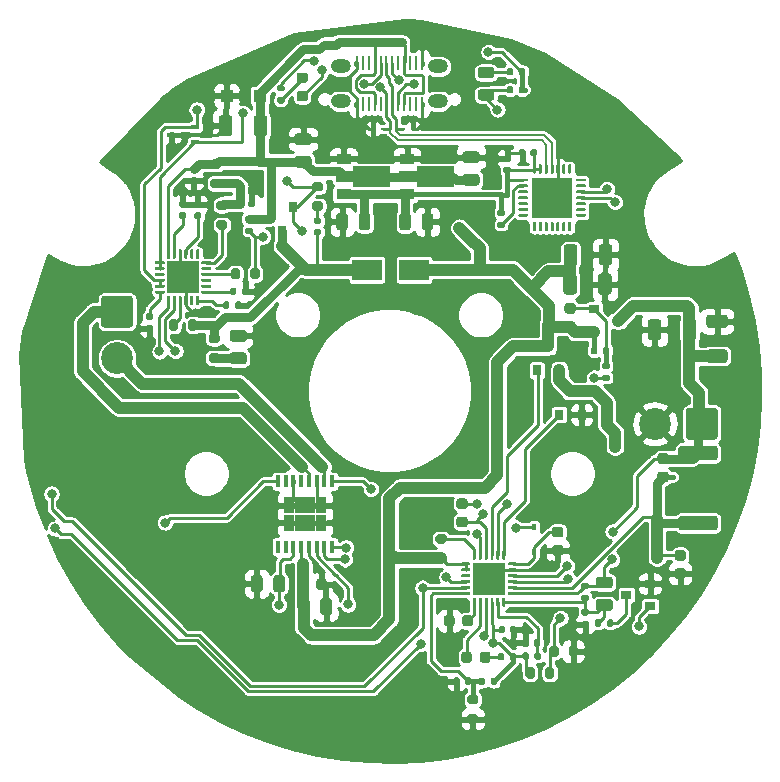
<source format=gbr>
%TF.GenerationSoftware,KiCad,Pcbnew,(5.1.9)-1*%
%TF.CreationDate,2024-04-03T17:37:12+03:00*%
%TF.ProjectId,jantteri_right,6a616e74-7465-4726-995f-72696768742e,rev?*%
%TF.SameCoordinates,Original*%
%TF.FileFunction,Copper,L1,Top*%
%TF.FilePolarity,Positive*%
%FSLAX46Y46*%
G04 Gerber Fmt 4.6, Leading zero omitted, Abs format (unit mm)*
G04 Created by KiCad (PCBNEW (5.1.9)-1) date 2024-04-03 17:37:12*
%MOMM*%
%LPD*%
G01*
G04 APERTURE LIST*
%TA.AperFunction,ComponentPad*%
%ADD10O,1.700000X1.200000*%
%TD*%
%TA.AperFunction,SMDPad,CuDef*%
%ADD11R,0.270000X1.300000*%
%TD*%
%TA.AperFunction,ComponentPad*%
%ADD12C,2.700000*%
%TD*%
%TA.AperFunction,SMDPad,CuDef*%
%ADD13R,0.450000X1.050000*%
%TD*%
%TA.AperFunction,SMDPad,CuDef*%
%ADD14R,0.895000X1.470000*%
%TD*%
%TA.AperFunction,SMDPad,CuDef*%
%ADD15R,0.800000X0.900000*%
%TD*%
%TA.AperFunction,SMDPad,CuDef*%
%ADD16R,2.500000X1.800000*%
%TD*%
%TA.AperFunction,SMDPad,CuDef*%
%ADD17R,0.450000X0.600000*%
%TD*%
%TA.AperFunction,SMDPad,CuDef*%
%ADD18R,0.360000X0.250000*%
%TD*%
%TA.AperFunction,SMDPad,CuDef*%
%ADD19R,0.700000X0.450000*%
%TD*%
%TA.AperFunction,SMDPad,CuDef*%
%ADD20R,0.900000X0.800000*%
%TD*%
%TA.AperFunction,SMDPad,CuDef*%
%ADD21R,2.700000X2.700000*%
%TD*%
%TA.AperFunction,SMDPad,CuDef*%
%ADD22R,2.800000X2.800000*%
%TD*%
%TA.AperFunction,SMDPad,CuDef*%
%ADD23R,3.350000X3.350000*%
%TD*%
%TA.AperFunction,SMDPad,CuDef*%
%ADD24C,0.100000*%
%TD*%
%TA.AperFunction,SMDPad,CuDef*%
%ADD25R,1.300000X0.900000*%
%TD*%
%TA.AperFunction,SMDPad,CuDef*%
%ADD26R,1.100000X1.100000*%
%TD*%
%TA.AperFunction,ViaPad*%
%ADD27C,0.800000*%
%TD*%
%TA.AperFunction,Conductor*%
%ADD28C,0.800000*%
%TD*%
%TA.AperFunction,Conductor*%
%ADD29C,1.000000*%
%TD*%
%TA.AperFunction,Conductor*%
%ADD30C,0.250000*%
%TD*%
%TA.AperFunction,Conductor*%
%ADD31C,0.400000*%
%TD*%
%TA.AperFunction,Conductor*%
%ADD32C,0.500000*%
%TD*%
%TA.AperFunction,Conductor*%
%ADD33C,0.200000*%
%TD*%
%TA.AperFunction,Conductor*%
%ADD34C,0.254000*%
%TD*%
%TA.AperFunction,Conductor*%
%ADD35C,0.100000*%
%TD*%
G04 APERTURE END LIST*
D10*
%TO.P,J1,S1*%
%TO.N,Net-(J1-PadS1)*%
X143210720Y-60725660D03*
D11*
%TO.P,J1,A1*%
%TO.N,GND*%
X141860720Y-61005660D03*
%TO.P,J1,A2*%
%TO.N,N/C*%
X141360720Y-61005660D03*
%TO.P,J1,A3*%
X140860720Y-61005660D03*
%TO.P,J1,A4*%
%TO.N,/Sheet65F09169/VBUS*%
X140360720Y-61005660D03*
%TO.P,J1,A5*%
%TO.N,/Sheet65F09169/CC1*%
X139860720Y-61005660D03*
%TO.P,J1,A6*%
%TO.N,/Sheet65F09169/USB_D+*%
X139360720Y-61005660D03*
%TO.P,J1,A7*%
%TO.N,/Sheet65F09169/USB_D-*%
X138860720Y-61005660D03*
%TO.P,J1,A12*%
%TO.N,GND*%
X136360720Y-61005660D03*
%TO.P,J1,A10*%
%TO.N,N/C*%
X137360720Y-61005660D03*
%TO.P,J1,A9*%
%TO.N,/Sheet65F09169/VBUS*%
X137860720Y-61005660D03*
%TO.P,J1,A8*%
%TO.N,Net-(J1-PadA8)*%
X138360720Y-61005660D03*
%TO.P,J1,A11*%
%TO.N,N/C*%
X136860720Y-61005660D03*
%TO.P,J1,B1*%
%TO.N,GND*%
X136360720Y-57505660D03*
%TO.P,J1,B2*%
%TO.N,N/C*%
X136860720Y-57505660D03*
%TO.P,J1,B3*%
X137360720Y-57505660D03*
%TO.P,J1,B4*%
%TO.N,/Sheet65F09169/VBUS*%
X137860720Y-57505660D03*
%TO.P,J1,B5*%
%TO.N,/Sheet65F09169/CC2*%
X138360720Y-57505660D03*
%TO.P,J1,B6*%
%TO.N,/Sheet65F09169/USB_D+*%
X138860720Y-57505660D03*
%TO.P,J1,B7*%
%TO.N,/Sheet65F09169/USB_D-*%
X139360720Y-57505660D03*
%TO.P,J1,B8*%
%TO.N,Net-(J1-PadB8)*%
X139860720Y-57505660D03*
%TO.P,J1,B9*%
%TO.N,/Sheet65F09169/VBUS*%
X140360720Y-57505660D03*
%TO.P,J1,B10*%
%TO.N,N/C*%
X140860720Y-57505660D03*
%TO.P,J1,B11*%
X141360720Y-57505660D03*
%TO.P,J1,B12*%
%TO.N,GND*%
X141860720Y-57505660D03*
D10*
%TO.P,J1,S1*%
%TO.N,Net-(J1-PadS1)*%
X143210720Y-57785660D03*
X135010720Y-60725660D03*
X135010720Y-57785660D03*
%TD*%
%TO.P,C9,1*%
%TO.N,V_SYSTEM_out*%
%TA.AperFunction,SMDPad,CuDef*%
G36*
G01*
X131356400Y-104000320D02*
X131356400Y-103050320D01*
G75*
G02*
X131606400Y-102800320I250000J0D01*
G01*
X132106400Y-102800320D01*
G75*
G02*
X132356400Y-103050320I0J-250000D01*
G01*
X132356400Y-104000320D01*
G75*
G02*
X132106400Y-104250320I-250000J0D01*
G01*
X131606400Y-104250320D01*
G75*
G02*
X131356400Y-104000320I0J250000D01*
G01*
G37*
%TD.AperFunction*%
%TO.P,C9,2*%
%TO.N,GND*%
%TA.AperFunction,SMDPad,CuDef*%
G36*
G01*
X133256400Y-104000320D02*
X133256400Y-103050320D01*
G75*
G02*
X133506400Y-102800320I250000J0D01*
G01*
X134006400Y-102800320D01*
G75*
G02*
X134256400Y-103050320I0J-250000D01*
G01*
X134256400Y-104000320D01*
G75*
G02*
X134006400Y-104250320I-250000J0D01*
G01*
X133506400Y-104250320D01*
G75*
G02*
X133256400Y-104000320I0J250000D01*
G01*
G37*
%TD.AperFunction*%
%TD*%
D12*
%TO.P,J3,2*%
%TO.N,/Sheet6601D6D0/MOTOR+*%
X116052600Y-82517120D03*
%TO.P,J3,1*%
%TO.N,/Sheet6601D6D0/MOTOR-*%
%TA.AperFunction,ComponentPad*%
G36*
G01*
X114952601Y-77207120D02*
X117152599Y-77207120D01*
G75*
G02*
X117402600Y-77457121I0J-250001D01*
G01*
X117402600Y-79657119D01*
G75*
G02*
X117152599Y-79907120I-250001J0D01*
G01*
X114952601Y-79907120D01*
G75*
G02*
X114702600Y-79657119I0J250001D01*
G01*
X114702600Y-77457121D01*
G75*
G02*
X114952601Y-77207120I250001J0D01*
G01*
G37*
%TD.AperFunction*%
%TD*%
D13*
%TO.P,U2,1*%
%TO.N,DRV_SLEEP_out*%
X134240700Y-92914420D03*
%TO.P,U2,2*%
%TO.N,/Sheet6601D6D0/MOTOR+*%
X133590700Y-92914420D03*
%TO.P,U2,3*%
%TO.N,GND*%
X132940700Y-92914420D03*
%TO.P,U2,4*%
%TO.N,/Sheet6601D6D0/MOTOR-*%
X132290700Y-92914420D03*
%TO.P,U2,5*%
%TO.N,Net-(U2-Pad5)*%
X131640700Y-92914420D03*
%TO.P,U2,6*%
%TO.N,GND*%
X130990700Y-92914420D03*
%TO.P,U2,7*%
%TO.N,Net-(U2-Pad7)*%
X130340700Y-92914420D03*
%TO.P,U2,8*%
%TO.N,DRV_n_FAULT_out*%
X129690700Y-92914420D03*
%TO.P,U2,9*%
%TO.N,Net-(U2-Pad9)*%
X129690700Y-98464420D03*
%TO.P,U2,10*%
%TO.N,Net-(U2-Pad10)*%
X130340700Y-98464420D03*
%TO.P,U2,11*%
%TO.N,/Sheet6601D6D0/VINT*%
X130990700Y-98464420D03*
%TO.P,U2,12*%
%TO.N,V_SYSTEM_out*%
X131640700Y-98464420D03*
%TO.P,U2,13*%
%TO.N,GND*%
X132290700Y-98464420D03*
%TO.P,U2,14*%
%TO.N,/Sheet6601D6D0/VINT*%
X132940700Y-98464420D03*
%TO.P,U2,15*%
%TO.N,MOTOR_B_out*%
X133590700Y-98464420D03*
%TO.P,U2,16*%
%TO.N,MOTOR_A_out*%
X134240700Y-98464420D03*
D14*
%TO.P,U2,17*%
%TO.N,GND*%
X130623200Y-96424420D03*
X131518200Y-96424420D03*
X132413200Y-96424420D03*
X133308200Y-96424420D03*
X130623200Y-94954420D03*
X131518200Y-94954420D03*
X132413200Y-94954420D03*
X133308200Y-94954420D03*
%TD*%
%TO.P,C20,2*%
%TO.N,GND*%
%TA.AperFunction,SMDPad,CuDef*%
G36*
G01*
X149242600Y-65883120D02*
X148902600Y-65883120D01*
G75*
G02*
X148762600Y-65743120I0J140000D01*
G01*
X148762600Y-65463120D01*
G75*
G02*
X148902600Y-65323120I140000J0D01*
G01*
X149242600Y-65323120D01*
G75*
G02*
X149382600Y-65463120I0J-140000D01*
G01*
X149382600Y-65743120D01*
G75*
G02*
X149242600Y-65883120I-140000J0D01*
G01*
G37*
%TD.AperFunction*%
%TO.P,C20,1*%
%TO.N,/Sheet66043151/3V3_out*%
%TA.AperFunction,SMDPad,CuDef*%
G36*
G01*
X149242600Y-66843120D02*
X148902600Y-66843120D01*
G75*
G02*
X148762600Y-66703120I0J140000D01*
G01*
X148762600Y-66423120D01*
G75*
G02*
X148902600Y-66283120I140000J0D01*
G01*
X149242600Y-66283120D01*
G75*
G02*
X149382600Y-66423120I0J-140000D01*
G01*
X149382600Y-66703120D01*
G75*
G02*
X149242600Y-66843120I-140000J0D01*
G01*
G37*
%TD.AperFunction*%
%TD*%
D15*
%TO.P,Q2,3*%
%TO.N,V_SYSTEM_out*%
X152542240Y-81499200D03*
%TO.P,Q2,2*%
%TO.N,Net-(C11-Pad1)*%
X153492240Y-83499200D03*
%TO.P,Q2,1*%
%TO.N,Net-(Q2-Pad1)*%
X151592240Y-83499200D03*
%TD*%
%TO.P,C1,1*%
%TO.N,/Sheet65F09169/VSINK*%
%TA.AperFunction,SMDPad,CuDef*%
G36*
G01*
X133189800Y-72103520D02*
X132849800Y-72103520D01*
G75*
G02*
X132709800Y-71963520I0J140000D01*
G01*
X132709800Y-71683520D01*
G75*
G02*
X132849800Y-71543520I140000J0D01*
G01*
X133189800Y-71543520D01*
G75*
G02*
X133329800Y-71683520I0J-140000D01*
G01*
X133329800Y-71963520D01*
G75*
G02*
X133189800Y-72103520I-140000J0D01*
G01*
G37*
%TD.AperFunction*%
%TO.P,C1,2*%
%TO.N,Net-(C1-Pad2)*%
%TA.AperFunction,SMDPad,CuDef*%
G36*
G01*
X133189800Y-71143520D02*
X132849800Y-71143520D01*
G75*
G02*
X132709800Y-71003520I0J140000D01*
G01*
X132709800Y-70723520D01*
G75*
G02*
X132849800Y-70583520I140000J0D01*
G01*
X133189800Y-70583520D01*
G75*
G02*
X133329800Y-70723520I0J-140000D01*
G01*
X133329800Y-71003520D01*
G75*
G02*
X133189800Y-71143520I-140000J0D01*
G01*
G37*
%TD.AperFunction*%
%TD*%
%TO.P,C2,2*%
%TO.N,/Sheet65F09169/VBUS*%
%TA.AperFunction,SMDPad,CuDef*%
G36*
G01*
X122717380Y-66784880D02*
X122377380Y-66784880D01*
G75*
G02*
X122237380Y-66644880I0J140000D01*
G01*
X122237380Y-66364880D01*
G75*
G02*
X122377380Y-66224880I140000J0D01*
G01*
X122717380Y-66224880D01*
G75*
G02*
X122857380Y-66364880I0J-140000D01*
G01*
X122857380Y-66644880D01*
G75*
G02*
X122717380Y-66784880I-140000J0D01*
G01*
G37*
%TD.AperFunction*%
%TO.P,C2,1*%
%TO.N,GND*%
%TA.AperFunction,SMDPad,CuDef*%
G36*
G01*
X122717380Y-67744880D02*
X122377380Y-67744880D01*
G75*
G02*
X122237380Y-67604880I0J140000D01*
G01*
X122237380Y-67324880D01*
G75*
G02*
X122377380Y-67184880I140000J0D01*
G01*
X122717380Y-67184880D01*
G75*
G02*
X122857380Y-67324880I0J-140000D01*
G01*
X122857380Y-67604880D01*
G75*
G02*
X122717380Y-67744880I-140000J0D01*
G01*
G37*
%TD.AperFunction*%
%TD*%
%TO.P,C3,1*%
%TO.N,Net-(C3-Pad1)*%
%TA.AperFunction,SMDPad,CuDef*%
G36*
G01*
X126214600Y-69583120D02*
X126214600Y-69243120D01*
G75*
G02*
X126354600Y-69103120I140000J0D01*
G01*
X126634600Y-69103120D01*
G75*
G02*
X126774600Y-69243120I0J-140000D01*
G01*
X126774600Y-69583120D01*
G75*
G02*
X126634600Y-69723120I-140000J0D01*
G01*
X126354600Y-69723120D01*
G75*
G02*
X126214600Y-69583120I0J140000D01*
G01*
G37*
%TD.AperFunction*%
%TO.P,C3,2*%
%TO.N,GND*%
%TA.AperFunction,SMDPad,CuDef*%
G36*
G01*
X127174600Y-69583120D02*
X127174600Y-69243120D01*
G75*
G02*
X127314600Y-69103120I140000J0D01*
G01*
X127594600Y-69103120D01*
G75*
G02*
X127734600Y-69243120I0J-140000D01*
G01*
X127734600Y-69583120D01*
G75*
G02*
X127594600Y-69723120I-140000J0D01*
G01*
X127314600Y-69723120D01*
G75*
G02*
X127174600Y-69583120I0J140000D01*
G01*
G37*
%TD.AperFunction*%
%TD*%
%TO.P,C4,1*%
%TO.N,GND*%
%TA.AperFunction,SMDPad,CuDef*%
G36*
G01*
X122720280Y-69183980D02*
X123060280Y-69183980D01*
G75*
G02*
X123200280Y-69323980I0J-140000D01*
G01*
X123200280Y-69603980D01*
G75*
G02*
X123060280Y-69743980I-140000J0D01*
G01*
X122720280Y-69743980D01*
G75*
G02*
X122580280Y-69603980I0J140000D01*
G01*
X122580280Y-69323980D01*
G75*
G02*
X122720280Y-69183980I140000J0D01*
G01*
G37*
%TD.AperFunction*%
%TO.P,C4,2*%
%TO.N,Net-(C4-Pad2)*%
%TA.AperFunction,SMDPad,CuDef*%
G36*
G01*
X122720280Y-70143980D02*
X123060280Y-70143980D01*
G75*
G02*
X123200280Y-70283980I0J-140000D01*
G01*
X123200280Y-70563980D01*
G75*
G02*
X123060280Y-70703980I-140000J0D01*
G01*
X122720280Y-70703980D01*
G75*
G02*
X122580280Y-70563980I0J140000D01*
G01*
X122580280Y-70283980D01*
G75*
G02*
X122720280Y-70143980I140000J0D01*
G01*
G37*
%TD.AperFunction*%
%TD*%
%TO.P,C5,2*%
%TO.N,Net-(C5-Pad2)*%
%TA.AperFunction,SMDPad,CuDef*%
G36*
G01*
X121442660Y-70133820D02*
X121782660Y-70133820D01*
G75*
G02*
X121922660Y-70273820I0J-140000D01*
G01*
X121922660Y-70553820D01*
G75*
G02*
X121782660Y-70693820I-140000J0D01*
G01*
X121442660Y-70693820D01*
G75*
G02*
X121302660Y-70553820I0J140000D01*
G01*
X121302660Y-70273820D01*
G75*
G02*
X121442660Y-70133820I140000J0D01*
G01*
G37*
%TD.AperFunction*%
%TO.P,C5,1*%
%TO.N,GND*%
%TA.AperFunction,SMDPad,CuDef*%
G36*
G01*
X121442660Y-69173820D02*
X121782660Y-69173820D01*
G75*
G02*
X121922660Y-69313820I0J-140000D01*
G01*
X121922660Y-69593820D01*
G75*
G02*
X121782660Y-69733820I-140000J0D01*
G01*
X121442660Y-69733820D01*
G75*
G02*
X121302660Y-69593820I0J140000D01*
G01*
X121302660Y-69313820D01*
G75*
G02*
X121442660Y-69173820I140000J0D01*
G01*
G37*
%TD.AperFunction*%
%TD*%
%TO.P,C6,2*%
%TO.N,GND*%
%TA.AperFunction,SMDPad,CuDef*%
G36*
G01*
X125820600Y-62159119D02*
X125820600Y-63459121D01*
G75*
G02*
X125570601Y-63709120I-249999J0D01*
G01*
X124920599Y-63709120D01*
G75*
G02*
X124670600Y-63459121I0J249999D01*
G01*
X124670600Y-62159119D01*
G75*
G02*
X124920599Y-61909120I249999J0D01*
G01*
X125570601Y-61909120D01*
G75*
G02*
X125820600Y-62159119I0J-249999D01*
G01*
G37*
%TD.AperFunction*%
%TO.P,C6,1*%
%TO.N,/Sheet65F09169/VBUS*%
%TA.AperFunction,SMDPad,CuDef*%
G36*
G01*
X128770600Y-62159119D02*
X128770600Y-63459121D01*
G75*
G02*
X128520601Y-63709120I-249999J0D01*
G01*
X127870599Y-63709120D01*
G75*
G02*
X127620600Y-63459121I0J249999D01*
G01*
X127620600Y-62159119D01*
G75*
G02*
X127870599Y-61909120I249999J0D01*
G01*
X128520601Y-61909120D01*
G75*
G02*
X128770600Y-62159119I0J-249999D01*
G01*
G37*
%TD.AperFunction*%
%TD*%
%TO.P,C7,1*%
%TO.N,GND*%
%TA.AperFunction,SMDPad,CuDef*%
G36*
G01*
X157982400Y-73081119D02*
X157982400Y-74381121D01*
G75*
G02*
X157732401Y-74631120I-249999J0D01*
G01*
X157082399Y-74631120D01*
G75*
G02*
X156832400Y-74381121I0J249999D01*
G01*
X156832400Y-73081119D01*
G75*
G02*
X157082399Y-72831120I249999J0D01*
G01*
X157732401Y-72831120D01*
G75*
G02*
X157982400Y-73081119I0J-249999D01*
G01*
G37*
%TD.AperFunction*%
%TO.P,C7,2*%
%TO.N,V_SYSTEM_out*%
%TA.AperFunction,SMDPad,CuDef*%
G36*
G01*
X155032400Y-73081119D02*
X155032400Y-74381121D01*
G75*
G02*
X154782401Y-74631120I-249999J0D01*
G01*
X154132399Y-74631120D01*
G75*
G02*
X153882400Y-74381121I0J249999D01*
G01*
X153882400Y-73081119D01*
G75*
G02*
X154132399Y-72831120I249999J0D01*
G01*
X154782401Y-72831120D01*
G75*
G02*
X155032400Y-73081119I0J-249999D01*
G01*
G37*
%TD.AperFunction*%
%TD*%
%TO.P,C8,1*%
%TO.N,V_SYSTEM_out*%
%TA.AperFunction,SMDPad,CuDef*%
G36*
G01*
X131363000Y-101883020D02*
X131363000Y-101383020D01*
G75*
G02*
X131588000Y-101158020I225000J0D01*
G01*
X132038000Y-101158020D01*
G75*
G02*
X132263000Y-101383020I0J-225000D01*
G01*
X132263000Y-101883020D01*
G75*
G02*
X132038000Y-102108020I-225000J0D01*
G01*
X131588000Y-102108020D01*
G75*
G02*
X131363000Y-101883020I0J225000D01*
G01*
G37*
%TD.AperFunction*%
%TO.P,C8,2*%
%TO.N,GND*%
%TA.AperFunction,SMDPad,CuDef*%
G36*
G01*
X132913000Y-101883020D02*
X132913000Y-101383020D01*
G75*
G02*
X133138000Y-101158020I225000J0D01*
G01*
X133588000Y-101158020D01*
G75*
G02*
X133813000Y-101383020I0J-225000D01*
G01*
X133813000Y-101883020D01*
G75*
G02*
X133588000Y-102108020I-225000J0D01*
G01*
X133138000Y-102108020D01*
G75*
G02*
X132913000Y-101883020I0J225000D01*
G01*
G37*
%TD.AperFunction*%
%TD*%
%TO.P,C10,1*%
%TO.N,GND*%
%TA.AperFunction,SMDPad,CuDef*%
G36*
G01*
X125839200Y-80101740D02*
X126789200Y-80101740D01*
G75*
G02*
X127039200Y-80351740I0J-250000D01*
G01*
X127039200Y-80851740D01*
G75*
G02*
X126789200Y-81101740I-250000J0D01*
G01*
X125839200Y-81101740D01*
G75*
G02*
X125589200Y-80851740I0J250000D01*
G01*
X125589200Y-80351740D01*
G75*
G02*
X125839200Y-80101740I250000J0D01*
G01*
G37*
%TD.AperFunction*%
%TO.P,C10,2*%
%TO.N,Net-(C10-Pad2)*%
%TA.AperFunction,SMDPad,CuDef*%
G36*
G01*
X125839200Y-82001740D02*
X126789200Y-82001740D01*
G75*
G02*
X127039200Y-82251740I0J-250000D01*
G01*
X127039200Y-82751740D01*
G75*
G02*
X126789200Y-83001740I-250000J0D01*
G01*
X125839200Y-83001740D01*
G75*
G02*
X125589200Y-82751740I0J250000D01*
G01*
X125589200Y-82251740D01*
G75*
G02*
X125839200Y-82001740I250000J0D01*
G01*
G37*
%TD.AperFunction*%
%TD*%
%TO.P,C11,2*%
%TO.N,Net-(C11-Pad2)*%
%TA.AperFunction,SMDPad,CuDef*%
G36*
G01*
X145012600Y-95913120D02*
X145512600Y-95913120D01*
G75*
G02*
X145737600Y-96138120I0J-225000D01*
G01*
X145737600Y-96588120D01*
G75*
G02*
X145512600Y-96813120I-225000J0D01*
G01*
X145012600Y-96813120D01*
G75*
G02*
X144787600Y-96588120I0J225000D01*
G01*
X144787600Y-96138120D01*
G75*
G02*
X145012600Y-95913120I225000J0D01*
G01*
G37*
%TD.AperFunction*%
%TO.P,C11,1*%
%TO.N,Net-(C11-Pad1)*%
%TA.AperFunction,SMDPad,CuDef*%
G36*
G01*
X145012600Y-94363120D02*
X145512600Y-94363120D01*
G75*
G02*
X145737600Y-94588120I0J-225000D01*
G01*
X145737600Y-95038120D01*
G75*
G02*
X145512600Y-95263120I-225000J0D01*
G01*
X145012600Y-95263120D01*
G75*
G02*
X144787600Y-95038120I0J225000D01*
G01*
X144787600Y-94588120D01*
G75*
G02*
X145012600Y-94363120I225000J0D01*
G01*
G37*
%TD.AperFunction*%
%TD*%
%TO.P,C12,2*%
%TO.N,/Sheet6601D6D0/VINT*%
%TA.AperFunction,SMDPad,CuDef*%
G36*
G01*
X129281300Y-102057220D02*
X129281300Y-101107220D01*
G75*
G02*
X129531300Y-100857220I250000J0D01*
G01*
X130031300Y-100857220D01*
G75*
G02*
X130281300Y-101107220I0J-250000D01*
G01*
X130281300Y-102057220D01*
G75*
G02*
X130031300Y-102307220I-250000J0D01*
G01*
X129531300Y-102307220D01*
G75*
G02*
X129281300Y-102057220I0J250000D01*
G01*
G37*
%TD.AperFunction*%
%TO.P,C12,1*%
%TO.N,GND*%
%TA.AperFunction,SMDPad,CuDef*%
G36*
G01*
X127381300Y-102057220D02*
X127381300Y-101107220D01*
G75*
G02*
X127631300Y-100857220I250000J0D01*
G01*
X128131300Y-100857220D01*
G75*
G02*
X128381300Y-101107220I0J-250000D01*
G01*
X128381300Y-102057220D01*
G75*
G02*
X128131300Y-102307220I-250000J0D01*
G01*
X127631300Y-102307220D01*
G75*
G02*
X127381300Y-102057220I0J250000D01*
G01*
G37*
%TD.AperFunction*%
%TD*%
%TO.P,C14,2*%
%TO.N,Net-(C14-Pad2)*%
%TA.AperFunction,SMDPad,CuDef*%
G36*
G01*
X153610120Y-97668200D02*
X153110120Y-97668200D01*
G75*
G02*
X152885120Y-97443200I0J225000D01*
G01*
X152885120Y-96993200D01*
G75*
G02*
X153110120Y-96768200I225000J0D01*
G01*
X153610120Y-96768200D01*
G75*
G02*
X153835120Y-96993200I0J-225000D01*
G01*
X153835120Y-97443200D01*
G75*
G02*
X153610120Y-97668200I-225000J0D01*
G01*
G37*
%TD.AperFunction*%
%TO.P,C14,1*%
%TO.N,GND*%
%TA.AperFunction,SMDPad,CuDef*%
G36*
G01*
X153610120Y-99218200D02*
X153110120Y-99218200D01*
G75*
G02*
X152885120Y-98993200I0J225000D01*
G01*
X152885120Y-98543200D01*
G75*
G02*
X153110120Y-98318200I225000J0D01*
G01*
X153610120Y-98318200D01*
G75*
G02*
X153835120Y-98543200I0J-225000D01*
G01*
X153835120Y-98993200D01*
G75*
G02*
X153610120Y-99218200I-225000J0D01*
G01*
G37*
%TD.AperFunction*%
%TD*%
%TO.P,C16,2*%
%TO.N,GND*%
%TA.AperFunction,SMDPad,CuDef*%
G36*
G01*
X149323400Y-105651120D02*
X149323400Y-105311120D01*
G75*
G02*
X149463400Y-105171120I140000J0D01*
G01*
X149743400Y-105171120D01*
G75*
G02*
X149883400Y-105311120I0J-140000D01*
G01*
X149883400Y-105651120D01*
G75*
G02*
X149743400Y-105791120I-140000J0D01*
G01*
X149463400Y-105791120D01*
G75*
G02*
X149323400Y-105651120I0J140000D01*
G01*
G37*
%TD.AperFunction*%
%TO.P,C16,1*%
%TO.N,/Sheet65F0AC28/VREF*%
%TA.AperFunction,SMDPad,CuDef*%
G36*
G01*
X148363400Y-105651120D02*
X148363400Y-105311120D01*
G75*
G02*
X148503400Y-105171120I140000J0D01*
G01*
X148783400Y-105171120D01*
G75*
G02*
X148923400Y-105311120I0J-140000D01*
G01*
X148923400Y-105651120D01*
G75*
G02*
X148783400Y-105791120I-140000J0D01*
G01*
X148503400Y-105791120D01*
G75*
G02*
X148363400Y-105651120I0J140000D01*
G01*
G37*
%TD.AperFunction*%
%TD*%
%TO.P,C17,1*%
%TO.N,GND*%
%TA.AperFunction,SMDPad,CuDef*%
G36*
G01*
X163991100Y-101181620D02*
X163491100Y-101181620D01*
G75*
G02*
X163266100Y-100956620I0J225000D01*
G01*
X163266100Y-100506620D01*
G75*
G02*
X163491100Y-100281620I225000J0D01*
G01*
X163991100Y-100281620D01*
G75*
G02*
X164216100Y-100506620I0J-225000D01*
G01*
X164216100Y-100956620D01*
G75*
G02*
X163991100Y-101181620I-225000J0D01*
G01*
G37*
%TD.AperFunction*%
%TO.P,C17,2*%
%TO.N,Net-(C17-Pad2)*%
%TA.AperFunction,SMDPad,CuDef*%
G36*
G01*
X163991100Y-99631620D02*
X163491100Y-99631620D01*
G75*
G02*
X163266100Y-99406620I0J225000D01*
G01*
X163266100Y-98956620D01*
G75*
G02*
X163491100Y-98731620I225000J0D01*
G01*
X163991100Y-98731620D01*
G75*
G02*
X164216100Y-98956620I0J-225000D01*
G01*
X164216100Y-99406620D01*
G75*
G02*
X163991100Y-99631620I-225000J0D01*
G01*
G37*
%TD.AperFunction*%
%TD*%
%TO.P,C18,2*%
%TO.N,Net-(C18-Pad2)*%
%TA.AperFunction,SMDPad,CuDef*%
G36*
G01*
X156827200Y-102883120D02*
X157777200Y-102883120D01*
G75*
G02*
X158027200Y-103133120I0J-250000D01*
G01*
X158027200Y-103633120D01*
G75*
G02*
X157777200Y-103883120I-250000J0D01*
G01*
X156827200Y-103883120D01*
G75*
G02*
X156577200Y-103633120I0J250000D01*
G01*
X156577200Y-103133120D01*
G75*
G02*
X156827200Y-102883120I250000J0D01*
G01*
G37*
%TD.AperFunction*%
%TO.P,C18,1*%
%TO.N,/Sheet65F0AC28/BAT+*%
%TA.AperFunction,SMDPad,CuDef*%
G36*
G01*
X156827200Y-100983120D02*
X157777200Y-100983120D01*
G75*
G02*
X158027200Y-101233120I0J-250000D01*
G01*
X158027200Y-101733120D01*
G75*
G02*
X157777200Y-101983120I-250000J0D01*
G01*
X156827200Y-101983120D01*
G75*
G02*
X156577200Y-101733120I0J250000D01*
G01*
X156577200Y-101233120D01*
G75*
G02*
X156827200Y-100983120I250000J0D01*
G01*
G37*
%TD.AperFunction*%
%TD*%
%TO.P,C19,1*%
%TO.N,/Sheet66043151/3V3_out*%
%TA.AperFunction,SMDPad,CuDef*%
G36*
G01*
X151610600Y-64925120D02*
X151610600Y-65265120D01*
G75*
G02*
X151470600Y-65405120I-140000J0D01*
G01*
X151190600Y-65405120D01*
G75*
G02*
X151050600Y-65265120I0J140000D01*
G01*
X151050600Y-64925120D01*
G75*
G02*
X151190600Y-64785120I140000J0D01*
G01*
X151470600Y-64785120D01*
G75*
G02*
X151610600Y-64925120I0J-140000D01*
G01*
G37*
%TD.AperFunction*%
%TO.P,C19,2*%
%TO.N,GND*%
%TA.AperFunction,SMDPad,CuDef*%
G36*
G01*
X150650600Y-64925120D02*
X150650600Y-65265120D01*
G75*
G02*
X150510600Y-65405120I-140000J0D01*
G01*
X150230600Y-65405120D01*
G75*
G02*
X150090600Y-65265120I0J140000D01*
G01*
X150090600Y-64925120D01*
G75*
G02*
X150230600Y-64785120I140000J0D01*
G01*
X150510600Y-64785120D01*
G75*
G02*
X150650600Y-64925120I0J-140000D01*
G01*
G37*
%TD.AperFunction*%
%TD*%
%TO.P,C21,2*%
%TO.N,GND*%
%TA.AperFunction,SMDPad,CuDef*%
G36*
G01*
X146499600Y-65981120D02*
X145549600Y-65981120D01*
G75*
G02*
X145299600Y-65731120I0J250000D01*
G01*
X145299600Y-65231120D01*
G75*
G02*
X145549600Y-64981120I250000J0D01*
G01*
X146499600Y-64981120D01*
G75*
G02*
X146749600Y-65231120I0J-250000D01*
G01*
X146749600Y-65731120D01*
G75*
G02*
X146499600Y-65981120I-250000J0D01*
G01*
G37*
%TD.AperFunction*%
%TO.P,C21,1*%
%TO.N,/Sheet65F09169/VBUS*%
%TA.AperFunction,SMDPad,CuDef*%
G36*
G01*
X146499600Y-67881120D02*
X145549600Y-67881120D01*
G75*
G02*
X145299600Y-67631120I0J250000D01*
G01*
X145299600Y-67131120D01*
G75*
G02*
X145549600Y-66881120I250000J0D01*
G01*
X146499600Y-66881120D01*
G75*
G02*
X146749600Y-67131120I0J-250000D01*
G01*
X146749600Y-67631120D01*
G75*
G02*
X146499600Y-67881120I-250000J0D01*
G01*
G37*
%TD.AperFunction*%
%TD*%
%TO.P,C22,1*%
%TO.N,/Sheet66043151/3V3_out*%
%TA.AperFunction,SMDPad,CuDef*%
G36*
G01*
X139936600Y-71412120D02*
X139936600Y-70462120D01*
G75*
G02*
X140186600Y-70212120I250000J0D01*
G01*
X140686600Y-70212120D01*
G75*
G02*
X140936600Y-70462120I0J-250000D01*
G01*
X140936600Y-71412120D01*
G75*
G02*
X140686600Y-71662120I-250000J0D01*
G01*
X140186600Y-71662120D01*
G75*
G02*
X139936600Y-71412120I0J250000D01*
G01*
G37*
%TD.AperFunction*%
%TO.P,C22,2*%
%TO.N,GND*%
%TA.AperFunction,SMDPad,CuDef*%
G36*
G01*
X141836600Y-71412120D02*
X141836600Y-70462120D01*
G75*
G02*
X142086600Y-70212120I250000J0D01*
G01*
X142586600Y-70212120D01*
G75*
G02*
X142836600Y-70462120I0J-250000D01*
G01*
X142836600Y-71412120D01*
G75*
G02*
X142586600Y-71662120I-250000J0D01*
G01*
X142086600Y-71662120D01*
G75*
G02*
X141836600Y-71412120I0J250000D01*
G01*
G37*
%TD.AperFunction*%
%TD*%
%TO.P,C23,2*%
%TO.N,GND*%
%TA.AperFunction,SMDPad,CuDef*%
G36*
G01*
X132275600Y-64457120D02*
X131325600Y-64457120D01*
G75*
G02*
X131075600Y-64207120I0J250000D01*
G01*
X131075600Y-63707120D01*
G75*
G02*
X131325600Y-63457120I250000J0D01*
G01*
X132275600Y-63457120D01*
G75*
G02*
X132525600Y-63707120I0J-250000D01*
G01*
X132525600Y-64207120D01*
G75*
G02*
X132275600Y-64457120I-250000J0D01*
G01*
G37*
%TD.AperFunction*%
%TO.P,C23,1*%
%TO.N,/Sheet65F09169/VBUS*%
%TA.AperFunction,SMDPad,CuDef*%
G36*
G01*
X132275600Y-66357120D02*
X131325600Y-66357120D01*
G75*
G02*
X131075600Y-66107120I0J250000D01*
G01*
X131075600Y-65607120D01*
G75*
G02*
X131325600Y-65357120I250000J0D01*
G01*
X132275600Y-65357120D01*
G75*
G02*
X132525600Y-65607120I0J-250000D01*
G01*
X132525600Y-66107120D01*
G75*
G02*
X132275600Y-66357120I-250000J0D01*
G01*
G37*
%TD.AperFunction*%
%TD*%
%TO.P,C24,1*%
%TO.N,/Sheet66043151/3V3_out*%
%TA.AperFunction,SMDPad,CuDef*%
G36*
G01*
X137502600Y-70462120D02*
X137502600Y-71412120D01*
G75*
G02*
X137252600Y-71662120I-250000J0D01*
G01*
X136752600Y-71662120D01*
G75*
G02*
X136502600Y-71412120I0J250000D01*
G01*
X136502600Y-70462120D01*
G75*
G02*
X136752600Y-70212120I250000J0D01*
G01*
X137252600Y-70212120D01*
G75*
G02*
X137502600Y-70462120I0J-250000D01*
G01*
G37*
%TD.AperFunction*%
%TO.P,C24,2*%
%TO.N,GND*%
%TA.AperFunction,SMDPad,CuDef*%
G36*
G01*
X135602600Y-70462120D02*
X135602600Y-71412120D01*
G75*
G02*
X135352600Y-71662120I-250000J0D01*
G01*
X134852600Y-71662120D01*
G75*
G02*
X134602600Y-71412120I0J250000D01*
G01*
X134602600Y-70462120D01*
G75*
G02*
X134852600Y-70212120I250000J0D01*
G01*
X135352600Y-70212120D01*
G75*
G02*
X135602600Y-70462120I0J-250000D01*
G01*
G37*
%TD.AperFunction*%
%TD*%
%TO.P,C25,1*%
%TO.N,GND*%
%TA.AperFunction,SMDPad,CuDef*%
G36*
G01*
X157929800Y-75570319D02*
X157929800Y-76870321D01*
G75*
G02*
X157679801Y-77120320I-249999J0D01*
G01*
X157029799Y-77120320D01*
G75*
G02*
X156779800Y-76870321I0J249999D01*
G01*
X156779800Y-75570319D01*
G75*
G02*
X157029799Y-75320320I249999J0D01*
G01*
X157679801Y-75320320D01*
G75*
G02*
X157929800Y-75570319I0J-249999D01*
G01*
G37*
%TD.AperFunction*%
%TO.P,C25,2*%
%TO.N,V_SYSTEM_out*%
%TA.AperFunction,SMDPad,CuDef*%
G36*
G01*
X154979800Y-75570319D02*
X154979800Y-76870321D01*
G75*
G02*
X154729801Y-77120320I-249999J0D01*
G01*
X154079799Y-77120320D01*
G75*
G02*
X153829800Y-76870321I0J249999D01*
G01*
X153829800Y-75570319D01*
G75*
G02*
X154079799Y-75320320I249999J0D01*
G01*
X154729801Y-75320320D01*
G75*
G02*
X154979800Y-75570319I0J-249999D01*
G01*
G37*
%TD.AperFunction*%
%TD*%
%TO.P,C26,1*%
%TO.N,Net-(C26-Pad1)*%
%TA.AperFunction,SMDPad,CuDef*%
G36*
G01*
X154156600Y-77827120D02*
X154656600Y-77827120D01*
G75*
G02*
X154881600Y-78052120I0J-225000D01*
G01*
X154881600Y-78502120D01*
G75*
G02*
X154656600Y-78727120I-225000J0D01*
G01*
X154156600Y-78727120D01*
G75*
G02*
X153931600Y-78502120I0J225000D01*
G01*
X153931600Y-78052120D01*
G75*
G02*
X154156600Y-77827120I225000J0D01*
G01*
G37*
%TD.AperFunction*%
%TO.P,C26,2*%
%TO.N,V_SYSTEM_out*%
%TA.AperFunction,SMDPad,CuDef*%
G36*
G01*
X154156600Y-79377120D02*
X154656600Y-79377120D01*
G75*
G02*
X154881600Y-79602120I0J-225000D01*
G01*
X154881600Y-80052120D01*
G75*
G02*
X154656600Y-80277120I-225000J0D01*
G01*
X154156600Y-80277120D01*
G75*
G02*
X153931600Y-80052120I0J225000D01*
G01*
X153931600Y-79602120D01*
G75*
G02*
X154156600Y-79377120I225000J0D01*
G01*
G37*
%TD.AperFunction*%
%TD*%
%TO.P,C27,2*%
%TO.N,/Sheet65F0AC28/BAT+*%
%TA.AperFunction,SMDPad,CuDef*%
G36*
G01*
X166202599Y-81743120D02*
X167502601Y-81743120D01*
G75*
G02*
X167752600Y-81993119I0J-249999D01*
G01*
X167752600Y-82643121D01*
G75*
G02*
X167502601Y-82893120I-249999J0D01*
G01*
X166202599Y-82893120D01*
G75*
G02*
X165952600Y-82643121I0J249999D01*
G01*
X165952600Y-81993119D01*
G75*
G02*
X166202599Y-81743120I249999J0D01*
G01*
G37*
%TD.AperFunction*%
%TO.P,C27,1*%
%TO.N,GND*%
%TA.AperFunction,SMDPad,CuDef*%
G36*
G01*
X166202599Y-78793120D02*
X167502601Y-78793120D01*
G75*
G02*
X167752600Y-79043119I0J-249999D01*
G01*
X167752600Y-79693121D01*
G75*
G02*
X167502601Y-79943120I-249999J0D01*
G01*
X166202599Y-79943120D01*
G75*
G02*
X165952600Y-79693121I0J249999D01*
G01*
X165952600Y-79043119D01*
G75*
G02*
X166202599Y-78793120I249999J0D01*
G01*
G37*
%TD.AperFunction*%
%TD*%
%TO.P,C28,1*%
%TO.N,GND*%
%TA.AperFunction,SMDPad,CuDef*%
G36*
G01*
X160992600Y-80731121D02*
X160992600Y-79431119D01*
G75*
G02*
X161242599Y-79181120I249999J0D01*
G01*
X161892601Y-79181120D01*
G75*
G02*
X162142600Y-79431119I0J-249999D01*
G01*
X162142600Y-80731121D01*
G75*
G02*
X161892601Y-80981120I-249999J0D01*
G01*
X161242599Y-80981120D01*
G75*
G02*
X160992600Y-80731121I0J249999D01*
G01*
G37*
%TD.AperFunction*%
%TO.P,C28,2*%
%TO.N,/Sheet65F0AC28/BAT+*%
%TA.AperFunction,SMDPad,CuDef*%
G36*
G01*
X163942600Y-80731121D02*
X163942600Y-79431119D01*
G75*
G02*
X164192599Y-79181120I249999J0D01*
G01*
X164842601Y-79181120D01*
G75*
G02*
X165092600Y-79431119I0J-249999D01*
G01*
X165092600Y-80731121D01*
G75*
G02*
X164842601Y-80981120I-249999J0D01*
G01*
X164192599Y-80981120D01*
G75*
G02*
X163942600Y-80731121I0J249999D01*
G01*
G37*
%TD.AperFunction*%
%TD*%
%TO.P,C29,1*%
%TO.N,Net-(C17-Pad2)*%
%TA.AperFunction,SMDPad,CuDef*%
G36*
G01*
X162530600Y-92990120D02*
X162030600Y-92990120D01*
G75*
G02*
X161805600Y-92765120I0J225000D01*
G01*
X161805600Y-92315120D01*
G75*
G02*
X162030600Y-92090120I225000J0D01*
G01*
X162530600Y-92090120D01*
G75*
G02*
X162755600Y-92315120I0J-225000D01*
G01*
X162755600Y-92765120D01*
G75*
G02*
X162530600Y-92990120I-225000J0D01*
G01*
G37*
%TD.AperFunction*%
%TO.P,C29,2*%
%TO.N,/Sheet65F0AC28/BAT+*%
%TA.AperFunction,SMDPad,CuDef*%
G36*
G01*
X162530600Y-91440120D02*
X162030600Y-91440120D01*
G75*
G02*
X161805600Y-91215120I0J225000D01*
G01*
X161805600Y-90765120D01*
G75*
G02*
X162030600Y-90540120I225000J0D01*
G01*
X162530600Y-90540120D01*
G75*
G02*
X162755600Y-90765120I0J-225000D01*
G01*
X162755600Y-91215120D01*
G75*
G02*
X162530600Y-91440120I-225000J0D01*
G01*
G37*
%TD.AperFunction*%
%TD*%
%TO.P,C30,2*%
%TO.N,Net-(C30-Pad2)*%
%TA.AperFunction,SMDPad,CuDef*%
G36*
G01*
X145282800Y-104969120D02*
X145282800Y-104469120D01*
G75*
G02*
X145507800Y-104244120I225000J0D01*
G01*
X145957800Y-104244120D01*
G75*
G02*
X146182800Y-104469120I0J-225000D01*
G01*
X146182800Y-104969120D01*
G75*
G02*
X145957800Y-105194120I-225000J0D01*
G01*
X145507800Y-105194120D01*
G75*
G02*
X145282800Y-104969120I0J225000D01*
G01*
G37*
%TD.AperFunction*%
%TO.P,C30,1*%
%TO.N,GND*%
%TA.AperFunction,SMDPad,CuDef*%
G36*
G01*
X143732800Y-104969120D02*
X143732800Y-104469120D01*
G75*
G02*
X143957800Y-104244120I225000J0D01*
G01*
X144407800Y-104244120D01*
G75*
G02*
X144632800Y-104469120I0J-225000D01*
G01*
X144632800Y-104969120D01*
G75*
G02*
X144407800Y-105194120I-225000J0D01*
G01*
X143957800Y-105194120D01*
G75*
G02*
X143732800Y-104969120I0J225000D01*
G01*
G37*
%TD.AperFunction*%
%TD*%
D16*
%TO.P,D1,2*%
%TO.N,/Sheet65F09169/VSINK*%
X137198600Y-75001120D03*
%TO.P,D1,1*%
%TO.N,V_SYSTEM_out*%
X141198600Y-75001120D03*
%TD*%
D17*
%TO.P,D2,1*%
%TO.N,Net-(C11-Pad2)*%
X151358600Y-96811120D03*
%TO.P,D2,2*%
%TO.N,Net-(C14-Pad2)*%
X151358600Y-98911120D03*
%TD*%
%TO.P,D3,1*%
%TO.N,STAT1_out*%
%TA.AperFunction,SMDPad,CuDef*%
G36*
G01*
X131995890Y-60757620D02*
X131483390Y-60757620D01*
G75*
G02*
X131264640Y-60538870I0J218750D01*
G01*
X131264640Y-60101370D01*
G75*
G02*
X131483390Y-59882620I218750J0D01*
G01*
X131995890Y-59882620D01*
G75*
G02*
X132214640Y-60101370I0J-218750D01*
G01*
X132214640Y-60538870D01*
G75*
G02*
X131995890Y-60757620I-218750J0D01*
G01*
G37*
%TD.AperFunction*%
%TO.P,D3,2*%
%TO.N,Net-(D3-Pad2)*%
%TA.AperFunction,SMDPad,CuDef*%
G36*
G01*
X131995890Y-59182620D02*
X131483390Y-59182620D01*
G75*
G02*
X131264640Y-58963870I0J218750D01*
G01*
X131264640Y-58526370D01*
G75*
G02*
X131483390Y-58307620I218750J0D01*
G01*
X131995890Y-58307620D01*
G75*
G02*
X132214640Y-58526370I0J-218750D01*
G01*
X132214640Y-58963870D01*
G75*
G02*
X131995890Y-59182620I-218750J0D01*
G01*
G37*
%TD.AperFunction*%
%TD*%
%TO.P,D4,1*%
%TO.N,STAT2_out*%
%TA.AperFunction,SMDPad,CuDef*%
G36*
G01*
X147750850Y-60678120D02*
X146838350Y-60678120D01*
G75*
G02*
X146594600Y-60434370I0J243750D01*
G01*
X146594600Y-59946870D01*
G75*
G02*
X146838350Y-59703120I243750J0D01*
G01*
X147750850Y-59703120D01*
G75*
G02*
X147994600Y-59946870I0J-243750D01*
G01*
X147994600Y-60434370D01*
G75*
G02*
X147750850Y-60678120I-243750J0D01*
G01*
G37*
%TD.AperFunction*%
%TO.P,D4,2*%
%TO.N,Net-(D4-Pad2)*%
%TA.AperFunction,SMDPad,CuDef*%
G36*
G01*
X147750850Y-58803120D02*
X146838350Y-58803120D01*
G75*
G02*
X146594600Y-58559370I0J243750D01*
G01*
X146594600Y-58071870D01*
G75*
G02*
X146838350Y-57828120I243750J0D01*
G01*
X147750850Y-57828120D01*
G75*
G02*
X147994600Y-58071870I0J-243750D01*
G01*
X147994600Y-58559370D01*
G75*
G02*
X147750850Y-58803120I-243750J0D01*
G01*
G37*
%TD.AperFunction*%
%TD*%
%TO.P,D5,2*%
%TO.N,/Sheet65F09169/VBUS*%
X126466600Y-65823120D03*
%TO.P,D5,1*%
%TO.N,Net-(C3-Pad1)*%
X126466600Y-67923120D03*
%TD*%
D18*
%TO.P,D7,2*%
%TO.N,GND*%
X141110600Y-63063120D03*
%TO.P,D7,1*%
%TO.N,/Sheet65F09169/USB_D+*%
X140270600Y-63063120D03*
%TD*%
%TO.P,D8,1*%
%TO.N,/Sheet65F09169/USB_D-*%
X138570600Y-63063120D03*
%TO.P,D8,2*%
%TO.N,GND*%
X137730600Y-63063120D03*
%TD*%
D19*
%TO.P,D9,1*%
%TO.N,/Sheet65F09169/CC1*%
X122640600Y-64221120D03*
%TO.P,D9,2*%
%TO.N,/Sheet65F09169/CC2*%
X122640600Y-62921120D03*
%TO.P,D9,3*%
%TO.N,GND*%
X120640600Y-63571120D03*
%TD*%
%TO.P,D11,2*%
%TO.N,Net-(D11-Pad2)*%
%TA.AperFunction,SMDPad,CuDef*%
G36*
G01*
X146781000Y-108074170D02*
X146781000Y-107561670D01*
G75*
G02*
X146999750Y-107342920I218750J0D01*
G01*
X147437250Y-107342920D01*
G75*
G02*
X147656000Y-107561670I0J-218750D01*
G01*
X147656000Y-108074170D01*
G75*
G02*
X147437250Y-108292920I-218750J0D01*
G01*
X146999750Y-108292920D01*
G75*
G02*
X146781000Y-108074170I0J218750D01*
G01*
G37*
%TD.AperFunction*%
%TO.P,D11,1*%
%TO.N,Net-(D11-Pad1)*%
%TA.AperFunction,SMDPad,CuDef*%
G36*
G01*
X145206000Y-108074170D02*
X145206000Y-107561670D01*
G75*
G02*
X145424750Y-107342920I218750J0D01*
G01*
X145862250Y-107342920D01*
G75*
G02*
X146081000Y-107561670I0J-218750D01*
G01*
X146081000Y-108074170D01*
G75*
G02*
X145862250Y-108292920I-218750J0D01*
G01*
X145424750Y-108292920D01*
G75*
G02*
X145206000Y-108074170I0J218750D01*
G01*
G37*
%TD.AperFunction*%
%TD*%
D12*
%TO.P,J2,2*%
%TO.N,GND*%
X161597200Y-88044020D03*
%TO.P,J2,1*%
%TO.N,/Sheet65F0AC28/BAT+*%
%TA.AperFunction,ComponentPad*%
G36*
G01*
X166907200Y-86944021D02*
X166907200Y-89144019D01*
G75*
G02*
X166657199Y-89394020I-250001J0D01*
G01*
X164457201Y-89394020D01*
G75*
G02*
X164207200Y-89144019I0J250001D01*
G01*
X164207200Y-86944021D01*
G75*
G02*
X164457201Y-86694020I250001J0D01*
G01*
X166657199Y-86694020D01*
G75*
G02*
X166907200Y-86944021I0J-250001D01*
G01*
G37*
%TD.AperFunction*%
%TD*%
D20*
%TO.P,Q1,1*%
%TO.N,Net-(C26-Pad1)*%
X156454600Y-78369120D03*
%TO.P,Q1,2*%
%TO.N,V_SYSTEM_out*%
X156454600Y-80269120D03*
%TO.P,Q1,3*%
%TO.N,/Sheet65F0AC28/BAT+*%
X158454600Y-79319120D03*
%TD*%
D15*
%TO.P,Q3,1*%
%TO.N,Net-(Q3-Pad1)*%
X153489620Y-87272880D03*
%TO.P,Q3,2*%
%TO.N,GND*%
X155389620Y-87272880D03*
%TO.P,Q3,3*%
%TO.N,Net-(C11-Pad1)*%
X154439620Y-85272880D03*
%TD*%
D20*
%TO.P,Q4,1*%
%TO.N,STAT2_out*%
X161181800Y-103484720D03*
%TO.P,Q4,2*%
%TO.N,GND*%
X161181800Y-101584720D03*
%TO.P,Q4,3*%
%TO.N,Net-(Q4-Pad3)*%
X159181800Y-102534720D03*
%TD*%
D15*
%TO.P,Q5,3*%
%TO.N,/Sheet65F09169/VSINK*%
X130022600Y-71683120D03*
%TO.P,Q5,2*%
%TO.N,/Sheet65F09169/VBUS*%
X129072600Y-69683120D03*
%TO.P,Q5,1*%
%TO.N,Net-(Q5-Pad1)*%
X130972600Y-69683120D03*
%TD*%
%TO.P,R1,1*%
%TO.N,Net-(R1-Pad1)*%
%TA.AperFunction,SMDPad,CuDef*%
G36*
G01*
X118626040Y-78694060D02*
X118996040Y-78694060D01*
G75*
G02*
X119131040Y-78829060I0J-135000D01*
G01*
X119131040Y-79099060D01*
G75*
G02*
X118996040Y-79234060I-135000J0D01*
G01*
X118626040Y-79234060D01*
G75*
G02*
X118491040Y-79099060I0J135000D01*
G01*
X118491040Y-78829060D01*
G75*
G02*
X118626040Y-78694060I135000J0D01*
G01*
G37*
%TD.AperFunction*%
%TO.P,R1,2*%
%TO.N,GND*%
%TA.AperFunction,SMDPad,CuDef*%
G36*
G01*
X118626040Y-79714060D02*
X118996040Y-79714060D01*
G75*
G02*
X119131040Y-79849060I0J-135000D01*
G01*
X119131040Y-80119060D01*
G75*
G02*
X118996040Y-80254060I-135000J0D01*
G01*
X118626040Y-80254060D01*
G75*
G02*
X118491040Y-80119060I0J135000D01*
G01*
X118491040Y-79849060D01*
G75*
G02*
X118626040Y-79714060I135000J0D01*
G01*
G37*
%TD.AperFunction*%
%TD*%
%TO.P,R2,1*%
%TO.N,Net-(Q5-Pad1)*%
%TA.AperFunction,SMDPad,CuDef*%
G36*
G01*
X127413600Y-71971120D02*
X127043600Y-71971120D01*
G75*
G02*
X126908600Y-71836120I0J135000D01*
G01*
X126908600Y-71566120D01*
G75*
G02*
X127043600Y-71431120I135000J0D01*
G01*
X127413600Y-71431120D01*
G75*
G02*
X127548600Y-71566120I0J-135000D01*
G01*
X127548600Y-71836120D01*
G75*
G02*
X127413600Y-71971120I-135000J0D01*
G01*
G37*
%TD.AperFunction*%
%TO.P,R2,2*%
%TO.N,/Sheet65F09169/VBUS*%
%TA.AperFunction,SMDPad,CuDef*%
G36*
G01*
X127413600Y-70951120D02*
X127043600Y-70951120D01*
G75*
G02*
X126908600Y-70816120I0J135000D01*
G01*
X126908600Y-70546120D01*
G75*
G02*
X127043600Y-70411120I135000J0D01*
G01*
X127413600Y-70411120D01*
G75*
G02*
X127548600Y-70546120I0J-135000D01*
G01*
X127548600Y-70816120D01*
G75*
G02*
X127413600Y-70951120I-135000J0D01*
G01*
G37*
%TD.AperFunction*%
%TD*%
%TO.P,R3,2*%
%TO.N,Net-(Q5-Pad1)*%
%TA.AperFunction,SMDPad,CuDef*%
G36*
G01*
X133294800Y-68366320D02*
X132744800Y-68366320D01*
G75*
G02*
X132544800Y-68166320I0J200000D01*
G01*
X132544800Y-67766320D01*
G75*
G02*
X132744800Y-67566320I200000J0D01*
G01*
X133294800Y-67566320D01*
G75*
G02*
X133494800Y-67766320I0J-200000D01*
G01*
X133494800Y-68166320D01*
G75*
G02*
X133294800Y-68366320I-200000J0D01*
G01*
G37*
%TD.AperFunction*%
%TO.P,R3,1*%
%TO.N,Net-(C1-Pad2)*%
%TA.AperFunction,SMDPad,CuDef*%
G36*
G01*
X133294800Y-70016320D02*
X132744800Y-70016320D01*
G75*
G02*
X132544800Y-69816320I0J200000D01*
G01*
X132544800Y-69416320D01*
G75*
G02*
X132744800Y-69216320I200000J0D01*
G01*
X133294800Y-69216320D01*
G75*
G02*
X133494800Y-69416320I0J-200000D01*
G01*
X133494800Y-69816320D01*
G75*
G02*
X133294800Y-70016320I-200000J0D01*
G01*
G37*
%TD.AperFunction*%
%TD*%
%TO.P,R4,2*%
%TO.N,GND*%
%TA.AperFunction,SMDPad,CuDef*%
G36*
G01*
X126049280Y-78190940D02*
X126049280Y-77820940D01*
G75*
G02*
X126184280Y-77685940I135000J0D01*
G01*
X126454280Y-77685940D01*
G75*
G02*
X126589280Y-77820940I0J-135000D01*
G01*
X126589280Y-78190940D01*
G75*
G02*
X126454280Y-78325940I-135000J0D01*
G01*
X126184280Y-78325940D01*
G75*
G02*
X126049280Y-78190940I0J135000D01*
G01*
G37*
%TD.AperFunction*%
%TO.P,R4,1*%
%TO.N,Net-(R4-Pad1)*%
%TA.AperFunction,SMDPad,CuDef*%
G36*
G01*
X125029280Y-78190940D02*
X125029280Y-77820940D01*
G75*
G02*
X125164280Y-77685940I135000J0D01*
G01*
X125434280Y-77685940D01*
G75*
G02*
X125569280Y-77820940I0J-135000D01*
G01*
X125569280Y-78190940D01*
G75*
G02*
X125434280Y-78325940I-135000J0D01*
G01*
X125164280Y-78325940D01*
G75*
G02*
X125029280Y-78190940I0J135000D01*
G01*
G37*
%TD.AperFunction*%
%TD*%
%TO.P,R5,2*%
%TO.N,/Sheet65F09169/VBUS*%
%TA.AperFunction,SMDPad,CuDef*%
G36*
G01*
X124709600Y-66448120D02*
X124159600Y-66448120D01*
G75*
G02*
X123959600Y-66248120I0J200000D01*
G01*
X123959600Y-65848120D01*
G75*
G02*
X124159600Y-65648120I200000J0D01*
G01*
X124709600Y-65648120D01*
G75*
G02*
X124909600Y-65848120I0J-200000D01*
G01*
X124909600Y-66248120D01*
G75*
G02*
X124709600Y-66448120I-200000J0D01*
G01*
G37*
%TD.AperFunction*%
%TO.P,R5,1*%
%TO.N,Net-(C3-Pad1)*%
%TA.AperFunction,SMDPad,CuDef*%
G36*
G01*
X124709600Y-68098120D02*
X124159600Y-68098120D01*
G75*
G02*
X123959600Y-67898120I0J200000D01*
G01*
X123959600Y-67498120D01*
G75*
G02*
X124159600Y-67298120I200000J0D01*
G01*
X124709600Y-67298120D01*
G75*
G02*
X124909600Y-67498120I0J-200000D01*
G01*
X124909600Y-67898120D01*
G75*
G02*
X124709600Y-68098120I-200000J0D01*
G01*
G37*
%TD.AperFunction*%
%TD*%
%TO.P,R6,1*%
%TO.N,Net-(C10-Pad2)*%
%TA.AperFunction,SMDPad,CuDef*%
G36*
G01*
X124554660Y-82863140D02*
X124004660Y-82863140D01*
G75*
G02*
X123804660Y-82663140I0J200000D01*
G01*
X123804660Y-82263140D01*
G75*
G02*
X124004660Y-82063140I200000J0D01*
G01*
X124554660Y-82063140D01*
G75*
G02*
X124754660Y-82263140I0J-200000D01*
G01*
X124754660Y-82663140D01*
G75*
G02*
X124554660Y-82863140I-200000J0D01*
G01*
G37*
%TD.AperFunction*%
%TO.P,R6,2*%
%TO.N,/Sheet65F09169/VSINK*%
%TA.AperFunction,SMDPad,CuDef*%
G36*
G01*
X124554660Y-81213140D02*
X124004660Y-81213140D01*
G75*
G02*
X123804660Y-81013140I0J200000D01*
G01*
X123804660Y-80613140D01*
G75*
G02*
X124004660Y-80413140I200000J0D01*
G01*
X124554660Y-80413140D01*
G75*
G02*
X124754660Y-80613140I0J-200000D01*
G01*
X124754660Y-81013140D01*
G75*
G02*
X124554660Y-81213140I-200000J0D01*
G01*
G37*
%TD.AperFunction*%
%TD*%
%TO.P,R7,1*%
%TO.N,Net-(R7-Pad1)*%
%TA.AperFunction,SMDPad,CuDef*%
G36*
G01*
X125668820Y-75613940D02*
X125668820Y-75063940D01*
G75*
G02*
X125868820Y-74863940I200000J0D01*
G01*
X126268820Y-74863940D01*
G75*
G02*
X126468820Y-75063940I0J-200000D01*
G01*
X126468820Y-75613940D01*
G75*
G02*
X126268820Y-75813940I-200000J0D01*
G01*
X125868820Y-75813940D01*
G75*
G02*
X125668820Y-75613940I0J200000D01*
G01*
G37*
%TD.AperFunction*%
%TO.P,R7,2*%
%TO.N,Net-(Q5-Pad1)*%
%TA.AperFunction,SMDPad,CuDef*%
G36*
G01*
X127318820Y-75613940D02*
X127318820Y-75063940D01*
G75*
G02*
X127518820Y-74863940I200000J0D01*
G01*
X127918820Y-74863940D01*
G75*
G02*
X128118820Y-75063940I0J-200000D01*
G01*
X128118820Y-75613940D01*
G75*
G02*
X127918820Y-75813940I-200000J0D01*
G01*
X127518820Y-75813940D01*
G75*
G02*
X127318820Y-75613940I0J200000D01*
G01*
G37*
%TD.AperFunction*%
%TD*%
%TO.P,R8,2*%
%TO.N,Net-(R8-Pad2)*%
%TA.AperFunction,SMDPad,CuDef*%
G36*
G01*
X143759600Y-98198120D02*
X143209600Y-98198120D01*
G75*
G02*
X143009600Y-97998120I0J200000D01*
G01*
X143009600Y-97598120D01*
G75*
G02*
X143209600Y-97398120I200000J0D01*
G01*
X143759600Y-97398120D01*
G75*
G02*
X143959600Y-97598120I0J-200000D01*
G01*
X143959600Y-97998120D01*
G75*
G02*
X143759600Y-98198120I-200000J0D01*
G01*
G37*
%TD.AperFunction*%
%TO.P,R8,1*%
%TO.N,V_SYSTEM_out*%
%TA.AperFunction,SMDPad,CuDef*%
G36*
G01*
X143759600Y-99848120D02*
X143209600Y-99848120D01*
G75*
G02*
X143009600Y-99648120I0J200000D01*
G01*
X143009600Y-99248120D01*
G75*
G02*
X143209600Y-99048120I200000J0D01*
G01*
X143759600Y-99048120D01*
G75*
G02*
X143959600Y-99248120I0J-200000D01*
G01*
X143959600Y-99648120D01*
G75*
G02*
X143759600Y-99848120I-200000J0D01*
G01*
G37*
%TD.AperFunction*%
%TD*%
%TO.P,R9,2*%
%TO.N,Net-(C26-Pad1)*%
%TA.AperFunction,SMDPad,CuDef*%
G36*
G01*
X157639600Y-83397120D02*
X157269600Y-83397120D01*
G75*
G02*
X157134600Y-83262120I0J135000D01*
G01*
X157134600Y-82992120D01*
G75*
G02*
X157269600Y-82857120I135000J0D01*
G01*
X157639600Y-82857120D01*
G75*
G02*
X157774600Y-82992120I0J-135000D01*
G01*
X157774600Y-83262120D01*
G75*
G02*
X157639600Y-83397120I-135000J0D01*
G01*
G37*
%TD.AperFunction*%
%TO.P,R9,1*%
%TO.N,Net-(R9-Pad1)*%
%TA.AperFunction,SMDPad,CuDef*%
G36*
G01*
X157639600Y-84417120D02*
X157269600Y-84417120D01*
G75*
G02*
X157134600Y-84282120I0J135000D01*
G01*
X157134600Y-84012120D01*
G75*
G02*
X157269600Y-83877120I135000J0D01*
G01*
X157639600Y-83877120D01*
G75*
G02*
X157774600Y-84012120I0J-135000D01*
G01*
X157774600Y-84282120D01*
G75*
G02*
X157639600Y-84417120I-135000J0D01*
G01*
G37*
%TD.AperFunction*%
%TD*%
%TO.P,R10,2*%
%TO.N,Net-(R10-Pad2)*%
%TA.AperFunction,SMDPad,CuDef*%
G36*
G01*
X151397400Y-107901320D02*
X151397400Y-107531320D01*
G75*
G02*
X151532400Y-107396320I135000J0D01*
G01*
X151802400Y-107396320D01*
G75*
G02*
X151937400Y-107531320I0J-135000D01*
G01*
X151937400Y-107901320D01*
G75*
G02*
X151802400Y-108036320I-135000J0D01*
G01*
X151532400Y-108036320D01*
G75*
G02*
X151397400Y-107901320I0J135000D01*
G01*
G37*
%TD.AperFunction*%
%TO.P,R10,1*%
%TO.N,/Sheet65F0AC28/VREF*%
%TA.AperFunction,SMDPad,CuDef*%
G36*
G01*
X150377400Y-107901320D02*
X150377400Y-107531320D01*
G75*
G02*
X150512400Y-107396320I135000J0D01*
G01*
X150782400Y-107396320D01*
G75*
G02*
X150917400Y-107531320I0J-135000D01*
G01*
X150917400Y-107901320D01*
G75*
G02*
X150782400Y-108036320I-135000J0D01*
G01*
X150512400Y-108036320D01*
G75*
G02*
X150377400Y-107901320I0J135000D01*
G01*
G37*
%TD.AperFunction*%
%TD*%
%TO.P,R11,2*%
%TO.N,GND*%
%TA.AperFunction,SMDPad,CuDef*%
G36*
G01*
X150864600Y-106413720D02*
X150864600Y-106783720D01*
G75*
G02*
X150729600Y-106918720I-135000J0D01*
G01*
X150459600Y-106918720D01*
G75*
G02*
X150324600Y-106783720I0J135000D01*
G01*
X150324600Y-106413720D01*
G75*
G02*
X150459600Y-106278720I135000J0D01*
G01*
X150729600Y-106278720D01*
G75*
G02*
X150864600Y-106413720I0J-135000D01*
G01*
G37*
%TD.AperFunction*%
%TO.P,R11,1*%
%TO.N,Net-(R10-Pad2)*%
%TA.AperFunction,SMDPad,CuDef*%
G36*
G01*
X151884600Y-106413720D02*
X151884600Y-106783720D01*
G75*
G02*
X151749600Y-106918720I-135000J0D01*
G01*
X151479600Y-106918720D01*
G75*
G02*
X151344600Y-106783720I0J135000D01*
G01*
X151344600Y-106413720D01*
G75*
G02*
X151479600Y-106278720I135000J0D01*
G01*
X151749600Y-106278720D01*
G75*
G02*
X151884600Y-106413720I0J-135000D01*
G01*
G37*
%TD.AperFunction*%
%TD*%
%TO.P,R12,2*%
%TO.N,Net-(R12-Pad2)*%
%TA.AperFunction,SMDPad,CuDef*%
G36*
G01*
X152279400Y-109413720D02*
X152279400Y-108863720D01*
G75*
G02*
X152479400Y-108663720I200000J0D01*
G01*
X152879400Y-108663720D01*
G75*
G02*
X153079400Y-108863720I0J-200000D01*
G01*
X153079400Y-109413720D01*
G75*
G02*
X152879400Y-109613720I-200000J0D01*
G01*
X152479400Y-109613720D01*
G75*
G02*
X152279400Y-109413720I0J200000D01*
G01*
G37*
%TD.AperFunction*%
%TO.P,R12,1*%
%TO.N,/Sheet65F0AC28/VREF*%
%TA.AperFunction,SMDPad,CuDef*%
G36*
G01*
X150629400Y-109413720D02*
X150629400Y-108863720D01*
G75*
G02*
X150829400Y-108663720I200000J0D01*
G01*
X151229400Y-108663720D01*
G75*
G02*
X151429400Y-108863720I0J-200000D01*
G01*
X151429400Y-109413720D01*
G75*
G02*
X151229400Y-109613720I-200000J0D01*
G01*
X150829400Y-109613720D01*
G75*
G02*
X150629400Y-109413720I0J200000D01*
G01*
G37*
%TD.AperFunction*%
%TD*%
%TO.P,R13,1*%
%TO.N,/Sheet65F0AC28/BAT+*%
%TA.AperFunction,SMDPad,CuDef*%
G36*
G01*
X163827400Y-89913920D02*
X166677400Y-89913920D01*
G75*
G02*
X166927400Y-90163920I0J-250000D01*
G01*
X166927400Y-90888920D01*
G75*
G02*
X166677400Y-91138920I-250000J0D01*
G01*
X163827400Y-91138920D01*
G75*
G02*
X163577400Y-90888920I0J250000D01*
G01*
X163577400Y-90163920D01*
G75*
G02*
X163827400Y-89913920I250000J0D01*
G01*
G37*
%TD.AperFunction*%
%TO.P,R13,2*%
%TO.N,Net-(C17-Pad2)*%
%TA.AperFunction,SMDPad,CuDef*%
G36*
G01*
X163827400Y-95838920D02*
X166677400Y-95838920D01*
G75*
G02*
X166927400Y-96088920I0J-250000D01*
G01*
X166927400Y-96813920D01*
G75*
G02*
X166677400Y-97063920I-250000J0D01*
G01*
X163827400Y-97063920D01*
G75*
G02*
X163577400Y-96813920I0J250000D01*
G01*
X163577400Y-96088920D01*
G75*
G02*
X163827400Y-95838920I250000J0D01*
G01*
G37*
%TD.AperFunction*%
%TD*%
%TO.P,R14,1*%
%TO.N,Net-(R12-Pad2)*%
%TA.AperFunction,SMDPad,CuDef*%
G36*
G01*
X152635000Y-107584920D02*
X152635000Y-107034920D01*
G75*
G02*
X152835000Y-106834920I200000J0D01*
G01*
X153235000Y-106834920D01*
G75*
G02*
X153435000Y-107034920I0J-200000D01*
G01*
X153435000Y-107584920D01*
G75*
G02*
X153235000Y-107784920I-200000J0D01*
G01*
X152835000Y-107784920D01*
G75*
G02*
X152635000Y-107584920I0J200000D01*
G01*
G37*
%TD.AperFunction*%
%TO.P,R14,2*%
%TO.N,GND*%
%TA.AperFunction,SMDPad,CuDef*%
G36*
G01*
X154285000Y-107584920D02*
X154285000Y-107034920D01*
G75*
G02*
X154485000Y-106834920I200000J0D01*
G01*
X154885000Y-106834920D01*
G75*
G02*
X155085000Y-107034920I0J-200000D01*
G01*
X155085000Y-107584920D01*
G75*
G02*
X154885000Y-107784920I-200000J0D01*
G01*
X154485000Y-107784920D01*
G75*
G02*
X154285000Y-107584920I0J200000D01*
G01*
G37*
%TD.AperFunction*%
%TD*%
%TO.P,R15,1*%
%TO.N,Net-(R15-Pad1)*%
%TA.AperFunction,SMDPad,CuDef*%
G36*
G01*
X125199820Y-71598240D02*
X124649820Y-71598240D01*
G75*
G02*
X124449820Y-71398240I0J200000D01*
G01*
X124449820Y-70998240D01*
G75*
G02*
X124649820Y-70798240I200000J0D01*
G01*
X125199820Y-70798240D01*
G75*
G02*
X125399820Y-70998240I0J-200000D01*
G01*
X125399820Y-71398240D01*
G75*
G02*
X125199820Y-71598240I-200000J0D01*
G01*
G37*
%TD.AperFunction*%
%TO.P,R15,2*%
%TO.N,Net-(C3-Pad1)*%
%TA.AperFunction,SMDPad,CuDef*%
G36*
G01*
X125199820Y-69948240D02*
X124649820Y-69948240D01*
G75*
G02*
X124449820Y-69748240I0J200000D01*
G01*
X124449820Y-69348240D01*
G75*
G02*
X124649820Y-69148240I200000J0D01*
G01*
X125199820Y-69148240D01*
G75*
G02*
X125399820Y-69348240I0J-200000D01*
G01*
X125399820Y-69748240D01*
G75*
G02*
X125199820Y-69948240I-200000J0D01*
G01*
G37*
%TD.AperFunction*%
%TD*%
%TO.P,R16,2*%
%TO.N,/Sheet65F09169/VSINK*%
%TA.AperFunction,SMDPad,CuDef*%
G36*
G01*
X122071180Y-79959880D02*
X122071180Y-79409880D01*
G75*
G02*
X122271180Y-79209880I200000J0D01*
G01*
X122671180Y-79209880D01*
G75*
G02*
X122871180Y-79409880I0J-200000D01*
G01*
X122871180Y-79959880D01*
G75*
G02*
X122671180Y-80159880I-200000J0D01*
G01*
X122271180Y-80159880D01*
G75*
G02*
X122071180Y-79959880I0J200000D01*
G01*
G37*
%TD.AperFunction*%
%TO.P,R16,1*%
%TO.N,Net-(R16-Pad1)*%
%TA.AperFunction,SMDPad,CuDef*%
G36*
G01*
X120421180Y-79959880D02*
X120421180Y-79409880D01*
G75*
G02*
X120621180Y-79209880I200000J0D01*
G01*
X121021180Y-79209880D01*
G75*
G02*
X121221180Y-79409880I0J-200000D01*
G01*
X121221180Y-79959880D01*
G75*
G02*
X121021180Y-80159880I-200000J0D01*
G01*
X120621180Y-80159880D01*
G75*
G02*
X120421180Y-79959880I0J200000D01*
G01*
G37*
%TD.AperFunction*%
%TD*%
%TO.P,R17,2*%
%TO.N,/Sheet65F0AC28/BAT+*%
%TA.AperFunction,SMDPad,CuDef*%
G36*
G01*
X155861600Y-102042720D02*
X155491600Y-102042720D01*
G75*
G02*
X155356600Y-101907720I0J135000D01*
G01*
X155356600Y-101637720D01*
G75*
G02*
X155491600Y-101502720I135000J0D01*
G01*
X155861600Y-101502720D01*
G75*
G02*
X155996600Y-101637720I0J-135000D01*
G01*
X155996600Y-101907720D01*
G75*
G02*
X155861600Y-102042720I-135000J0D01*
G01*
G37*
%TD.AperFunction*%
%TO.P,R17,1*%
%TO.N,Net-(C18-Pad2)*%
%TA.AperFunction,SMDPad,CuDef*%
G36*
G01*
X155861600Y-103062720D02*
X155491600Y-103062720D01*
G75*
G02*
X155356600Y-102927720I0J135000D01*
G01*
X155356600Y-102657720D01*
G75*
G02*
X155491600Y-102522720I135000J0D01*
G01*
X155861600Y-102522720D01*
G75*
G02*
X155996600Y-102657720I0J-135000D01*
G01*
X155996600Y-102927720D01*
G75*
G02*
X155861600Y-103062720I-135000J0D01*
G01*
G37*
%TD.AperFunction*%
%TD*%
%TO.P,R18,2*%
%TO.N,GND*%
%TA.AperFunction,SMDPad,CuDef*%
G36*
G01*
X126628400Y-77012380D02*
X126628400Y-76642380D01*
G75*
G02*
X126763400Y-76507380I135000J0D01*
G01*
X127033400Y-76507380D01*
G75*
G02*
X127168400Y-76642380I0J-135000D01*
G01*
X127168400Y-77012380D01*
G75*
G02*
X127033400Y-77147380I-135000J0D01*
G01*
X126763400Y-77147380D01*
G75*
G02*
X126628400Y-77012380I0J135000D01*
G01*
G37*
%TD.AperFunction*%
%TO.P,R18,1*%
%TO.N,Net-(R18-Pad1)*%
%TA.AperFunction,SMDPad,CuDef*%
G36*
G01*
X125608400Y-77012380D02*
X125608400Y-76642380D01*
G75*
G02*
X125743400Y-76507380I135000J0D01*
G01*
X126013400Y-76507380D01*
G75*
G02*
X126148400Y-76642380I0J-135000D01*
G01*
X126148400Y-77012380D01*
G75*
G02*
X126013400Y-77147380I-135000J0D01*
G01*
X125743400Y-77147380D01*
G75*
G02*
X125608400Y-77012380I0J135000D01*
G01*
G37*
%TD.AperFunction*%
%TD*%
%TO.P,R19,1*%
%TO.N,Net-(R19-Pad1)*%
%TA.AperFunction,SMDPad,CuDef*%
G36*
G01*
X148749600Y-71465120D02*
X148379600Y-71465120D01*
G75*
G02*
X148244600Y-71330120I0J135000D01*
G01*
X148244600Y-71060120D01*
G75*
G02*
X148379600Y-70925120I135000J0D01*
G01*
X148749600Y-70925120D01*
G75*
G02*
X148884600Y-71060120I0J-135000D01*
G01*
X148884600Y-71330120D01*
G75*
G02*
X148749600Y-71465120I-135000J0D01*
G01*
G37*
%TD.AperFunction*%
%TO.P,R19,2*%
%TO.N,/Sheet66043151/3V3_out*%
%TA.AperFunction,SMDPad,CuDef*%
G36*
G01*
X148749600Y-70445120D02*
X148379600Y-70445120D01*
G75*
G02*
X148244600Y-70310120I0J135000D01*
G01*
X148244600Y-70040120D01*
G75*
G02*
X148379600Y-69905120I135000J0D01*
G01*
X148749600Y-69905120D01*
G75*
G02*
X148884600Y-70040120I0J-135000D01*
G01*
X148884600Y-70310120D01*
G75*
G02*
X148749600Y-70445120I-135000J0D01*
G01*
G37*
%TD.AperFunction*%
%TD*%
%TO.P,R20,1*%
%TO.N,Net-(C26-Pad1)*%
%TA.AperFunction,SMDPad,CuDef*%
G36*
G01*
X157726600Y-81674120D02*
X157726600Y-82044120D01*
G75*
G02*
X157591600Y-82179120I-135000J0D01*
G01*
X157321600Y-82179120D01*
G75*
G02*
X157186600Y-82044120I0J135000D01*
G01*
X157186600Y-81674120D01*
G75*
G02*
X157321600Y-81539120I135000J0D01*
G01*
X157591600Y-81539120D01*
G75*
G02*
X157726600Y-81674120I0J-135000D01*
G01*
G37*
%TD.AperFunction*%
%TO.P,R20,2*%
%TO.N,V_SYSTEM_out*%
%TA.AperFunction,SMDPad,CuDef*%
G36*
G01*
X156706600Y-81674120D02*
X156706600Y-82044120D01*
G75*
G02*
X156571600Y-82179120I-135000J0D01*
G01*
X156301600Y-82179120D01*
G75*
G02*
X156166600Y-82044120I0J135000D01*
G01*
X156166600Y-81674120D01*
G75*
G02*
X156301600Y-81539120I135000J0D01*
G01*
X156571600Y-81539120D01*
G75*
G02*
X156706600Y-81674120I0J-135000D01*
G01*
G37*
%TD.AperFunction*%
%TD*%
%TO.P,R21,1*%
%TO.N,Net-(R21-Pad1)*%
%TA.AperFunction,SMDPad,CuDef*%
G36*
G01*
X146066000Y-109652220D02*
X146066000Y-110022220D01*
G75*
G02*
X145931000Y-110157220I-135000J0D01*
G01*
X145661000Y-110157220D01*
G75*
G02*
X145526000Y-110022220I0J135000D01*
G01*
X145526000Y-109652220D01*
G75*
G02*
X145661000Y-109517220I135000J0D01*
G01*
X145931000Y-109517220D01*
G75*
G02*
X146066000Y-109652220I0J-135000D01*
G01*
G37*
%TD.AperFunction*%
%TO.P,R21,2*%
%TO.N,GND*%
%TA.AperFunction,SMDPad,CuDef*%
G36*
G01*
X145046000Y-109652220D02*
X145046000Y-110022220D01*
G75*
G02*
X144911000Y-110157220I-135000J0D01*
G01*
X144641000Y-110157220D01*
G75*
G02*
X144506000Y-110022220I0J135000D01*
G01*
X144506000Y-109652220D01*
G75*
G02*
X144641000Y-109517220I135000J0D01*
G01*
X144911000Y-109517220D01*
G75*
G02*
X145046000Y-109652220I0J-135000D01*
G01*
G37*
%TD.AperFunction*%
%TD*%
%TO.P,R22,1*%
%TO.N,Net-(Q4-Pad3)*%
%TA.AperFunction,SMDPad,CuDef*%
G36*
G01*
X158082200Y-104737320D02*
X158082200Y-105107320D01*
G75*
G02*
X157947200Y-105242320I-135000J0D01*
G01*
X157677200Y-105242320D01*
G75*
G02*
X157542200Y-105107320I0J135000D01*
G01*
X157542200Y-104737320D01*
G75*
G02*
X157677200Y-104602320I135000J0D01*
G01*
X157947200Y-104602320D01*
G75*
G02*
X158082200Y-104737320I0J-135000D01*
G01*
G37*
%TD.AperFunction*%
%TO.P,R22,2*%
%TO.N,Net-(C18-Pad2)*%
%TA.AperFunction,SMDPad,CuDef*%
G36*
G01*
X157062200Y-104737320D02*
X157062200Y-105107320D01*
G75*
G02*
X156927200Y-105242320I-135000J0D01*
G01*
X156657200Y-105242320D01*
G75*
G02*
X156522200Y-105107320I0J135000D01*
G01*
X156522200Y-104737320D01*
G75*
G02*
X156657200Y-104602320I135000J0D01*
G01*
X156927200Y-104602320D01*
G75*
G02*
X157062200Y-104737320I0J-135000D01*
G01*
G37*
%TD.AperFunction*%
%TD*%
%TO.P,R23,1*%
%TO.N,GND*%
%TA.AperFunction,SMDPad,CuDef*%
G36*
G01*
X155861600Y-105297920D02*
X155491600Y-105297920D01*
G75*
G02*
X155356600Y-105162920I0J135000D01*
G01*
X155356600Y-104892920D01*
G75*
G02*
X155491600Y-104757920I135000J0D01*
G01*
X155861600Y-104757920D01*
G75*
G02*
X155996600Y-104892920I0J-135000D01*
G01*
X155996600Y-105162920D01*
G75*
G02*
X155861600Y-105297920I-135000J0D01*
G01*
G37*
%TD.AperFunction*%
%TO.P,R23,2*%
%TO.N,Net-(C18-Pad2)*%
%TA.AperFunction,SMDPad,CuDef*%
G36*
G01*
X155861600Y-104277920D02*
X155491600Y-104277920D01*
G75*
G02*
X155356600Y-104142920I0J135000D01*
G01*
X155356600Y-103872920D01*
G75*
G02*
X155491600Y-103737920I135000J0D01*
G01*
X155861600Y-103737920D01*
G75*
G02*
X155996600Y-103872920I0J-135000D01*
G01*
X155996600Y-104142920D01*
G75*
G02*
X155861600Y-104277920I-135000J0D01*
G01*
G37*
%TD.AperFunction*%
%TD*%
%TO.P,R24,2*%
%TO.N,/Sheet65F0AC28/VREF*%
%TA.AperFunction,SMDPad,CuDef*%
G36*
G01*
X130100920Y-59910280D02*
X129730920Y-59910280D01*
G75*
G02*
X129595920Y-59775280I0J135000D01*
G01*
X129595920Y-59505280D01*
G75*
G02*
X129730920Y-59370280I135000J0D01*
G01*
X130100920Y-59370280D01*
G75*
G02*
X130235920Y-59505280I0J-135000D01*
G01*
X130235920Y-59775280D01*
G75*
G02*
X130100920Y-59910280I-135000J0D01*
G01*
G37*
%TD.AperFunction*%
%TO.P,R24,1*%
%TO.N,Net-(D3-Pad2)*%
%TA.AperFunction,SMDPad,CuDef*%
G36*
G01*
X130100920Y-60930280D02*
X129730920Y-60930280D01*
G75*
G02*
X129595920Y-60795280I0J135000D01*
G01*
X129595920Y-60525280D01*
G75*
G02*
X129730920Y-60390280I135000J0D01*
G01*
X130100920Y-60390280D01*
G75*
G02*
X130235920Y-60525280I0J-135000D01*
G01*
X130235920Y-60795280D01*
G75*
G02*
X130100920Y-60930280I-135000J0D01*
G01*
G37*
%TD.AperFunction*%
%TD*%
%TO.P,R25,1*%
%TO.N,Net-(D4-Pad2)*%
%TA.AperFunction,SMDPad,CuDef*%
G36*
G01*
X149054600Y-58422120D02*
X149054600Y-58052120D01*
G75*
G02*
X149189600Y-57917120I135000J0D01*
G01*
X149459600Y-57917120D01*
G75*
G02*
X149594600Y-58052120I0J-135000D01*
G01*
X149594600Y-58422120D01*
G75*
G02*
X149459600Y-58557120I-135000J0D01*
G01*
X149189600Y-58557120D01*
G75*
G02*
X149054600Y-58422120I0J135000D01*
G01*
G37*
%TD.AperFunction*%
%TO.P,R25,2*%
%TO.N,/Sheet65F0AC28/VREF*%
%TA.AperFunction,SMDPad,CuDef*%
G36*
G01*
X150074600Y-58422120D02*
X150074600Y-58052120D01*
G75*
G02*
X150209600Y-57917120I135000J0D01*
G01*
X150479600Y-57917120D01*
G75*
G02*
X150614600Y-58052120I0J-135000D01*
G01*
X150614600Y-58422120D01*
G75*
G02*
X150479600Y-58557120I-135000J0D01*
G01*
X150209600Y-58557120D01*
G75*
G02*
X150074600Y-58422120I0J135000D01*
G01*
G37*
%TD.AperFunction*%
%TD*%
%TO.P,R26,2*%
%TO.N,/Sheet65F0AC28/VREF*%
%TA.AperFunction,SMDPad,CuDef*%
G36*
G01*
X149312600Y-107952120D02*
X149312600Y-107582120D01*
G75*
G02*
X149447600Y-107447120I135000J0D01*
G01*
X149717600Y-107447120D01*
G75*
G02*
X149852600Y-107582120I0J-135000D01*
G01*
X149852600Y-107952120D01*
G75*
G02*
X149717600Y-108087120I-135000J0D01*
G01*
X149447600Y-108087120D01*
G75*
G02*
X149312600Y-107952120I0J135000D01*
G01*
G37*
%TD.AperFunction*%
%TO.P,R26,1*%
%TO.N,Net-(D11-Pad2)*%
%TA.AperFunction,SMDPad,CuDef*%
G36*
G01*
X148292600Y-107952120D02*
X148292600Y-107582120D01*
G75*
G02*
X148427600Y-107447120I135000J0D01*
G01*
X148697600Y-107447120D01*
G75*
G02*
X148832600Y-107582120I0J-135000D01*
G01*
X148832600Y-107952120D01*
G75*
G02*
X148697600Y-108087120I-135000J0D01*
G01*
X148427600Y-108087120D01*
G75*
G02*
X148292600Y-107952120I0J135000D01*
G01*
G37*
%TD.AperFunction*%
%TD*%
%TO.P,R27,1*%
%TO.N,Net-(R21-Pad1)*%
%TA.AperFunction,SMDPad,CuDef*%
G36*
G01*
X146654300Y-110034920D02*
X146654300Y-109664920D01*
G75*
G02*
X146789300Y-109529920I135000J0D01*
G01*
X147059300Y-109529920D01*
G75*
G02*
X147194300Y-109664920I0J-135000D01*
G01*
X147194300Y-110034920D01*
G75*
G02*
X147059300Y-110169920I-135000J0D01*
G01*
X146789300Y-110169920D01*
G75*
G02*
X146654300Y-110034920I0J135000D01*
G01*
G37*
%TD.AperFunction*%
%TO.P,R27,2*%
%TO.N,/Sheet65F0AC28/VREF*%
%TA.AperFunction,SMDPad,CuDef*%
G36*
G01*
X147674300Y-110034920D02*
X147674300Y-109664920D01*
G75*
G02*
X147809300Y-109529920I135000J0D01*
G01*
X148079300Y-109529920D01*
G75*
G02*
X148214300Y-109664920I0J-135000D01*
G01*
X148214300Y-110034920D01*
G75*
G02*
X148079300Y-110169920I-135000J0D01*
G01*
X147809300Y-110169920D01*
G75*
G02*
X147674300Y-110034920I0J135000D01*
G01*
G37*
%TD.AperFunction*%
%TD*%
%TO.P,R28,2*%
%TO.N,/Sheet65F0AC28/VREF*%
%TA.AperFunction,SMDPad,CuDef*%
G36*
G01*
X150074600Y-59946120D02*
X150074600Y-59576120D01*
G75*
G02*
X150209600Y-59441120I135000J0D01*
G01*
X150479600Y-59441120D01*
G75*
G02*
X150614600Y-59576120I0J-135000D01*
G01*
X150614600Y-59946120D01*
G75*
G02*
X150479600Y-60081120I-135000J0D01*
G01*
X150209600Y-60081120D01*
G75*
G02*
X150074600Y-59946120I0J135000D01*
G01*
G37*
%TD.AperFunction*%
%TO.P,R28,1*%
%TO.N,STAT2_out*%
%TA.AperFunction,SMDPad,CuDef*%
G36*
G01*
X149054600Y-59946120D02*
X149054600Y-59576120D01*
G75*
G02*
X149189600Y-59441120I135000J0D01*
G01*
X149459600Y-59441120D01*
G75*
G02*
X149594600Y-59576120I0J-135000D01*
G01*
X149594600Y-59946120D01*
G75*
G02*
X149459600Y-60081120I-135000J0D01*
G01*
X149189600Y-60081120D01*
G75*
G02*
X149054600Y-59946120I0J135000D01*
G01*
G37*
%TD.AperFunction*%
%TD*%
%TO.P,TH1,1*%
%TO.N,Net-(R21-Pad1)*%
%TA.AperFunction,SMDPad,CuDef*%
G36*
G01*
X145889300Y-110999820D02*
X146439300Y-110999820D01*
G75*
G02*
X146639300Y-111199820I0J-200000D01*
G01*
X146639300Y-111599820D01*
G75*
G02*
X146439300Y-111799820I-200000J0D01*
G01*
X145889300Y-111799820D01*
G75*
G02*
X145689300Y-111599820I0J200000D01*
G01*
X145689300Y-111199820D01*
G75*
G02*
X145889300Y-110999820I200000J0D01*
G01*
G37*
%TD.AperFunction*%
%TO.P,TH1,2*%
%TO.N,GND*%
%TA.AperFunction,SMDPad,CuDef*%
G36*
G01*
X145889300Y-112649820D02*
X146439300Y-112649820D01*
G75*
G02*
X146639300Y-112849820I0J-200000D01*
G01*
X146639300Y-113249820D01*
G75*
G02*
X146439300Y-113449820I-200000J0D01*
G01*
X145889300Y-113449820D01*
G75*
G02*
X145689300Y-113249820I0J200000D01*
G01*
X145689300Y-112849820D01*
G75*
G02*
X145889300Y-112649820I200000J0D01*
G01*
G37*
%TD.AperFunction*%
%TD*%
%TO.P,U1,1*%
%TO.N,/Sheet65F09169/CC1*%
%TA.AperFunction,SMDPad,CuDef*%
G36*
G01*
X119260520Y-74463860D02*
X119260520Y-74338860D01*
G75*
G02*
X119323020Y-74276360I62500J0D01*
G01*
X120023020Y-74276360D01*
G75*
G02*
X120085520Y-74338860I0J-62500D01*
G01*
X120085520Y-74463860D01*
G75*
G02*
X120023020Y-74526360I-62500J0D01*
G01*
X119323020Y-74526360D01*
G75*
G02*
X119260520Y-74463860I0J62500D01*
G01*
G37*
%TD.AperFunction*%
%TO.P,U1,2*%
%TA.AperFunction,SMDPad,CuDef*%
G36*
G01*
X119260520Y-74963860D02*
X119260520Y-74838860D01*
G75*
G02*
X119323020Y-74776360I62500J0D01*
G01*
X120023020Y-74776360D01*
G75*
G02*
X120085520Y-74838860I0J-62500D01*
G01*
X120085520Y-74963860D01*
G75*
G02*
X120023020Y-75026360I-62500J0D01*
G01*
X119323020Y-75026360D01*
G75*
G02*
X119260520Y-74963860I0J62500D01*
G01*
G37*
%TD.AperFunction*%
%TO.P,U1,3*%
%TO.N,Net-(U1-Pad3)*%
%TA.AperFunction,SMDPad,CuDef*%
G36*
G01*
X119260520Y-75463860D02*
X119260520Y-75338860D01*
G75*
G02*
X119323020Y-75276360I62500J0D01*
G01*
X120023020Y-75276360D01*
G75*
G02*
X120085520Y-75338860I0J-62500D01*
G01*
X120085520Y-75463860D01*
G75*
G02*
X120023020Y-75526360I-62500J0D01*
G01*
X119323020Y-75526360D01*
G75*
G02*
X119260520Y-75463860I0J62500D01*
G01*
G37*
%TD.AperFunction*%
%TO.P,U1,4*%
%TO.N,/Sheet65F09169/CC2*%
%TA.AperFunction,SMDPad,CuDef*%
G36*
G01*
X119260520Y-75963860D02*
X119260520Y-75838860D01*
G75*
G02*
X119323020Y-75776360I62500J0D01*
G01*
X120023020Y-75776360D01*
G75*
G02*
X120085520Y-75838860I0J-62500D01*
G01*
X120085520Y-75963860D01*
G75*
G02*
X120023020Y-76026360I-62500J0D01*
G01*
X119323020Y-76026360D01*
G75*
G02*
X119260520Y-75963860I0J62500D01*
G01*
G37*
%TD.AperFunction*%
%TO.P,U1,5*%
%TA.AperFunction,SMDPad,CuDef*%
G36*
G01*
X119260520Y-76463860D02*
X119260520Y-76338860D01*
G75*
G02*
X119323020Y-76276360I62500J0D01*
G01*
X120023020Y-76276360D01*
G75*
G02*
X120085520Y-76338860I0J-62500D01*
G01*
X120085520Y-76463860D01*
G75*
G02*
X120023020Y-76526360I-62500J0D01*
G01*
X119323020Y-76526360D01*
G75*
G02*
X119260520Y-76463860I0J62500D01*
G01*
G37*
%TD.AperFunction*%
%TO.P,U1,6*%
%TO.N,Net-(R1-Pad1)*%
%TA.AperFunction,SMDPad,CuDef*%
G36*
G01*
X119260520Y-76963860D02*
X119260520Y-76838860D01*
G75*
G02*
X119323020Y-76776360I62500J0D01*
G01*
X120023020Y-76776360D01*
G75*
G02*
X120085520Y-76838860I0J-62500D01*
G01*
X120085520Y-76963860D01*
G75*
G02*
X120023020Y-77026360I-62500J0D01*
G01*
X119323020Y-77026360D01*
G75*
G02*
X119260520Y-76963860I0J62500D01*
G01*
G37*
%TD.AperFunction*%
%TO.P,U1,7*%
%TO.N,SCL_out*%
%TA.AperFunction,SMDPad,CuDef*%
G36*
G01*
X120260520Y-77963860D02*
X120260520Y-77263860D01*
G75*
G02*
X120323020Y-77201360I62500J0D01*
G01*
X120448020Y-77201360D01*
G75*
G02*
X120510520Y-77263860I0J-62500D01*
G01*
X120510520Y-77963860D01*
G75*
G02*
X120448020Y-78026360I-62500J0D01*
G01*
X120323020Y-78026360D01*
G75*
G02*
X120260520Y-77963860I0J62500D01*
G01*
G37*
%TD.AperFunction*%
%TO.P,U1,8*%
%TO.N,SDA_out*%
%TA.AperFunction,SMDPad,CuDef*%
G36*
G01*
X120760520Y-77963860D02*
X120760520Y-77263860D01*
G75*
G02*
X120823020Y-77201360I62500J0D01*
G01*
X120948020Y-77201360D01*
G75*
G02*
X121010520Y-77263860I0J-62500D01*
G01*
X121010520Y-77963860D01*
G75*
G02*
X120948020Y-78026360I-62500J0D01*
G01*
X120823020Y-78026360D01*
G75*
G02*
X120760520Y-77963860I0J62500D01*
G01*
G37*
%TD.AperFunction*%
%TO.P,U1,9*%
%TO.N,Net-(R16-Pad1)*%
%TA.AperFunction,SMDPad,CuDef*%
G36*
G01*
X121260520Y-77963860D02*
X121260520Y-77263860D01*
G75*
G02*
X121323020Y-77201360I62500J0D01*
G01*
X121448020Y-77201360D01*
G75*
G02*
X121510520Y-77263860I0J-62500D01*
G01*
X121510520Y-77963860D01*
G75*
G02*
X121448020Y-78026360I-62500J0D01*
G01*
X121323020Y-78026360D01*
G75*
G02*
X121260520Y-77963860I0J62500D01*
G01*
G37*
%TD.AperFunction*%
%TO.P,U1,10*%
%TO.N,GND*%
%TA.AperFunction,SMDPad,CuDef*%
G36*
G01*
X121760520Y-77963860D02*
X121760520Y-77263860D01*
G75*
G02*
X121823020Y-77201360I62500J0D01*
G01*
X121948020Y-77201360D01*
G75*
G02*
X122010520Y-77263860I0J-62500D01*
G01*
X122010520Y-77963860D01*
G75*
G02*
X121948020Y-78026360I-62500J0D01*
G01*
X121823020Y-78026360D01*
G75*
G02*
X121760520Y-77963860I0J62500D01*
G01*
G37*
%TD.AperFunction*%
%TO.P,U1,11*%
%TO.N,Net-(U1-Pad11)*%
%TA.AperFunction,SMDPad,CuDef*%
G36*
G01*
X122260520Y-77963860D02*
X122260520Y-77263860D01*
G75*
G02*
X122323020Y-77201360I62500J0D01*
G01*
X122448020Y-77201360D01*
G75*
G02*
X122510520Y-77263860I0J-62500D01*
G01*
X122510520Y-77963860D01*
G75*
G02*
X122448020Y-78026360I-62500J0D01*
G01*
X122323020Y-78026360D01*
G75*
G02*
X122260520Y-77963860I0J62500D01*
G01*
G37*
%TD.AperFunction*%
%TO.P,U1,12*%
%TO.N,Net-(R4-Pad1)*%
%TA.AperFunction,SMDPad,CuDef*%
G36*
G01*
X122760520Y-77963860D02*
X122760520Y-77263860D01*
G75*
G02*
X122823020Y-77201360I62500J0D01*
G01*
X122948020Y-77201360D01*
G75*
G02*
X123010520Y-77263860I0J-62500D01*
G01*
X123010520Y-77963860D01*
G75*
G02*
X122948020Y-78026360I-62500J0D01*
G01*
X122823020Y-78026360D01*
G75*
G02*
X122760520Y-77963860I0J62500D01*
G01*
G37*
%TD.AperFunction*%
%TO.P,U1,13*%
%TO.N,Net-(R18-Pad1)*%
%TA.AperFunction,SMDPad,CuDef*%
G36*
G01*
X123185520Y-76963860D02*
X123185520Y-76838860D01*
G75*
G02*
X123248020Y-76776360I62500J0D01*
G01*
X123948020Y-76776360D01*
G75*
G02*
X124010520Y-76838860I0J-62500D01*
G01*
X124010520Y-76963860D01*
G75*
G02*
X123948020Y-77026360I-62500J0D01*
G01*
X123248020Y-77026360D01*
G75*
G02*
X123185520Y-76963860I0J62500D01*
G01*
G37*
%TD.AperFunction*%
%TO.P,U1,14*%
%TO.N,Net-(U1-Pad14)*%
%TA.AperFunction,SMDPad,CuDef*%
G36*
G01*
X123185520Y-76463860D02*
X123185520Y-76338860D01*
G75*
G02*
X123248020Y-76276360I62500J0D01*
G01*
X123948020Y-76276360D01*
G75*
G02*
X124010520Y-76338860I0J-62500D01*
G01*
X124010520Y-76463860D01*
G75*
G02*
X123948020Y-76526360I-62500J0D01*
G01*
X123248020Y-76526360D01*
G75*
G02*
X123185520Y-76463860I0J62500D01*
G01*
G37*
%TD.AperFunction*%
%TO.P,U1,15*%
%TO.N,Net-(U1-Pad15)*%
%TA.AperFunction,SMDPad,CuDef*%
G36*
G01*
X123185520Y-75963860D02*
X123185520Y-75838860D01*
G75*
G02*
X123248020Y-75776360I62500J0D01*
G01*
X123948020Y-75776360D01*
G75*
G02*
X124010520Y-75838860I0J-62500D01*
G01*
X124010520Y-75963860D01*
G75*
G02*
X123948020Y-76026360I-62500J0D01*
G01*
X123248020Y-76026360D01*
G75*
G02*
X123185520Y-75963860I0J62500D01*
G01*
G37*
%TD.AperFunction*%
%TO.P,U1,16*%
%TO.N,Net-(R7-Pad1)*%
%TA.AperFunction,SMDPad,CuDef*%
G36*
G01*
X123185520Y-75463860D02*
X123185520Y-75338860D01*
G75*
G02*
X123248020Y-75276360I62500J0D01*
G01*
X123948020Y-75276360D01*
G75*
G02*
X124010520Y-75338860I0J-62500D01*
G01*
X124010520Y-75463860D01*
G75*
G02*
X123948020Y-75526360I-62500J0D01*
G01*
X123248020Y-75526360D01*
G75*
G02*
X123185520Y-75463860I0J62500D01*
G01*
G37*
%TD.AperFunction*%
%TO.P,U1,17*%
%TO.N,Net-(U1-Pad17)*%
%TA.AperFunction,SMDPad,CuDef*%
G36*
G01*
X123185520Y-74963860D02*
X123185520Y-74838860D01*
G75*
G02*
X123248020Y-74776360I62500J0D01*
G01*
X123948020Y-74776360D01*
G75*
G02*
X124010520Y-74838860I0J-62500D01*
G01*
X124010520Y-74963860D01*
G75*
G02*
X123948020Y-75026360I-62500J0D01*
G01*
X123248020Y-75026360D01*
G75*
G02*
X123185520Y-74963860I0J62500D01*
G01*
G37*
%TD.AperFunction*%
%TO.P,U1,18*%
%TO.N,Net-(R15-Pad1)*%
%TA.AperFunction,SMDPad,CuDef*%
G36*
G01*
X123185520Y-74463860D02*
X123185520Y-74338860D01*
G75*
G02*
X123248020Y-74276360I62500J0D01*
G01*
X123948020Y-74276360D01*
G75*
G02*
X124010520Y-74338860I0J-62500D01*
G01*
X124010520Y-74463860D01*
G75*
G02*
X123948020Y-74526360I-62500J0D01*
G01*
X123248020Y-74526360D01*
G75*
G02*
X123185520Y-74463860I0J62500D01*
G01*
G37*
%TD.AperFunction*%
%TO.P,U1,19*%
%TO.N,Net-(U1-Pad19)*%
%TA.AperFunction,SMDPad,CuDef*%
G36*
G01*
X122760520Y-74038860D02*
X122760520Y-73338860D01*
G75*
G02*
X122823020Y-73276360I62500J0D01*
G01*
X122948020Y-73276360D01*
G75*
G02*
X123010520Y-73338860I0J-62500D01*
G01*
X123010520Y-74038860D01*
G75*
G02*
X122948020Y-74101360I-62500J0D01*
G01*
X122823020Y-74101360D01*
G75*
G02*
X122760520Y-74038860I0J62500D01*
G01*
G37*
%TD.AperFunction*%
%TO.P,U1,20*%
%TO.N,Net-(U1-Pad20)*%
%TA.AperFunction,SMDPad,CuDef*%
G36*
G01*
X122260520Y-74038860D02*
X122260520Y-73338860D01*
G75*
G02*
X122323020Y-73276360I62500J0D01*
G01*
X122448020Y-73276360D01*
G75*
G02*
X122510520Y-73338860I0J-62500D01*
G01*
X122510520Y-74038860D01*
G75*
G02*
X122448020Y-74101360I-62500J0D01*
G01*
X122323020Y-74101360D01*
G75*
G02*
X122260520Y-74038860I0J62500D01*
G01*
G37*
%TD.AperFunction*%
%TO.P,U1,21*%
%TO.N,Net-(C4-Pad2)*%
%TA.AperFunction,SMDPad,CuDef*%
G36*
G01*
X121760520Y-74038860D02*
X121760520Y-73338860D01*
G75*
G02*
X121823020Y-73276360I62500J0D01*
G01*
X121948020Y-73276360D01*
G75*
G02*
X122010520Y-73338860I0J-62500D01*
G01*
X122010520Y-74038860D01*
G75*
G02*
X121948020Y-74101360I-62500J0D01*
G01*
X121823020Y-74101360D01*
G75*
G02*
X121760520Y-74038860I0J62500D01*
G01*
G37*
%TD.AperFunction*%
%TO.P,U1,22*%
%TO.N,GND*%
%TA.AperFunction,SMDPad,CuDef*%
G36*
G01*
X121260520Y-74038860D02*
X121260520Y-73338860D01*
G75*
G02*
X121323020Y-73276360I62500J0D01*
G01*
X121448020Y-73276360D01*
G75*
G02*
X121510520Y-73338860I0J-62500D01*
G01*
X121510520Y-74038860D01*
G75*
G02*
X121448020Y-74101360I-62500J0D01*
G01*
X121323020Y-74101360D01*
G75*
G02*
X121260520Y-74038860I0J62500D01*
G01*
G37*
%TD.AperFunction*%
%TO.P,U1,23*%
%TO.N,Net-(C5-Pad2)*%
%TA.AperFunction,SMDPad,CuDef*%
G36*
G01*
X120760520Y-74038860D02*
X120760520Y-73338860D01*
G75*
G02*
X120823020Y-73276360I62500J0D01*
G01*
X120948020Y-73276360D01*
G75*
G02*
X121010520Y-73338860I0J-62500D01*
G01*
X121010520Y-74038860D01*
G75*
G02*
X120948020Y-74101360I-62500J0D01*
G01*
X120823020Y-74101360D01*
G75*
G02*
X120760520Y-74038860I0J62500D01*
G01*
G37*
%TD.AperFunction*%
%TO.P,U1,24*%
%TO.N,/Sheet65F09169/VBUS*%
%TA.AperFunction,SMDPad,CuDef*%
G36*
G01*
X120260520Y-74038860D02*
X120260520Y-73338860D01*
G75*
G02*
X120323020Y-73276360I62500J0D01*
G01*
X120448020Y-73276360D01*
G75*
G02*
X120510520Y-73338860I0J-62500D01*
G01*
X120510520Y-74038860D01*
G75*
G02*
X120448020Y-74101360I-62500J0D01*
G01*
X120323020Y-74101360D01*
G75*
G02*
X120260520Y-74038860I0J62500D01*
G01*
G37*
%TD.AperFunction*%
D21*
%TO.P,U1,25*%
%TO.N,GND*%
X121635520Y-75651360D03*
%TD*%
%TO.P,U3,1*%
%TO.N,V_SYSTEM_out*%
%TA.AperFunction,SMDPad,CuDef*%
G36*
G01*
X145173600Y-99975620D02*
X145173600Y-99850620D01*
G75*
G02*
X145236100Y-99788120I62500J0D01*
G01*
X145886100Y-99788120D01*
G75*
G02*
X145948600Y-99850620I0J-62500D01*
G01*
X145948600Y-99975620D01*
G75*
G02*
X145886100Y-100038120I-62500J0D01*
G01*
X145236100Y-100038120D01*
G75*
G02*
X145173600Y-99975620I0J62500D01*
G01*
G37*
%TD.AperFunction*%
%TO.P,U3,2*%
%TA.AperFunction,SMDPad,CuDef*%
G36*
G01*
X145173600Y-100475620D02*
X145173600Y-100350620D01*
G75*
G02*
X145236100Y-100288120I62500J0D01*
G01*
X145886100Y-100288120D01*
G75*
G02*
X145948600Y-100350620I0J-62500D01*
G01*
X145948600Y-100475620D01*
G75*
G02*
X145886100Y-100538120I-62500J0D01*
G01*
X145236100Y-100538120D01*
G75*
G02*
X145173600Y-100475620I0J62500D01*
G01*
G37*
%TD.AperFunction*%
%TO.P,U3,3*%
%TO.N,Net-(U3-Pad3)*%
%TA.AperFunction,SMDPad,CuDef*%
G36*
G01*
X145173600Y-100975620D02*
X145173600Y-100850620D01*
G75*
G02*
X145236100Y-100788120I62500J0D01*
G01*
X145886100Y-100788120D01*
G75*
G02*
X145948600Y-100850620I0J-62500D01*
G01*
X145948600Y-100975620D01*
G75*
G02*
X145886100Y-101038120I-62500J0D01*
G01*
X145236100Y-101038120D01*
G75*
G02*
X145173600Y-100975620I0J62500D01*
G01*
G37*
%TD.AperFunction*%
%TO.P,U3,4*%
%TO.N,/Sheet65F0AC28/VREF*%
%TA.AperFunction,SMDPad,CuDef*%
G36*
G01*
X145173600Y-101475620D02*
X145173600Y-101350620D01*
G75*
G02*
X145236100Y-101288120I62500J0D01*
G01*
X145886100Y-101288120D01*
G75*
G02*
X145948600Y-101350620I0J-62500D01*
G01*
X145948600Y-101475620D01*
G75*
G02*
X145886100Y-101538120I-62500J0D01*
G01*
X145236100Y-101538120D01*
G75*
G02*
X145173600Y-101475620I0J62500D01*
G01*
G37*
%TD.AperFunction*%
%TO.P,U3,5*%
%TO.N,STAT1_out*%
%TA.AperFunction,SMDPad,CuDef*%
G36*
G01*
X145173600Y-101975620D02*
X145173600Y-101850620D01*
G75*
G02*
X145236100Y-101788120I62500J0D01*
G01*
X145886100Y-101788120D01*
G75*
G02*
X145948600Y-101850620I0J-62500D01*
G01*
X145948600Y-101975620D01*
G75*
G02*
X145886100Y-102038120I-62500J0D01*
G01*
X145236100Y-102038120D01*
G75*
G02*
X145173600Y-101975620I0J62500D01*
G01*
G37*
%TD.AperFunction*%
%TO.P,U3,6*%
%TO.N,Net-(R21-Pad1)*%
%TA.AperFunction,SMDPad,CuDef*%
G36*
G01*
X145173600Y-102475620D02*
X145173600Y-102350620D01*
G75*
G02*
X145236100Y-102288120I62500J0D01*
G01*
X145886100Y-102288120D01*
G75*
G02*
X145948600Y-102350620I0J-62500D01*
G01*
X145948600Y-102475620D01*
G75*
G02*
X145886100Y-102538120I-62500J0D01*
G01*
X145236100Y-102538120D01*
G75*
G02*
X145173600Y-102475620I0J62500D01*
G01*
G37*
%TD.AperFunction*%
%TO.P,U3,7*%
%TO.N,Net-(C30-Pad2)*%
%TA.AperFunction,SMDPad,CuDef*%
G36*
G01*
X146173600Y-103475620D02*
X146173600Y-102825620D01*
G75*
G02*
X146236100Y-102763120I62500J0D01*
G01*
X146361100Y-102763120D01*
G75*
G02*
X146423600Y-102825620I0J-62500D01*
G01*
X146423600Y-103475620D01*
G75*
G02*
X146361100Y-103538120I-62500J0D01*
G01*
X146236100Y-103538120D01*
G75*
G02*
X146173600Y-103475620I0J62500D01*
G01*
G37*
%TD.AperFunction*%
%TO.P,U3,8*%
%TO.N,Net-(D11-Pad1)*%
%TA.AperFunction,SMDPad,CuDef*%
G36*
G01*
X146673600Y-103475620D02*
X146673600Y-102825620D01*
G75*
G02*
X146736100Y-102763120I62500J0D01*
G01*
X146861100Y-102763120D01*
G75*
G02*
X146923600Y-102825620I0J-62500D01*
G01*
X146923600Y-103475620D01*
G75*
G02*
X146861100Y-103538120I-62500J0D01*
G01*
X146736100Y-103538120D01*
G75*
G02*
X146673600Y-103475620I0J62500D01*
G01*
G37*
%TD.AperFunction*%
%TO.P,U3,9*%
%TO.N,STAT2_out*%
%TA.AperFunction,SMDPad,CuDef*%
G36*
G01*
X147173600Y-103475620D02*
X147173600Y-102825620D01*
G75*
G02*
X147236100Y-102763120I62500J0D01*
G01*
X147361100Y-102763120D01*
G75*
G02*
X147423600Y-102825620I0J-62500D01*
G01*
X147423600Y-103475620D01*
G75*
G02*
X147361100Y-103538120I-62500J0D01*
G01*
X147236100Y-103538120D01*
G75*
G02*
X147173600Y-103475620I0J62500D01*
G01*
G37*
%TD.AperFunction*%
%TO.P,U3,10*%
%TO.N,/Sheet65F0AC28/VREF*%
%TA.AperFunction,SMDPad,CuDef*%
G36*
G01*
X147673600Y-103475620D02*
X147673600Y-102825620D01*
G75*
G02*
X147736100Y-102763120I62500J0D01*
G01*
X147861100Y-102763120D01*
G75*
G02*
X147923600Y-102825620I0J-62500D01*
G01*
X147923600Y-103475620D01*
G75*
G02*
X147861100Y-103538120I-62500J0D01*
G01*
X147736100Y-103538120D01*
G75*
G02*
X147673600Y-103475620I0J62500D01*
G01*
G37*
%TD.AperFunction*%
%TO.P,U3,11*%
%TO.N,Net-(R10-Pad2)*%
%TA.AperFunction,SMDPad,CuDef*%
G36*
G01*
X148173600Y-103475620D02*
X148173600Y-102825620D01*
G75*
G02*
X148236100Y-102763120I62500J0D01*
G01*
X148361100Y-102763120D01*
G75*
G02*
X148423600Y-102825620I0J-62500D01*
G01*
X148423600Y-103475620D01*
G75*
G02*
X148361100Y-103538120I-62500J0D01*
G01*
X148236100Y-103538120D01*
G75*
G02*
X148173600Y-103475620I0J62500D01*
G01*
G37*
%TD.AperFunction*%
%TO.P,U3,12*%
%TO.N,Net-(C18-Pad2)*%
%TA.AperFunction,SMDPad,CuDef*%
G36*
G01*
X148673600Y-103475620D02*
X148673600Y-102825620D01*
G75*
G02*
X148736100Y-102763120I62500J0D01*
G01*
X148861100Y-102763120D01*
G75*
G02*
X148923600Y-102825620I0J-62500D01*
G01*
X148923600Y-103475620D01*
G75*
G02*
X148861100Y-103538120I-62500J0D01*
G01*
X148736100Y-103538120D01*
G75*
G02*
X148673600Y-103475620I0J62500D01*
G01*
G37*
%TD.AperFunction*%
%TO.P,U3,13*%
%TO.N,/Sheet65F0AC28/BAT+*%
%TA.AperFunction,SMDPad,CuDef*%
G36*
G01*
X149148600Y-102475620D02*
X149148600Y-102350620D01*
G75*
G02*
X149211100Y-102288120I62500J0D01*
G01*
X149861100Y-102288120D01*
G75*
G02*
X149923600Y-102350620I0J-62500D01*
G01*
X149923600Y-102475620D01*
G75*
G02*
X149861100Y-102538120I-62500J0D01*
G01*
X149211100Y-102538120D01*
G75*
G02*
X149148600Y-102475620I0J62500D01*
G01*
G37*
%TD.AperFunction*%
%TO.P,U3,14*%
%TO.N,Net-(C17-Pad2)*%
%TA.AperFunction,SMDPad,CuDef*%
G36*
G01*
X149148600Y-101975620D02*
X149148600Y-101850620D01*
G75*
G02*
X149211100Y-101788120I62500J0D01*
G01*
X149861100Y-101788120D01*
G75*
G02*
X149923600Y-101850620I0J-62500D01*
G01*
X149923600Y-101975620D01*
G75*
G02*
X149861100Y-102038120I-62500J0D01*
G01*
X149211100Y-102038120D01*
G75*
G02*
X149148600Y-101975620I0J62500D01*
G01*
G37*
%TD.AperFunction*%
%TO.P,U3,15*%
%TO.N,Net-(R12-Pad2)*%
%TA.AperFunction,SMDPad,CuDef*%
G36*
G01*
X149148600Y-101475620D02*
X149148600Y-101350620D01*
G75*
G02*
X149211100Y-101288120I62500J0D01*
G01*
X149861100Y-101288120D01*
G75*
G02*
X149923600Y-101350620I0J-62500D01*
G01*
X149923600Y-101475620D01*
G75*
G02*
X149861100Y-101538120I-62500J0D01*
G01*
X149211100Y-101538120D01*
G75*
G02*
X149148600Y-101475620I0J62500D01*
G01*
G37*
%TD.AperFunction*%
%TO.P,U3,16*%
%TO.N,/Sheet65F0AC28/VREF*%
%TA.AperFunction,SMDPad,CuDef*%
G36*
G01*
X149148600Y-100975620D02*
X149148600Y-100850620D01*
G75*
G02*
X149211100Y-100788120I62500J0D01*
G01*
X149861100Y-100788120D01*
G75*
G02*
X149923600Y-100850620I0J-62500D01*
G01*
X149923600Y-100975620D01*
G75*
G02*
X149861100Y-101038120I-62500J0D01*
G01*
X149211100Y-101038120D01*
G75*
G02*
X149148600Y-100975620I0J62500D01*
G01*
G37*
%TD.AperFunction*%
%TO.P,U3,17*%
%TO.N,GND*%
%TA.AperFunction,SMDPad,CuDef*%
G36*
G01*
X149148600Y-100475620D02*
X149148600Y-100350620D01*
G75*
G02*
X149211100Y-100288120I62500J0D01*
G01*
X149861100Y-100288120D01*
G75*
G02*
X149923600Y-100350620I0J-62500D01*
G01*
X149923600Y-100475620D01*
G75*
G02*
X149861100Y-100538120I-62500J0D01*
G01*
X149211100Y-100538120D01*
G75*
G02*
X149148600Y-100475620I0J62500D01*
G01*
G37*
%TD.AperFunction*%
%TO.P,U3,18*%
%TO.N,Net-(C14-Pad2)*%
%TA.AperFunction,SMDPad,CuDef*%
G36*
G01*
X149148600Y-99975620D02*
X149148600Y-99850620D01*
G75*
G02*
X149211100Y-99788120I62500J0D01*
G01*
X149861100Y-99788120D01*
G75*
G02*
X149923600Y-99850620I0J-62500D01*
G01*
X149923600Y-99975620D01*
G75*
G02*
X149861100Y-100038120I-62500J0D01*
G01*
X149211100Y-100038120D01*
G75*
G02*
X149148600Y-99975620I0J62500D01*
G01*
G37*
%TD.AperFunction*%
%TO.P,U3,19*%
%TO.N,Net-(Q3-Pad1)*%
%TA.AperFunction,SMDPad,CuDef*%
G36*
G01*
X148673600Y-99500620D02*
X148673600Y-98850620D01*
G75*
G02*
X148736100Y-98788120I62500J0D01*
G01*
X148861100Y-98788120D01*
G75*
G02*
X148923600Y-98850620I0J-62500D01*
G01*
X148923600Y-99500620D01*
G75*
G02*
X148861100Y-99563120I-62500J0D01*
G01*
X148736100Y-99563120D01*
G75*
G02*
X148673600Y-99500620I0J62500D01*
G01*
G37*
%TD.AperFunction*%
%TO.P,U3,20*%
%TO.N,Net-(C11-Pad1)*%
%TA.AperFunction,SMDPad,CuDef*%
G36*
G01*
X148173600Y-99500620D02*
X148173600Y-98850620D01*
G75*
G02*
X148236100Y-98788120I62500J0D01*
G01*
X148361100Y-98788120D01*
G75*
G02*
X148423600Y-98850620I0J-62500D01*
G01*
X148423600Y-99500620D01*
G75*
G02*
X148361100Y-99563120I-62500J0D01*
G01*
X148236100Y-99563120D01*
G75*
G02*
X148173600Y-99500620I0J62500D01*
G01*
G37*
%TD.AperFunction*%
%TO.P,U3,21*%
%TO.N,Net-(Q2-Pad1)*%
%TA.AperFunction,SMDPad,CuDef*%
G36*
G01*
X147673600Y-99500620D02*
X147673600Y-98850620D01*
G75*
G02*
X147736100Y-98788120I62500J0D01*
G01*
X147861100Y-98788120D01*
G75*
G02*
X147923600Y-98850620I0J-62500D01*
G01*
X147923600Y-99500620D01*
G75*
G02*
X147861100Y-99563120I-62500J0D01*
G01*
X147736100Y-99563120D01*
G75*
G02*
X147673600Y-99500620I0J62500D01*
G01*
G37*
%TD.AperFunction*%
%TO.P,U3,22*%
%TO.N,Net-(C11-Pad2)*%
%TA.AperFunction,SMDPad,CuDef*%
G36*
G01*
X147173600Y-99500620D02*
X147173600Y-98850620D01*
G75*
G02*
X147236100Y-98788120I62500J0D01*
G01*
X147361100Y-98788120D01*
G75*
G02*
X147423600Y-98850620I0J-62500D01*
G01*
X147423600Y-99500620D01*
G75*
G02*
X147361100Y-99563120I-62500J0D01*
G01*
X147236100Y-99563120D01*
G75*
G02*
X147173600Y-99500620I0J62500D01*
G01*
G37*
%TD.AperFunction*%
%TO.P,U3,23*%
%TO.N,Net-(R9-Pad1)*%
%TA.AperFunction,SMDPad,CuDef*%
G36*
G01*
X146673600Y-99500620D02*
X146673600Y-98850620D01*
G75*
G02*
X146736100Y-98788120I62500J0D01*
G01*
X146861100Y-98788120D01*
G75*
G02*
X146923600Y-98850620I0J-62500D01*
G01*
X146923600Y-99500620D01*
G75*
G02*
X146861100Y-99563120I-62500J0D01*
G01*
X146736100Y-99563120D01*
G75*
G02*
X146673600Y-99500620I0J62500D01*
G01*
G37*
%TD.AperFunction*%
%TO.P,U3,24*%
%TO.N,Net-(R8-Pad2)*%
%TA.AperFunction,SMDPad,CuDef*%
G36*
G01*
X146173600Y-99500620D02*
X146173600Y-98850620D01*
G75*
G02*
X146236100Y-98788120I62500J0D01*
G01*
X146361100Y-98788120D01*
G75*
G02*
X146423600Y-98850620I0J-62500D01*
G01*
X146423600Y-99500620D01*
G75*
G02*
X146361100Y-99563120I-62500J0D01*
G01*
X146236100Y-99563120D01*
G75*
G02*
X146173600Y-99500620I0J62500D01*
G01*
G37*
%TD.AperFunction*%
D22*
%TO.P,U3,25*%
%TO.N,GND*%
X147548600Y-101163120D03*
%TD*%
%TO.P,U5,1*%
%TO.N,Net-(U5-Pad1)*%
%TA.AperFunction,SMDPad,CuDef*%
G36*
G01*
X154320100Y-66055120D02*
X154445100Y-66055120D01*
G75*
G02*
X154507600Y-66117620I0J-62500D01*
G01*
X154507600Y-66792620D01*
G75*
G02*
X154445100Y-66855120I-62500J0D01*
G01*
X154320100Y-66855120D01*
G75*
G02*
X154257600Y-66792620I0J62500D01*
G01*
X154257600Y-66117620D01*
G75*
G02*
X154320100Y-66055120I62500J0D01*
G01*
G37*
%TD.AperFunction*%
%TO.P,U5,2*%
%TO.N,Net-(U5-Pad2)*%
%TA.AperFunction,SMDPad,CuDef*%
G36*
G01*
X153820100Y-66055120D02*
X153945100Y-66055120D01*
G75*
G02*
X154007600Y-66117620I0J-62500D01*
G01*
X154007600Y-66792620D01*
G75*
G02*
X153945100Y-66855120I-62500J0D01*
G01*
X153820100Y-66855120D01*
G75*
G02*
X153757600Y-66792620I0J62500D01*
G01*
X153757600Y-66117620D01*
G75*
G02*
X153820100Y-66055120I62500J0D01*
G01*
G37*
%TD.AperFunction*%
%TO.P,U5,3*%
%TO.N,GND*%
%TA.AperFunction,SMDPad,CuDef*%
G36*
G01*
X153320100Y-66055120D02*
X153445100Y-66055120D01*
G75*
G02*
X153507600Y-66117620I0J-62500D01*
G01*
X153507600Y-66792620D01*
G75*
G02*
X153445100Y-66855120I-62500J0D01*
G01*
X153320100Y-66855120D01*
G75*
G02*
X153257600Y-66792620I0J62500D01*
G01*
X153257600Y-66117620D01*
G75*
G02*
X153320100Y-66055120I62500J0D01*
G01*
G37*
%TD.AperFunction*%
%TO.P,U5,4*%
%TO.N,/Sheet65F09169/USB_D+*%
%TA.AperFunction,SMDPad,CuDef*%
G36*
G01*
X152820100Y-66055120D02*
X152945100Y-66055120D01*
G75*
G02*
X153007600Y-66117620I0J-62500D01*
G01*
X153007600Y-66792620D01*
G75*
G02*
X152945100Y-66855120I-62500J0D01*
G01*
X152820100Y-66855120D01*
G75*
G02*
X152757600Y-66792620I0J62500D01*
G01*
X152757600Y-66117620D01*
G75*
G02*
X152820100Y-66055120I62500J0D01*
G01*
G37*
%TD.AperFunction*%
%TO.P,U5,5*%
%TO.N,/Sheet65F09169/USB_D-*%
%TA.AperFunction,SMDPad,CuDef*%
G36*
G01*
X152320100Y-66055120D02*
X152445100Y-66055120D01*
G75*
G02*
X152507600Y-66117620I0J-62500D01*
G01*
X152507600Y-66792620D01*
G75*
G02*
X152445100Y-66855120I-62500J0D01*
G01*
X152320100Y-66855120D01*
G75*
G02*
X152257600Y-66792620I0J62500D01*
G01*
X152257600Y-66117620D01*
G75*
G02*
X152320100Y-66055120I62500J0D01*
G01*
G37*
%TD.AperFunction*%
%TO.P,U5,6*%
%TO.N,/Sheet66043151/3V3_out*%
%TA.AperFunction,SMDPad,CuDef*%
G36*
G01*
X151820100Y-66055120D02*
X151945100Y-66055120D01*
G75*
G02*
X152007600Y-66117620I0J-62500D01*
G01*
X152007600Y-66792620D01*
G75*
G02*
X151945100Y-66855120I-62500J0D01*
G01*
X151820100Y-66855120D01*
G75*
G02*
X151757600Y-66792620I0J62500D01*
G01*
X151757600Y-66117620D01*
G75*
G02*
X151820100Y-66055120I62500J0D01*
G01*
G37*
%TD.AperFunction*%
%TO.P,U5,7*%
%TA.AperFunction,SMDPad,CuDef*%
G36*
G01*
X151320100Y-66055120D02*
X151445100Y-66055120D01*
G75*
G02*
X151507600Y-66117620I0J-62500D01*
G01*
X151507600Y-66792620D01*
G75*
G02*
X151445100Y-66855120I-62500J0D01*
G01*
X151320100Y-66855120D01*
G75*
G02*
X151257600Y-66792620I0J62500D01*
G01*
X151257600Y-66117620D01*
G75*
G02*
X151320100Y-66055120I62500J0D01*
G01*
G37*
%TD.AperFunction*%
%TO.P,U5,8*%
%TA.AperFunction,SMDPad,CuDef*%
G36*
G01*
X150095100Y-67280120D02*
X150770100Y-67280120D01*
G75*
G02*
X150832600Y-67342620I0J-62500D01*
G01*
X150832600Y-67467620D01*
G75*
G02*
X150770100Y-67530120I-62500J0D01*
G01*
X150095100Y-67530120D01*
G75*
G02*
X150032600Y-67467620I0J62500D01*
G01*
X150032600Y-67342620D01*
G75*
G02*
X150095100Y-67280120I62500J0D01*
G01*
G37*
%TD.AperFunction*%
%TO.P,U5,9*%
%TO.N,Net-(R19-Pad1)*%
%TA.AperFunction,SMDPad,CuDef*%
G36*
G01*
X150095100Y-67780120D02*
X150770100Y-67780120D01*
G75*
G02*
X150832600Y-67842620I0J-62500D01*
G01*
X150832600Y-67967620D01*
G75*
G02*
X150770100Y-68030120I-62500J0D01*
G01*
X150095100Y-68030120D01*
G75*
G02*
X150032600Y-67967620I0J62500D01*
G01*
X150032600Y-67842620D01*
G75*
G02*
X150095100Y-67780120I62500J0D01*
G01*
G37*
%TD.AperFunction*%
%TO.P,U5,10*%
%TO.N,Net-(U5-Pad10)*%
%TA.AperFunction,SMDPad,CuDef*%
G36*
G01*
X150095100Y-68280120D02*
X150770100Y-68280120D01*
G75*
G02*
X150832600Y-68342620I0J-62500D01*
G01*
X150832600Y-68467620D01*
G75*
G02*
X150770100Y-68530120I-62500J0D01*
G01*
X150095100Y-68530120D01*
G75*
G02*
X150032600Y-68467620I0J62500D01*
G01*
X150032600Y-68342620D01*
G75*
G02*
X150095100Y-68280120I62500J0D01*
G01*
G37*
%TD.AperFunction*%
%TO.P,U5,11*%
%TO.N,Net-(U5-Pad11)*%
%TA.AperFunction,SMDPad,CuDef*%
G36*
G01*
X150095100Y-68780120D02*
X150770100Y-68780120D01*
G75*
G02*
X150832600Y-68842620I0J-62500D01*
G01*
X150832600Y-68967620D01*
G75*
G02*
X150770100Y-69030120I-62500J0D01*
G01*
X150095100Y-69030120D01*
G75*
G02*
X150032600Y-68967620I0J62500D01*
G01*
X150032600Y-68842620D01*
G75*
G02*
X150095100Y-68780120I62500J0D01*
G01*
G37*
%TD.AperFunction*%
%TO.P,U5,12*%
%TO.N,Net-(U5-Pad12)*%
%TA.AperFunction,SMDPad,CuDef*%
G36*
G01*
X150095100Y-69280120D02*
X150770100Y-69280120D01*
G75*
G02*
X150832600Y-69342620I0J-62500D01*
G01*
X150832600Y-69467620D01*
G75*
G02*
X150770100Y-69530120I-62500J0D01*
G01*
X150095100Y-69530120D01*
G75*
G02*
X150032600Y-69467620I0J62500D01*
G01*
X150032600Y-69342620D01*
G75*
G02*
X150095100Y-69280120I62500J0D01*
G01*
G37*
%TD.AperFunction*%
%TO.P,U5,13*%
%TO.N,Net-(U5-Pad13)*%
%TA.AperFunction,SMDPad,CuDef*%
G36*
G01*
X150095100Y-69780120D02*
X150770100Y-69780120D01*
G75*
G02*
X150832600Y-69842620I0J-62500D01*
G01*
X150832600Y-69967620D01*
G75*
G02*
X150770100Y-70030120I-62500J0D01*
G01*
X150095100Y-70030120D01*
G75*
G02*
X150032600Y-69967620I0J62500D01*
G01*
X150032600Y-69842620D01*
G75*
G02*
X150095100Y-69780120I62500J0D01*
G01*
G37*
%TD.AperFunction*%
%TO.P,U5,14*%
%TO.N,Net-(U5-Pad14)*%
%TA.AperFunction,SMDPad,CuDef*%
G36*
G01*
X150095100Y-70280120D02*
X150770100Y-70280120D01*
G75*
G02*
X150832600Y-70342620I0J-62500D01*
G01*
X150832600Y-70467620D01*
G75*
G02*
X150770100Y-70530120I-62500J0D01*
G01*
X150095100Y-70530120D01*
G75*
G02*
X150032600Y-70467620I0J62500D01*
G01*
X150032600Y-70342620D01*
G75*
G02*
X150095100Y-70280120I62500J0D01*
G01*
G37*
%TD.AperFunction*%
%TO.P,U5,15*%
%TO.N,Net-(U5-Pad15)*%
%TA.AperFunction,SMDPad,CuDef*%
G36*
G01*
X151320100Y-70955120D02*
X151445100Y-70955120D01*
G75*
G02*
X151507600Y-71017620I0J-62500D01*
G01*
X151507600Y-71692620D01*
G75*
G02*
X151445100Y-71755120I-62500J0D01*
G01*
X151320100Y-71755120D01*
G75*
G02*
X151257600Y-71692620I0J62500D01*
G01*
X151257600Y-71017620D01*
G75*
G02*
X151320100Y-70955120I62500J0D01*
G01*
G37*
%TD.AperFunction*%
%TO.P,U5,16*%
%TO.N,Net-(U5-Pad16)*%
%TA.AperFunction,SMDPad,CuDef*%
G36*
G01*
X151820100Y-70955120D02*
X151945100Y-70955120D01*
G75*
G02*
X152007600Y-71017620I0J-62500D01*
G01*
X152007600Y-71692620D01*
G75*
G02*
X151945100Y-71755120I-62500J0D01*
G01*
X151820100Y-71755120D01*
G75*
G02*
X151757600Y-71692620I0J62500D01*
G01*
X151757600Y-71017620D01*
G75*
G02*
X151820100Y-70955120I62500J0D01*
G01*
G37*
%TD.AperFunction*%
%TO.P,U5,17*%
%TO.N,Net-(U5-Pad17)*%
%TA.AperFunction,SMDPad,CuDef*%
G36*
G01*
X152320100Y-70955120D02*
X152445100Y-70955120D01*
G75*
G02*
X152507600Y-71017620I0J-62500D01*
G01*
X152507600Y-71692620D01*
G75*
G02*
X152445100Y-71755120I-62500J0D01*
G01*
X152320100Y-71755120D01*
G75*
G02*
X152257600Y-71692620I0J62500D01*
G01*
X152257600Y-71017620D01*
G75*
G02*
X152320100Y-70955120I62500J0D01*
G01*
G37*
%TD.AperFunction*%
%TO.P,U5,18*%
%TO.N,Net-(U5-Pad18)*%
%TA.AperFunction,SMDPad,CuDef*%
G36*
G01*
X152820100Y-70955120D02*
X152945100Y-70955120D01*
G75*
G02*
X153007600Y-71017620I0J-62500D01*
G01*
X153007600Y-71692620D01*
G75*
G02*
X152945100Y-71755120I-62500J0D01*
G01*
X152820100Y-71755120D01*
G75*
G02*
X152757600Y-71692620I0J62500D01*
G01*
X152757600Y-71017620D01*
G75*
G02*
X152820100Y-70955120I62500J0D01*
G01*
G37*
%TD.AperFunction*%
%TO.P,U5,19*%
%TO.N,Net-(U5-Pad19)*%
%TA.AperFunction,SMDPad,CuDef*%
G36*
G01*
X153320100Y-70955120D02*
X153445100Y-70955120D01*
G75*
G02*
X153507600Y-71017620I0J-62500D01*
G01*
X153507600Y-71692620D01*
G75*
G02*
X153445100Y-71755120I-62500J0D01*
G01*
X153320100Y-71755120D01*
G75*
G02*
X153257600Y-71692620I0J62500D01*
G01*
X153257600Y-71017620D01*
G75*
G02*
X153320100Y-70955120I62500J0D01*
G01*
G37*
%TD.AperFunction*%
%TO.P,U5,20*%
%TO.N,Net-(U5-Pad20)*%
%TA.AperFunction,SMDPad,CuDef*%
G36*
G01*
X153820100Y-70955120D02*
X153945100Y-70955120D01*
G75*
G02*
X154007600Y-71017620I0J-62500D01*
G01*
X154007600Y-71692620D01*
G75*
G02*
X153945100Y-71755120I-62500J0D01*
G01*
X153820100Y-71755120D01*
G75*
G02*
X153757600Y-71692620I0J62500D01*
G01*
X153757600Y-71017620D01*
G75*
G02*
X153820100Y-70955120I62500J0D01*
G01*
G37*
%TD.AperFunction*%
%TO.P,U5,21*%
%TO.N,Net-(U5-Pad21)*%
%TA.AperFunction,SMDPad,CuDef*%
G36*
G01*
X154320100Y-70955120D02*
X154445100Y-70955120D01*
G75*
G02*
X154507600Y-71017620I0J-62500D01*
G01*
X154507600Y-71692620D01*
G75*
G02*
X154445100Y-71755120I-62500J0D01*
G01*
X154320100Y-71755120D01*
G75*
G02*
X154257600Y-71692620I0J62500D01*
G01*
X154257600Y-71017620D01*
G75*
G02*
X154320100Y-70955120I62500J0D01*
G01*
G37*
%TD.AperFunction*%
%TO.P,U5,22*%
%TO.N,Net-(U5-Pad22)*%
%TA.AperFunction,SMDPad,CuDef*%
G36*
G01*
X154995100Y-70280120D02*
X155670100Y-70280120D01*
G75*
G02*
X155732600Y-70342620I0J-62500D01*
G01*
X155732600Y-70467620D01*
G75*
G02*
X155670100Y-70530120I-62500J0D01*
G01*
X154995100Y-70530120D01*
G75*
G02*
X154932600Y-70467620I0J62500D01*
G01*
X154932600Y-70342620D01*
G75*
G02*
X154995100Y-70280120I62500J0D01*
G01*
G37*
%TD.AperFunction*%
%TO.P,U5,23*%
%TO.N,Net-(U5-Pad23)*%
%TA.AperFunction,SMDPad,CuDef*%
G36*
G01*
X154995100Y-69780120D02*
X155670100Y-69780120D01*
G75*
G02*
X155732600Y-69842620I0J-62500D01*
G01*
X155732600Y-69967620D01*
G75*
G02*
X155670100Y-70030120I-62500J0D01*
G01*
X154995100Y-70030120D01*
G75*
G02*
X154932600Y-69967620I0J62500D01*
G01*
X154932600Y-69842620D01*
G75*
G02*
X154995100Y-69780120I62500J0D01*
G01*
G37*
%TD.AperFunction*%
%TO.P,U5,24*%
%TO.N,Net-(U5-Pad24)*%
%TA.AperFunction,SMDPad,CuDef*%
G36*
G01*
X154995100Y-69280120D02*
X155670100Y-69280120D01*
G75*
G02*
X155732600Y-69342620I0J-62500D01*
G01*
X155732600Y-69467620D01*
G75*
G02*
X155670100Y-69530120I-62500J0D01*
G01*
X154995100Y-69530120D01*
G75*
G02*
X154932600Y-69467620I0J62500D01*
G01*
X154932600Y-69342620D01*
G75*
G02*
X154995100Y-69280120I62500J0D01*
G01*
G37*
%TD.AperFunction*%
%TO.P,U5,25*%
%TO.N,RXD_out*%
%TA.AperFunction,SMDPad,CuDef*%
G36*
G01*
X154995100Y-68780120D02*
X155670100Y-68780120D01*
G75*
G02*
X155732600Y-68842620I0J-62500D01*
G01*
X155732600Y-68967620D01*
G75*
G02*
X155670100Y-69030120I-62500J0D01*
G01*
X154995100Y-69030120D01*
G75*
G02*
X154932600Y-68967620I0J62500D01*
G01*
X154932600Y-68842620D01*
G75*
G02*
X154995100Y-68780120I62500J0D01*
G01*
G37*
%TD.AperFunction*%
%TO.P,U5,26*%
%TO.N,TXD_out*%
%TA.AperFunction,SMDPad,CuDef*%
G36*
G01*
X154995100Y-68280120D02*
X155670100Y-68280120D01*
G75*
G02*
X155732600Y-68342620I0J-62500D01*
G01*
X155732600Y-68467620D01*
G75*
G02*
X155670100Y-68530120I-62500J0D01*
G01*
X154995100Y-68530120D01*
G75*
G02*
X154932600Y-68467620I0J62500D01*
G01*
X154932600Y-68342620D01*
G75*
G02*
X154995100Y-68280120I62500J0D01*
G01*
G37*
%TD.AperFunction*%
%TO.P,U5,27*%
%TO.N,Net-(U5-Pad27)*%
%TA.AperFunction,SMDPad,CuDef*%
G36*
G01*
X154995100Y-67780120D02*
X155670100Y-67780120D01*
G75*
G02*
X155732600Y-67842620I0J-62500D01*
G01*
X155732600Y-67967620D01*
G75*
G02*
X155670100Y-68030120I-62500J0D01*
G01*
X154995100Y-68030120D01*
G75*
G02*
X154932600Y-67967620I0J62500D01*
G01*
X154932600Y-67842620D01*
G75*
G02*
X154995100Y-67780120I62500J0D01*
G01*
G37*
%TD.AperFunction*%
%TO.P,U5,28*%
%TO.N,Net-(U5-Pad28)*%
%TA.AperFunction,SMDPad,CuDef*%
G36*
G01*
X154995100Y-67280120D02*
X155670100Y-67280120D01*
G75*
G02*
X155732600Y-67342620I0J-62500D01*
G01*
X155732600Y-67467620D01*
G75*
G02*
X155670100Y-67530120I-62500J0D01*
G01*
X154995100Y-67530120D01*
G75*
G02*
X154932600Y-67467620I0J62500D01*
G01*
X154932600Y-67342620D01*
G75*
G02*
X154995100Y-67280120I62500J0D01*
G01*
G37*
%TD.AperFunction*%
D23*
%TO.P,U5,29*%
%TO.N,GND*%
X152882600Y-68905120D03*
%TD*%
%TA.AperFunction,SMDPad,CuDef*%
D24*
%TO.P,U6,2*%
%TO.N,/Sheet65F09169/VBUS*%
G36*
X139180600Y-67993620D02*
G01*
X136055600Y-67993620D01*
X136055600Y-67577120D01*
X134580600Y-67577120D01*
X134580600Y-66677120D01*
X136055600Y-66677120D01*
X136055600Y-66260620D01*
X139180600Y-66260620D01*
X139180600Y-67993620D01*
G37*
%TD.AperFunction*%
D25*
%TO.P,U6,3*%
%TO.N,/Sheet66043151/3V3_out*%
X135230600Y-68627120D03*
%TO.P,U6,1*%
%TO.N,GND*%
X135230600Y-65627120D03*
%TD*%
%TO.P,U7,1*%
%TO.N,GND*%
X140603100Y-65627120D03*
%TO.P,U7,3*%
%TO.N,/Sheet66043151/3V3_out*%
X140603100Y-68627120D03*
%TA.AperFunction,SMDPad,CuDef*%
D24*
%TO.P,U7,2*%
%TO.N,/Sheet65F09169/VBUS*%
G36*
X144553100Y-67993620D02*
G01*
X141428100Y-67993620D01*
X141428100Y-67577120D01*
X139953100Y-67577120D01*
X139953100Y-66677120D01*
X141428100Y-66677120D01*
X141428100Y-66260620D01*
X144553100Y-66260620D01*
X144553100Y-67993620D01*
G37*
%TD.AperFunction*%
%TD*%
D26*
%TO.P,D6,1*%
%TO.N,/Sheet65F09169/VBUS*%
X128120600Y-60269120D03*
%TO.P,D6,2*%
%TO.N,GND*%
X125320600Y-60269120D03*
%TD*%
D27*
%TO.N,GND*%
X152273000Y-104211120D03*
X150698200Y-105481120D03*
X152882600Y-99994720D03*
X143865600Y-107640120D03*
X143548100Y-96197420D03*
X127609600Y-58326020D03*
X152755600Y-59138820D03*
X142036800Y-55659020D03*
X137414000Y-64587120D03*
X135115300Y-63025020D03*
X145376900Y-59253120D03*
X129667000Y-64574420D03*
X127774700Y-67304920D03*
X161823400Y-83776820D03*
X168490900Y-85580220D03*
X165900100Y-93466920D03*
X130860800Y-84094320D03*
X135153400Y-77477620D03*
X118287800Y-82240120D03*
X122301000Y-81948020D03*
X141135100Y-112707420D03*
X135140700Y-112859820D03*
X135763000Y-96095820D03*
X128384300Y-95803720D03*
X126466600Y-98305620D03*
X135737600Y-94305120D03*
X155613100Y-63837820D03*
X144106900Y-77871320D03*
X156235400Y-95549720D03*
X152450800Y-94114620D03*
X123860560Y-78684880D03*
X123698000Y-88943180D03*
X126657100Y-91749880D03*
X120162320Y-97536000D03*
X143187420Y-65219580D03*
X147815300Y-66931540D03*
X150317200Y-71379080D03*
X155521660Y-71460360D03*
X167015160Y-76273660D03*
X163009580Y-75976480D03*
X146596100Y-83004660D03*
X128968500Y-113314480D03*
X115222020Y-87906860D03*
X117289580Y-99319080D03*
X119143780Y-101191060D03*
X121264680Y-103258620D03*
X121546620Y-108399580D03*
X116918740Y-103753920D03*
X113050320Y-100096320D03*
X145227040Y-103347520D03*
%TO.N,V_SYSTEM_out*%
X146761200Y-73972420D03*
X145973800Y-72397620D03*
X145040350Y-71464170D03*
%TO.N,Net-(C11-Pad2)*%
X149834600Y-96845120D03*
X147077600Y-95659216D03*
%TO.N,Net-(C11-Pad1)*%
X158216600Y-89987120D03*
X149077253Y-94817773D03*
X146537253Y-94817773D03*
X158216600Y-88857120D03*
X157511600Y-88152120D03*
%TO.N,/Sheet6601D6D0/VINT*%
X129755900Y-103360220D03*
X135610600Y-103334820D03*
%TO.N,/Sheet65F0AC28/VREF*%
X132715000Y-57352678D03*
X147497800Y-56560720D03*
X143941800Y-101010720D03*
X147905135Y-106570359D03*
X154152600Y-100096320D03*
%TO.N,Net-(C17-Pad2)*%
X161772600Y-99385120D03*
X161772600Y-98369120D03*
%TO.N,/Sheet65F0AC28/BAT+*%
X157968386Y-99535686D03*
X158013400Y-97167700D03*
%TO.N,STAT1_out*%
X133411039Y-58070684D03*
X141923600Y-101925120D03*
X110505240Y-93959680D03*
%TO.N,STAT2_out*%
X147091400Y-105989120D03*
X148259800Y-61437520D03*
X160235900Y-105201720D03*
X141770100Y-106687620D03*
X110817660Y-96906080D03*
%TO.N,/Sheet65F09169/USB_D-*%
X139891402Y-58943260D03*
X138351094Y-59547004D03*
%TO.N,/Sheet65F09169/CC1*%
X126720600Y-61755020D03*
X141206220Y-59305659D03*
%TO.N,/Sheet65F09169/CC2*%
X122796300Y-61450220D03*
X136969500Y-59255660D03*
%TO.N,SDA_out*%
X120992900Y-81897220D03*
%TO.N,SCL_out*%
X119646700Y-81922620D03*
%TO.N,MOTOR_A_out*%
X135432800Y-98521520D03*
%TO.N,MOTOR_B_out*%
X135360526Y-99518907D03*
%TO.N,DRV_n_FAULT_out*%
X120139460Y-96408240D03*
%TO.N,DRV_SLEEP_out*%
X137541000Y-93581220D03*
%TO.N,TXD_out*%
X157518103Y-68180120D03*
%TO.N,RXD_out*%
X158202989Y-69286120D03*
%TO.N,Net-(Q5-Pad1)*%
X130479800Y-67482720D03*
X131737100Y-71749920D03*
X128409700Y-72194420D03*
%TO.N,Net-(R9-Pad1)*%
X146532600Y-97353120D03*
X156438600Y-84145120D03*
%TO.N,Net-(R12-Pad2)*%
X153593800Y-104515920D03*
X154221470Y-101188120D03*
%TD*%
D28*
%TO.N,/Sheet65F09169/VSINK*%
X130022600Y-72969120D02*
X130022600Y-71683120D01*
D29*
X132054600Y-75001120D02*
X130022600Y-72969120D01*
D30*
X130163000Y-71823520D02*
X130022600Y-71683120D01*
X133019800Y-74518520D02*
X133502400Y-75001120D01*
X133019800Y-71823520D02*
X133019800Y-74518520D01*
D29*
X133502400Y-75001120D02*
X132054600Y-75001120D01*
X137198600Y-75001120D02*
X133502400Y-75001120D01*
D28*
X132054600Y-75001120D02*
X131351020Y-75001120D01*
X131351020Y-75001120D02*
X127317500Y-79034640D01*
X127317500Y-79034640D02*
X125199140Y-79034640D01*
X124548900Y-79684880D02*
X125199140Y-79034640D01*
X122471180Y-79684880D02*
X124548900Y-79684880D01*
X124279660Y-79954120D02*
X124548900Y-79684880D01*
X124279660Y-80813140D02*
X124279660Y-79954120D01*
D30*
%TO.N,Net-(C1-Pad2)*%
X133019800Y-70863520D02*
X133019800Y-69616320D01*
D28*
%TO.N,/Sheet65F09169/VBUS*%
X128120600Y-60047658D02*
X131815580Y-56352678D01*
X128120600Y-60269120D02*
X128120600Y-60047658D01*
X128195600Y-60344120D02*
X128120600Y-60269120D01*
X128195600Y-62809120D02*
X128195600Y-60344120D01*
X128024600Y-65823120D02*
X128195600Y-65652120D01*
X126466600Y-65823120D02*
X128024600Y-65823120D01*
X128195600Y-62809120D02*
X128195600Y-65652120D01*
X127228600Y-70681120D02*
X129004600Y-70681120D01*
X129072600Y-70613120D02*
X129072600Y-69683120D01*
X129004600Y-70681120D02*
X129072600Y-70613120D01*
X133177042Y-56352678D02*
X133582287Y-55947433D01*
X131815580Y-56352678D02*
X133177042Y-56352678D01*
X134598287Y-55947433D02*
X134815802Y-55729918D01*
X133582287Y-55947433D02*
X134598287Y-55947433D01*
D31*
X138170600Y-55742716D02*
X138183398Y-55729918D01*
D28*
X134815802Y-55729918D02*
X138183398Y-55729918D01*
X138183398Y-55729918D02*
X140175398Y-55729918D01*
X128058600Y-65857120D02*
X128024600Y-65823120D01*
X134868101Y-66677121D02*
X135318100Y-67127120D01*
X132620601Y-66677121D02*
X134868101Y-66677121D01*
X131800600Y-65857120D02*
X132620601Y-66677121D01*
X135318100Y-67127120D02*
X140690600Y-67127120D01*
X144500600Y-67127120D02*
X140690600Y-67127120D01*
X144754600Y-67381120D02*
X144500600Y-67127120D01*
X146024600Y-67381120D02*
X144754600Y-67381120D01*
X129072600Y-65948520D02*
X128981200Y-65857120D01*
X129072600Y-69683120D02*
X129072600Y-65948520D01*
X128981200Y-65857120D02*
X128058600Y-65857120D01*
X131800600Y-65857120D02*
X128981200Y-65857120D01*
D30*
X140360720Y-60135658D02*
X140360720Y-61005660D01*
X140465719Y-60030659D02*
X140360720Y-60135658D01*
X141929821Y-60030659D02*
X140465719Y-60030659D01*
X141947900Y-60012580D02*
X141929821Y-60030659D01*
X141947900Y-58628280D02*
X141947900Y-60012580D01*
X141800281Y-58480661D02*
X141947900Y-58628280D01*
X140465719Y-58480661D02*
X141800281Y-58480661D01*
X140360720Y-58375662D02*
X140465719Y-58480661D01*
X140360720Y-57505660D02*
X140360720Y-58375662D01*
X137860720Y-60441520D02*
X137860720Y-61005660D01*
X140400719Y-55955239D02*
X140175398Y-55729918D01*
X140400719Y-57381461D02*
X140400719Y-55955239D01*
X140360720Y-57421460D02*
X140400719Y-57381461D01*
X140360720Y-57505660D02*
X140360720Y-57421460D01*
X137860720Y-56052596D02*
X138183398Y-55729918D01*
X137860720Y-57505660D02*
X137860720Y-56052596D01*
D28*
X124659600Y-65823120D02*
X124434600Y-66048120D01*
X126466600Y-65823120D02*
X124659600Y-65823120D01*
X123004140Y-66048120D02*
X122547380Y-66504880D01*
X124434600Y-66048120D02*
X123004140Y-66048120D01*
D30*
X122547380Y-66504880D02*
X121798020Y-66504880D01*
X120385520Y-67917380D02*
X120385520Y-73688860D01*
X121798020Y-66504880D02*
X120385520Y-67917380D01*
X137860720Y-58375662D02*
X137860720Y-57505660D01*
X137755721Y-58480661D02*
X137860720Y-58375662D01*
X136671497Y-58480661D02*
X137755721Y-58480661D01*
X136244499Y-58907659D02*
X136671497Y-58480661D01*
X136244499Y-59603661D02*
X136244499Y-58907659D01*
X136621499Y-59980661D02*
X136244499Y-59603661D01*
X137860720Y-60105660D02*
X137735721Y-59980661D01*
X137735721Y-59980661D02*
X136621499Y-59980661D01*
X137860720Y-61005660D02*
X137860720Y-60105660D01*
%TO.N,GND*%
X141110600Y-63063120D02*
X141452600Y-63063120D01*
X153382600Y-68405120D02*
X152882600Y-68905120D01*
X153382600Y-66455120D02*
X153382600Y-68405120D01*
X148298600Y-100413120D02*
X147548600Y-101163120D01*
X149536100Y-100413120D02*
X148298600Y-100413120D01*
X150594600Y-105584720D02*
X150698200Y-105481120D01*
X150594600Y-106598720D02*
X150594600Y-105584720D01*
X149603400Y-105481120D02*
X150698200Y-105481120D01*
X149100578Y-100413120D02*
X149050587Y-100463111D01*
X149536100Y-100413120D02*
X149100578Y-100413120D01*
X152464200Y-100413120D02*
X152882600Y-99994720D01*
X149536100Y-100413120D02*
X152464200Y-100413120D01*
X153382600Y-66455120D02*
X153382600Y-65442720D01*
X149072600Y-65603120D02*
X149072600Y-65260220D01*
X149237700Y-65095120D02*
X150370600Y-65095120D01*
X149072600Y-65260220D02*
X149237700Y-65095120D01*
X132940700Y-94586920D02*
X133308200Y-94954420D01*
X132940700Y-92914420D02*
X132940700Y-94586920D01*
X130990700Y-94586920D02*
X130623200Y-94954420D01*
X130990700Y-92914420D02*
X130990700Y-94586920D01*
X124483600Y-63571120D02*
X125245600Y-62809120D01*
X120640600Y-63571120D02*
X124483600Y-63571120D01*
D32*
X133756400Y-102026420D02*
X133363000Y-101633020D01*
X133756400Y-103525320D02*
X133756400Y-102026420D01*
D30*
X132290700Y-99239420D02*
X132290700Y-98464420D01*
X133083300Y-100032020D02*
X132290700Y-99239420D01*
X133083300Y-100426520D02*
X133083300Y-100032020D01*
X133363000Y-100706220D02*
X133083300Y-100426520D01*
X133363000Y-101633020D02*
X133363000Y-100706220D01*
X137388600Y-63063120D02*
X137730600Y-63063120D01*
X136360720Y-62035240D02*
X137388600Y-63063120D01*
X136360720Y-61005660D02*
X136360720Y-62035240D01*
X136360720Y-57377780D02*
X136364980Y-57373520D01*
X141860720Y-62655000D02*
X141452600Y-63063120D01*
X141860720Y-61005660D02*
X141860720Y-62655000D01*
X141860720Y-55835100D02*
X142036800Y-55659020D01*
X141860720Y-57505660D02*
X141860720Y-55835100D01*
X121885520Y-75901360D02*
X121635520Y-75651360D01*
X121885520Y-77613860D02*
X121885520Y-75901360D01*
X121385520Y-75401360D02*
X121635520Y-75651360D01*
X121385520Y-73688860D02*
X121385520Y-75401360D01*
X122496018Y-78684880D02*
X123860560Y-78684880D01*
X121885520Y-78074382D02*
X122496018Y-78684880D01*
X121885520Y-77613860D02*
X121885520Y-78074382D01*
X136360720Y-60490660D02*
X136360720Y-61005660D01*
X135794489Y-59924429D02*
X136360720Y-60490660D01*
X135794489Y-58586891D02*
X135794489Y-59924429D01*
X136360720Y-58020660D02*
X135794489Y-58586891D01*
X136360720Y-57505660D02*
X136360720Y-58020660D01*
D28*
%TO.N,Net-(C3-Pad1)*%
X126494600Y-67951120D02*
X126466600Y-67923120D01*
X126241600Y-67698120D02*
X126466600Y-67923120D01*
X124434600Y-67698120D02*
X126241600Y-67698120D01*
X126466600Y-69385120D02*
X126494600Y-69413120D01*
X126466600Y-67923120D02*
X126466600Y-69385120D01*
X125059940Y-69413120D02*
X124924820Y-69548240D01*
X126494600Y-69413120D02*
X125059940Y-69413120D01*
D30*
%TO.N,Net-(C4-Pad2)*%
X122890280Y-72223578D02*
X122890280Y-70423980D01*
X121885520Y-73228338D02*
X122890280Y-72223578D01*
X121885520Y-73688860D02*
X121885520Y-73228338D01*
%TO.N,Net-(C5-Pad2)*%
X120885520Y-73688860D02*
X120885520Y-71953820D01*
X121612660Y-71226680D02*
X121612660Y-70413820D01*
X120885520Y-71953820D02*
X121612660Y-71226680D01*
D29*
%TO.N,V_SYSTEM_out*%
X152882600Y-79827120D02*
X152628600Y-79573120D01*
X154406600Y-79827120D02*
X152882600Y-79827120D01*
X152628600Y-78049120D02*
X152628600Y-79573120D01*
X154848600Y-80269120D02*
X154406600Y-79827120D01*
D31*
X156436600Y-80287120D02*
X156454600Y-80269120D01*
X156436600Y-81859120D02*
X156436600Y-80287120D01*
D30*
X145561100Y-100413120D02*
X145561100Y-99913120D01*
D29*
X154404800Y-73783720D02*
X154457400Y-73731120D01*
X151257000Y-76677520D02*
X151257000Y-76474320D01*
X151257000Y-76677520D02*
X152628600Y-78049120D01*
X152579600Y-75151720D02*
X154404800Y-75151720D01*
X151257000Y-76474320D02*
X152579600Y-75151720D01*
X154404800Y-75151720D02*
X154404800Y-73783720D01*
X154404800Y-76220320D02*
X154404800Y-75151720D01*
X149580600Y-75001120D02*
X150037800Y-75458320D01*
X150037800Y-75458320D02*
X151257000Y-76677520D01*
X141198600Y-75001120D02*
X143027400Y-75001120D01*
D30*
X143949600Y-99913120D02*
X143484600Y-99448120D01*
X145561100Y-99913120D02*
X143949600Y-99913120D01*
D29*
X139585200Y-99448120D02*
X139115800Y-98978720D01*
D31*
X138827099Y-97521619D02*
X139115800Y-97810320D01*
D29*
X139115800Y-98978720D02*
X139115800Y-97810320D01*
X143484600Y-99448120D02*
X140767300Y-99448120D01*
X140767300Y-99448120D02*
X139585200Y-99448120D01*
X131813000Y-103481920D02*
X131856400Y-103525320D01*
X131813000Y-101633020D02*
X131813000Y-103481920D01*
X131813000Y-101633020D02*
X131813000Y-99928460D01*
D30*
X131640700Y-99756160D02*
X131813000Y-99928460D01*
X131640700Y-98464420D02*
X131640700Y-99756160D01*
D29*
X156454600Y-80269120D02*
X154848600Y-80269120D01*
X146761200Y-75001120D02*
X149580600Y-75001120D01*
X143027400Y-75001120D02*
X146761200Y-75001120D01*
X146761200Y-75001120D02*
X146761200Y-73972420D01*
X146761200Y-73185020D02*
X145973800Y-72397620D01*
X146761200Y-73972420D02*
X146761200Y-73185020D01*
X145973800Y-72397620D02*
X145040350Y-71464170D01*
X131856400Y-105295620D02*
X131856400Y-103525320D01*
X132499100Y-105938320D02*
X131856400Y-105295620D01*
X137782300Y-105938320D02*
X132499100Y-105938320D01*
X139115800Y-104604820D02*
X137782300Y-105938320D01*
X139115800Y-98978720D02*
X139115800Y-104604820D01*
X149592540Y-81499200D02*
X152542240Y-81499200D01*
X148247591Y-82844149D02*
X149592540Y-81499200D01*
X148247591Y-92386929D02*
X148247591Y-82844149D01*
X147193000Y-93441520D02*
X148247591Y-92386929D01*
X140030200Y-93441520D02*
X147193000Y-93441520D01*
X139115800Y-94355920D02*
X140030200Y-93441520D01*
X139115800Y-97810320D02*
X139115800Y-94355920D01*
X152542240Y-79659480D02*
X152628600Y-79573120D01*
X152542240Y-81499200D02*
X152542240Y-79659480D01*
D28*
%TO.N,Net-(C10-Pad2)*%
X124318260Y-82501740D02*
X124279660Y-82463140D01*
X126314200Y-82501740D02*
X124318260Y-82501740D01*
D30*
%TO.N,Net-(C11-Pad2)*%
X147298600Y-99175620D02*
X147298600Y-96849120D01*
X147298600Y-96849120D02*
X146812600Y-96363120D01*
X149868600Y-96811120D02*
X149834600Y-96845120D01*
X151358600Y-96811120D02*
X149868600Y-96811120D01*
X146506600Y-96230216D02*
X146506600Y-96363120D01*
X147077600Y-95659216D02*
X146506600Y-96230216D01*
X146506600Y-96363120D02*
X145262600Y-96363120D01*
X146812600Y-96363120D02*
X146506600Y-96363120D01*
D29*
%TO.N,Net-(C11-Pad1)*%
X158216600Y-88857120D02*
X158216600Y-89987120D01*
D30*
X148298600Y-95596426D02*
X149077253Y-94817773D01*
X148298600Y-99175620D02*
X148298600Y-95596426D01*
X146532600Y-94813120D02*
X146537253Y-94817773D01*
X145262600Y-94813120D02*
X146532600Y-94813120D01*
D29*
X157511600Y-88152120D02*
X158216600Y-88857120D01*
X153492240Y-84325500D02*
X154439620Y-85272880D01*
X153492240Y-83499200D02*
X153492240Y-84325500D01*
X157511600Y-88152120D02*
X157511600Y-86272220D01*
X156512260Y-85272880D02*
X154439620Y-85272880D01*
X157511600Y-86272220D02*
X156512260Y-85272880D01*
D30*
%TO.N,/Sheet6601D6D0/VINT*%
X130990700Y-99149422D02*
X130666102Y-99474020D01*
X130990700Y-98464420D02*
X130990700Y-99149422D01*
X130666102Y-99474020D02*
X130111500Y-99474020D01*
X130111500Y-99474020D02*
X129844800Y-99740720D01*
X129844800Y-101518720D02*
X129781300Y-101582220D01*
X129844800Y-99740720D02*
X129844800Y-101518720D01*
X132940700Y-99253010D02*
X134540810Y-100853120D01*
X132940700Y-98464420D02*
X132940700Y-99253010D01*
X129755900Y-101607620D02*
X129781300Y-101582220D01*
X129755900Y-103360220D02*
X129755900Y-101607620D01*
X134540810Y-100853120D02*
X134551300Y-100853120D01*
X135610600Y-101912420D02*
X135610600Y-103334820D01*
X134551300Y-100853120D02*
X135610600Y-101912420D01*
%TO.N,Net-(C14-Pad2)*%
X149536100Y-99913120D02*
X150830600Y-99913120D01*
X151358600Y-99385120D02*
X151358600Y-98911120D01*
X150830600Y-99913120D02*
X151358600Y-99385120D01*
X151358600Y-98911120D02*
X151358600Y-98508820D01*
X152649220Y-97218200D02*
X153360120Y-97218200D01*
X151358600Y-98508820D02*
X152649220Y-97218200D01*
D31*
%TO.N,/Sheet65F0AC28/VREF*%
X150344600Y-58237120D02*
X150344600Y-59761120D01*
X150344600Y-59761120D02*
X150596600Y-59761120D01*
D30*
X150295154Y-58237120D02*
X150344600Y-58237120D01*
X148618754Y-56560720D02*
X150295154Y-58237120D01*
X147497800Y-56560720D02*
X148618754Y-56560720D01*
X144344200Y-101413120D02*
X143941800Y-101010720D01*
X145561100Y-101413120D02*
X144344200Y-101413120D01*
X147798600Y-103586142D02*
X147798600Y-103150620D01*
X148385839Y-106570359D02*
X147905135Y-106570359D01*
X149582600Y-107767120D02*
X148385839Y-106570359D01*
X147955000Y-105481120D02*
X147905135Y-105530985D01*
X148643400Y-105481120D02*
X147955000Y-105481120D01*
X147905135Y-106570359D02*
X147905135Y-105530985D01*
X147798600Y-103150620D02*
X147798600Y-104969120D01*
X147905135Y-105075655D02*
X147905135Y-105530985D01*
X147798600Y-104969120D02*
X147905135Y-105075655D01*
X149633400Y-107716320D02*
X149582600Y-107767120D01*
X150647400Y-107716320D02*
X149633400Y-107716320D01*
X150425618Y-100913120D02*
X149536100Y-100913120D01*
X150475608Y-100963110D02*
X150425618Y-100913120D01*
X152015810Y-100963110D02*
X150475608Y-100963110D01*
X150647400Y-108756720D02*
X151029400Y-109138720D01*
X150647400Y-107716320D02*
X150647400Y-108756720D01*
X153285810Y-100963110D02*
X154152600Y-100096320D01*
X152015810Y-100963110D02*
X153285810Y-100963110D01*
D31*
X149582600Y-108211620D02*
X147944300Y-109849920D01*
X149582600Y-107767120D02*
X149582600Y-108211620D01*
D30*
X129915920Y-59277656D02*
X129915920Y-59640280D01*
X131921656Y-57271920D02*
X129915920Y-59277656D01*
X132634242Y-57271920D02*
X131921656Y-57271920D01*
X132715000Y-57352678D02*
X132634242Y-57271920D01*
D31*
%TO.N,Net-(C17-Pad2)*%
X162280600Y-92540120D02*
X163141100Y-92540120D01*
D30*
X162280600Y-92540120D02*
X162267600Y-92540120D01*
D29*
X161772600Y-98369120D02*
X161772600Y-99385120D01*
D30*
X161614846Y-95925366D02*
X161772600Y-96083120D01*
X160553400Y-95925366D02*
X161614846Y-95925366D01*
X154565646Y-101913120D02*
X160553400Y-95925366D01*
X149536100Y-101913120D02*
X154565646Y-101913120D01*
D28*
X161823400Y-96451420D02*
X161772600Y-96502220D01*
D29*
X161772600Y-96502220D02*
X161772600Y-98369120D01*
D28*
X165252400Y-96451420D02*
X161823400Y-96451420D01*
D29*
X161772600Y-96083120D02*
X161772600Y-96502220D01*
D28*
X161772600Y-93048120D02*
X162280600Y-92540120D01*
X161772600Y-96083120D02*
X161772600Y-93048120D01*
D30*
X161976100Y-99181620D02*
X161772600Y-99385120D01*
X163741100Y-99181620D02*
X161976100Y-99181620D01*
%TO.N,Net-(C18-Pad2)*%
X157302200Y-104412320D02*
X156792200Y-104922320D01*
X157302200Y-103383120D02*
X157302200Y-104412320D01*
X156677400Y-104007920D02*
X157302200Y-103383120D01*
X155676600Y-104007920D02*
X156677400Y-104007920D01*
X148798600Y-103150620D02*
X155632100Y-103150620D01*
X155632100Y-103150620D02*
X155676600Y-103195120D01*
X155676600Y-103195120D02*
X155676600Y-104007920D01*
X155676600Y-102792720D02*
X155676600Y-103195120D01*
D29*
%TO.N,/Sheet65F0AC28/BAT+*%
X164517600Y-84604120D02*
X165074600Y-85161120D01*
X158454600Y-79319120D02*
X158470600Y-79319120D01*
X158470600Y-79319120D02*
X159740600Y-78049120D01*
X159740600Y-78049120D02*
X164312600Y-78049120D01*
X164517600Y-78254120D02*
X164517600Y-80081120D01*
X164312600Y-78049120D02*
X164517600Y-78254120D01*
X164869600Y-82318120D02*
X164517600Y-82670120D01*
X166852600Y-82318120D02*
X164869600Y-82318120D01*
X164517600Y-82670120D02*
X164517600Y-84604120D01*
X164517600Y-80081120D02*
X164517600Y-82670120D01*
X165328600Y-85415120D02*
X165074600Y-85161120D01*
X165328600Y-88802620D02*
X165328600Y-85415120D01*
D30*
X157012600Y-101772720D02*
X157302200Y-101483120D01*
X155676600Y-101772720D02*
X157012600Y-101772720D01*
X155036200Y-102413120D02*
X155346400Y-102102920D01*
X149536100Y-102413120D02*
X155036200Y-102413120D01*
X155346400Y-102102920D02*
X155676600Y-101772720D01*
X155270200Y-102179120D02*
X155346400Y-102102920D01*
X157302200Y-101483120D02*
X157302200Y-100299520D01*
D28*
X164788700Y-90990120D02*
X165252400Y-90526420D01*
X162280600Y-90990120D02*
X164788700Y-90990120D01*
X165252400Y-88348820D02*
X165557200Y-88044020D01*
X165252400Y-90526420D02*
X165252400Y-88348820D01*
D30*
X161557000Y-90990120D02*
X162280600Y-90990120D01*
X160096200Y-92450920D02*
X161557000Y-90990120D01*
X157302200Y-100201872D02*
X157968386Y-99535686D01*
X157302200Y-100299520D02*
X157302200Y-100201872D01*
X160096200Y-95084900D02*
X160096200Y-92450920D01*
X158013400Y-97167700D02*
X160096200Y-95084900D01*
D28*
%TO.N,/Sheet66043151/3V3_out*%
X137002600Y-68783120D02*
X137158600Y-68627120D01*
X137002600Y-70937120D02*
X137002600Y-68783120D01*
X137158600Y-68627120D02*
X140603100Y-68627120D01*
X135230600Y-68627120D02*
X137158600Y-68627120D01*
X140436600Y-68793620D02*
X140603100Y-68627120D01*
X140436600Y-70937120D02*
X140436600Y-68793620D01*
D31*
X140603100Y-68627120D02*
X148540600Y-68627120D01*
X148564600Y-68651120D02*
X148564600Y-70175120D01*
X148564600Y-68651120D02*
X148540600Y-68627120D01*
X149072600Y-68651120D02*
X148564600Y-68651120D01*
D30*
X151274600Y-66563120D02*
X151382600Y-66455120D01*
X149072600Y-66563120D02*
X151274600Y-66563120D01*
X151382600Y-66455120D02*
X151882600Y-66455120D01*
X151330600Y-66403120D02*
X151382600Y-66455120D01*
X151330600Y-65095120D02*
X151330600Y-66403120D01*
X149096600Y-67405120D02*
X149072600Y-67381120D01*
X150432600Y-67405120D02*
X149096600Y-67405120D01*
D31*
X149072600Y-67381120D02*
X149072600Y-68651120D01*
X149072600Y-66563120D02*
X149072600Y-67381120D01*
%TO.N,Net-(C26-Pad1)*%
X157456600Y-83125120D02*
X157454600Y-83127120D01*
X157456600Y-81859120D02*
X157456600Y-83125120D01*
D30*
X157456600Y-79371120D02*
X156454600Y-78369120D01*
X157456600Y-81859120D02*
X157456600Y-79371120D01*
X156362600Y-78277120D02*
X156454600Y-78369120D01*
X154406600Y-78277120D02*
X156362600Y-78277120D01*
%TO.N,Net-(C30-Pad2)*%
X146298600Y-104153320D02*
X145732800Y-104719120D01*
X146298600Y-103150620D02*
X146298600Y-104153320D01*
%TO.N,STAT1_out*%
X145549100Y-101925120D02*
X145561100Y-101913120D01*
X141923600Y-101925120D02*
X145549100Y-101925120D01*
X141923600Y-101925120D02*
X141923600Y-103041620D01*
X141923600Y-105327620D02*
X137000410Y-110250810D01*
X141923600Y-103041620D02*
X141923600Y-105327620D01*
X137000410Y-110250810D02*
X127351500Y-110250810D01*
X127351500Y-110250810D02*
X123164600Y-106063910D01*
X123008100Y-105907410D02*
X121863690Y-105907410D01*
X123164600Y-106063910D02*
X123008100Y-105907410D01*
X112268000Y-96311720D02*
X111671100Y-96311720D01*
X121863690Y-105907410D02*
X112268000Y-96311720D01*
X111671100Y-96311720D02*
X111589820Y-96311720D01*
X110505240Y-95227140D02*
X110505240Y-93959680D01*
X111589820Y-96311720D02*
X110505240Y-95227140D01*
X133411039Y-58648721D02*
X133411039Y-58070684D01*
X131739640Y-60320120D02*
X133411039Y-58648721D01*
%TO.N,Net-(D3-Pad2)*%
X131739640Y-58836560D02*
X131739640Y-58745120D01*
X129915920Y-60660280D02*
X131739640Y-58836560D01*
%TO.N,STAT2_out*%
X147724100Y-59761120D02*
X147294600Y-60190620D01*
X149324600Y-59761120D02*
X147724100Y-59761120D01*
X147294600Y-60190620D02*
X147294600Y-60472320D01*
X147294600Y-60472320D02*
X148259800Y-61437520D01*
X147298600Y-103586142D02*
X147298600Y-103150620D01*
X147091400Y-105989120D02*
X147077599Y-105975319D01*
X147298600Y-105781920D02*
X147091400Y-105989120D01*
X147298600Y-103150620D02*
X147298600Y-105781920D01*
X160235900Y-104430620D02*
X161181800Y-103484720D01*
X160235900Y-105201720D02*
X160235900Y-104430620D01*
X141770100Y-106687620D02*
X137756900Y-110700820D01*
X137756900Y-110700820D02*
X127165100Y-110700820D01*
X127165100Y-110700820D02*
X122821700Y-106357420D01*
X121158000Y-106357420D02*
X112191800Y-97391220D01*
X122821700Y-106357420D02*
X121158000Y-106357420D01*
X111302800Y-97391220D02*
X110817660Y-96906080D01*
X112191800Y-97391220D02*
X111302800Y-97391220D01*
%TO.N,Net-(D4-Pad2)*%
X147373100Y-58237120D02*
X147294600Y-58315620D01*
X149324600Y-58237120D02*
X147373100Y-58237120D01*
D33*
%TO.N,/Sheet65F09169/USB_D+*%
X139645600Y-63223920D02*
X140021800Y-63600120D01*
X140021800Y-63600120D02*
X152213800Y-63600120D01*
X152857600Y-66430120D02*
X152882600Y-66455120D01*
X152857600Y-64243920D02*
X152857600Y-66430120D01*
X152213800Y-63600120D02*
X152857600Y-64243920D01*
D30*
X139674600Y-63063120D02*
X139645600Y-63034120D01*
X140270600Y-63063120D02*
X139674600Y-63063120D01*
D33*
X139645600Y-63034120D02*
X139645600Y-63223920D01*
D30*
X139360720Y-59483628D02*
X139054840Y-59177748D01*
X139360720Y-61005660D02*
X139360720Y-59483628D01*
X138860720Y-58548988D02*
X138860720Y-57505660D01*
X139054840Y-58743108D02*
X138860720Y-58548988D01*
X139054840Y-59177748D02*
X139054840Y-58743108D01*
X139674600Y-62219540D02*
X139674600Y-63063120D01*
X139360720Y-61905660D02*
X139674600Y-62219540D01*
X139360720Y-61005660D02*
X139360720Y-61905660D01*
D33*
%TO.N,/Sheet65F09169/USB_D-*%
X139195600Y-63410320D02*
X139835400Y-64050120D01*
X139835400Y-64050120D02*
X152027400Y-64050120D01*
X152407600Y-64430320D02*
X152407600Y-66430120D01*
X152027400Y-64050120D02*
X152407600Y-64430320D01*
X152407600Y-66430120D02*
X152382600Y-66455120D01*
D30*
X139166600Y-63063120D02*
X139195600Y-63034120D01*
X138570600Y-63063120D02*
X139166600Y-63063120D01*
D33*
X139195600Y-63034120D02*
X139195600Y-63410320D01*
D30*
X139360720Y-58412578D02*
X139891402Y-58943260D01*
X139360720Y-57505660D02*
X139360720Y-58412578D01*
X138860720Y-60056630D02*
X138860720Y-61005660D01*
X138351094Y-59547004D02*
X138860720Y-60056630D01*
X139166600Y-63063120D02*
X139166600Y-62387480D01*
X138860720Y-62081600D02*
X138860720Y-61005660D01*
X139166600Y-62387480D02*
X138860720Y-62081600D01*
%TO.N,/Sheet65F09169/CC1*%
X126646700Y-64221120D02*
X126646700Y-61828920D01*
X126646700Y-61828920D02*
X126720600Y-61755020D01*
X126646700Y-64221120D02*
X122640600Y-64221120D01*
X140554309Y-59305659D02*
X141206220Y-59305659D01*
X139860720Y-59999248D02*
X140554309Y-59305659D01*
X139860720Y-61005660D02*
X139860720Y-59999248D01*
X122640600Y-64221120D02*
X122570480Y-64221120D01*
X119673020Y-67118580D02*
X119673020Y-74401360D01*
X122570480Y-64221120D02*
X119673020Y-67118580D01*
X119673020Y-74901360D02*
X119673020Y-74401360D01*
%TO.N,/Sheet65F09169/CC2*%
X122796300Y-62765420D02*
X122640600Y-62921120D01*
X122796300Y-61450220D02*
X122796300Y-62765420D01*
X138360720Y-58512072D02*
X137617132Y-59255660D01*
X137617132Y-59255660D02*
X136969500Y-59255660D01*
X138360720Y-57505660D02*
X138360720Y-58512072D01*
X120130598Y-62921120D02*
X119757458Y-63294260D01*
X122640600Y-62921120D02*
X120130598Y-62921120D01*
X119757458Y-66397732D02*
X118369080Y-67786110D01*
X119757458Y-63294260D02*
X119757458Y-66397732D01*
X119212498Y-75901360D02*
X119673020Y-75901360D01*
X118369080Y-75057942D02*
X119212498Y-75901360D01*
X118369080Y-67786110D02*
X118369080Y-75057942D01*
X119673020Y-76401360D02*
X119673020Y-75901360D01*
%TO.N,Net-(D11-Pad2)*%
X148511800Y-107817920D02*
X148562600Y-107767120D01*
X147218500Y-107817920D02*
X148511800Y-107817920D01*
%TO.N,Net-(D11-Pad1)*%
X145643500Y-106364018D02*
X145643500Y-107817920D01*
X146798600Y-105208918D02*
X145643500Y-106364018D01*
X146798600Y-103150620D02*
X146798600Y-105208918D01*
%TO.N,/Sheet6601D6D0/MOTOR-*%
X132290700Y-92243019D02*
X131737100Y-91689419D01*
X132290700Y-92914420D02*
X132290700Y-92243019D01*
D29*
X114071400Y-78557120D02*
X116052600Y-78557120D01*
X113131600Y-83586320D02*
X113131600Y-79496920D01*
X116230400Y-86685120D02*
X113131600Y-83586320D01*
X126732801Y-86685120D02*
X116230400Y-86685120D01*
X113131600Y-79496920D02*
X114071400Y-78557120D01*
X131737100Y-91689419D02*
X126732801Y-86685120D01*
%TO.N,/Sheet6601D6D0/MOTOR+*%
X126379861Y-84635110D02*
X133434170Y-91689419D01*
D30*
X133590700Y-91845949D02*
X133434170Y-91689419D01*
X133590700Y-92914420D02*
X133590700Y-91845949D01*
D29*
X118170590Y-84635110D02*
X116052600Y-82517120D01*
X126379861Y-84635110D02*
X118170590Y-84635110D01*
D30*
%TO.N,SDA_out*%
X120891300Y-81897220D02*
X120992900Y-81897220D01*
X120096170Y-79192412D02*
X120779722Y-78508860D01*
X120096170Y-81000490D02*
X120096170Y-79192412D01*
X120992900Y-81897220D02*
X120096170Y-81000490D01*
X120885520Y-78382560D02*
X120885520Y-77613860D01*
X120779722Y-78488358D02*
X120885520Y-78382560D01*
X120779722Y-78508860D02*
X120779722Y-78488358D01*
%TO.N,SCL_out*%
X120385520Y-77613860D02*
X120385520Y-78266652D01*
X119646160Y-81922080D02*
X119646700Y-81922620D01*
X119646160Y-79006012D02*
X119646160Y-81922080D01*
X120385520Y-78266652D02*
X119646160Y-79006012D01*
%TO.N,MOTOR_A_out*%
X135375700Y-98464420D02*
X135432800Y-98521520D01*
X134240700Y-98464420D02*
X135375700Y-98464420D01*
%TO.N,MOTOR_B_out*%
X133870187Y-99518907D02*
X135360526Y-99518907D01*
X133590700Y-99239420D02*
X133870187Y-99518907D01*
X133590700Y-98464420D02*
X133590700Y-99239420D01*
%TO.N,DRV_n_FAULT_out*%
X129690700Y-92914420D02*
X129690700Y-93227320D01*
X128441500Y-92914420D02*
X129690700Y-92914420D01*
X125349000Y-96006920D02*
X128441500Y-92914420D01*
X120540780Y-96006920D02*
X125349000Y-96006920D01*
X120139460Y-96408240D02*
X120540780Y-96006920D01*
%TO.N,DRV_SLEEP_out*%
X136874200Y-92914420D02*
X137541000Y-93581220D01*
X134240700Y-92914420D02*
X136874200Y-92914420D01*
%TO.N,TXD_out*%
X157293103Y-68405120D02*
X157518103Y-68180120D01*
X155332600Y-68405120D02*
X157293103Y-68405120D01*
%TO.N,RXD_out*%
X157821989Y-68905120D02*
X158202989Y-69286120D01*
X155332600Y-68905120D02*
X157821989Y-68905120D01*
%TO.N,Net-(Q2-Pad1)*%
X149072600Y-90749120D02*
X149072600Y-93797120D01*
X151678600Y-88143120D02*
X149072600Y-90749120D01*
X149072600Y-93797120D02*
X147802600Y-95067120D01*
X147802600Y-99171620D02*
X147798600Y-99175620D01*
X147802600Y-95067120D02*
X147802600Y-99171620D01*
X151678600Y-83585560D02*
X151592240Y-83499200D01*
X151678600Y-88143120D02*
X151678600Y-83585560D01*
%TO.N,Net-(Q3-Pad1)*%
X150596600Y-94559120D02*
X150596600Y-90165900D01*
X150596600Y-90165900D02*
X153489620Y-87272880D01*
X148798600Y-96357120D02*
X150596600Y-94559120D01*
X148798600Y-99175620D02*
X148798600Y-96357120D01*
%TO.N,Net-(Q4-Pad3)*%
X157812200Y-104922320D02*
X158369000Y-104922320D01*
X159181800Y-104109520D02*
X159181800Y-102534720D01*
X158369000Y-104922320D02*
X159181800Y-104109520D01*
%TO.N,Net-(Q5-Pad1)*%
X131303000Y-69683120D02*
X133019800Y-67966320D01*
X130972600Y-69683120D02*
X131303000Y-69683120D01*
X130963400Y-67966320D02*
X130479800Y-67482720D01*
X133019800Y-67966320D02*
X130963400Y-67966320D01*
X130972600Y-70985420D02*
X131737100Y-71749920D01*
X130972600Y-69683120D02*
X130972600Y-70985420D01*
X127721900Y-72194420D02*
X127228600Y-71701120D01*
X128409700Y-72194420D02*
X127721900Y-72194420D01*
X127718820Y-72197500D02*
X127721900Y-72194420D01*
X127718820Y-75338940D02*
X127718820Y-72197500D01*
%TO.N,Net-(R1-Pad1)*%
X119673020Y-76901360D02*
X119673020Y-77504640D01*
X118811040Y-78366620D02*
X118811040Y-78964060D01*
X119673020Y-77504640D02*
X118811040Y-78366620D01*
%TO.N,Net-(R4-Pad1)*%
X122885520Y-77613860D02*
X124078080Y-77613860D01*
X124470160Y-78005940D02*
X125299280Y-78005940D01*
X124078080Y-77613860D02*
X124470160Y-78005940D01*
%TO.N,Net-(R7-Pad1)*%
X126006400Y-75401360D02*
X126068820Y-75338940D01*
X123598020Y-75401360D02*
X126006400Y-75401360D01*
%TO.N,Net-(R8-Pad2)*%
X143484600Y-97798120D02*
X145453600Y-97798120D01*
X146298600Y-98643120D02*
X146298600Y-99175620D01*
X145453600Y-97798120D02*
X146298600Y-98643120D01*
%TO.N,Net-(R9-Pad1)*%
X146798600Y-97619120D02*
X146532600Y-97353120D01*
X146798600Y-99175620D02*
X146798600Y-97619120D01*
X157452600Y-84145120D02*
X157454600Y-84147120D01*
X156438600Y-84145120D02*
X157452600Y-84145120D01*
%TO.N,Net-(R10-Pad2)*%
X148298600Y-103150620D02*
X148298600Y-104402320D01*
X148298600Y-104402320D02*
X148310600Y-104414320D01*
X148310600Y-104414320D02*
X150698200Y-104414320D01*
X150698200Y-104414320D02*
X151661400Y-105377520D01*
X151661400Y-106551920D02*
X151614600Y-106598720D01*
X151661400Y-105377520D02*
X151661400Y-106551920D01*
X151614600Y-107663520D02*
X151667400Y-107716320D01*
X151614600Y-106598720D02*
X151614600Y-107663520D01*
%TO.N,Net-(R12-Pad2)*%
X149536100Y-101413120D02*
X152638802Y-101413120D01*
X152679400Y-107665520D02*
X153035000Y-107309920D01*
X152679400Y-109138720D02*
X152679400Y-107665520D01*
X153035000Y-105074720D02*
X153593800Y-104515920D01*
X153035000Y-107309920D02*
X153035000Y-105074720D01*
X153996470Y-101413120D02*
X154221470Y-101188120D01*
X152638802Y-101413120D02*
X153996470Y-101413120D01*
%TO.N,Net-(R16-Pad1)*%
X121385520Y-79120540D02*
X120821180Y-79684880D01*
X121385520Y-77613860D02*
X121385520Y-79120540D01*
%TO.N,Net-(R18-Pad1)*%
X125804420Y-76901360D02*
X125878400Y-76827380D01*
X123598020Y-76901360D02*
X125804420Y-76901360D01*
%TO.N,Net-(R19-Pad1)*%
X149597610Y-68292088D02*
X149984578Y-67905120D01*
X149597610Y-70162110D02*
X149597610Y-68292088D01*
X149984578Y-67905120D02*
X150432600Y-67905120D01*
X148564600Y-71195120D02*
X149597610Y-70162110D01*
D31*
%TO.N,Net-(R21-Pad1)*%
X145808700Y-109849920D02*
X145796000Y-109837220D01*
X146164300Y-109875320D02*
X146138900Y-109849920D01*
X146164300Y-111399820D02*
X146164300Y-109875320D01*
X146138900Y-109849920D02*
X145808700Y-109849920D01*
X146924300Y-109849920D02*
X146138900Y-109849920D01*
D30*
X145746554Y-109837220D02*
X145796000Y-109837220D01*
X144908354Y-108999020D02*
X145746554Y-109837220D01*
X143484600Y-108999020D02*
X144908354Y-108999020D01*
X142608300Y-108122720D02*
X143484600Y-108999020D01*
X142608300Y-102598220D02*
X142608300Y-108122720D01*
X142793400Y-102413120D02*
X142608300Y-102598220D01*
X145561100Y-102413120D02*
X142793400Y-102413120D01*
%TO.N,Net-(R15-Pad1)*%
X123598020Y-74401360D02*
X124277440Y-74401360D01*
X124924820Y-73753980D02*
X124924820Y-71198240D01*
X124277440Y-74401360D02*
X124924820Y-73753980D01*
%TD*%
D34*
%TO.N,GND*%
X140858790Y-53885487D02*
X141808493Y-53971974D01*
X148980465Y-55443148D01*
X149437417Y-55584628D01*
X151481939Y-56377784D01*
X152283962Y-56755245D01*
X158392446Y-60623951D01*
X163303105Y-65236994D01*
X163593359Y-65573297D01*
X163791569Y-65826993D01*
X162736299Y-66436254D01*
X162734935Y-66437231D01*
X162705684Y-66454393D01*
X162688008Y-66467236D01*
X162669088Y-66478159D01*
X162663654Y-66482107D01*
X162035302Y-66945367D01*
X162002926Y-66974519D01*
X161970102Y-67003254D01*
X161965539Y-67008182D01*
X161439136Y-67584667D01*
X161413024Y-67619572D01*
X161386422Y-67654116D01*
X161382902Y-67659836D01*
X160978499Y-68327587D01*
X160959677Y-68366872D01*
X160940278Y-68405951D01*
X160937937Y-68412246D01*
X160670934Y-69145829D01*
X160660100Y-69188026D01*
X160648662Y-69230125D01*
X160647588Y-69236755D01*
X160528158Y-70008229D01*
X160525724Y-70051774D01*
X160522684Y-70095245D01*
X160522918Y-70101957D01*
X160555608Y-70881935D01*
X160561670Y-70925070D01*
X160567139Y-70968358D01*
X160568673Y-70974896D01*
X160752240Y-71733671D01*
X160766568Y-71774816D01*
X160780338Y-71816208D01*
X160783112Y-71822325D01*
X161110563Y-72530993D01*
X161132603Y-72568558D01*
X161154157Y-72606500D01*
X161158067Y-72611961D01*
X161616929Y-73243530D01*
X161645858Y-73276114D01*
X161674359Y-73309132D01*
X161679255Y-73313730D01*
X162252050Y-73844145D01*
X162286751Y-73870484D01*
X162321129Y-73897343D01*
X162326825Y-73900902D01*
X162991737Y-74309958D01*
X163030951Y-74329084D01*
X163069832Y-74348724D01*
X163076111Y-74351110D01*
X163807813Y-74623228D01*
X163849962Y-74634364D01*
X163891951Y-74646087D01*
X163898573Y-74647208D01*
X164669194Y-74772021D01*
X164712754Y-74774761D01*
X164756170Y-74778102D01*
X164762883Y-74777915D01*
X164762884Y-74777915D01*
X165543071Y-74750671D01*
X165586269Y-74744907D01*
X165629572Y-74739743D01*
X165636121Y-74738255D01*
X166396159Y-74559989D01*
X166437377Y-74545957D01*
X166478889Y-74532469D01*
X166485025Y-74529737D01*
X167195962Y-74207242D01*
X167195978Y-74207233D01*
X167217298Y-74197573D01*
X168262281Y-73594252D01*
X168846192Y-75131682D01*
X169479915Y-77231122D01*
X169965643Y-79369645D01*
X170301012Y-81536846D01*
X170484386Y-83722144D01*
X170514877Y-85914953D01*
X170392332Y-88104495D01*
X170117347Y-90280194D01*
X169691266Y-92431393D01*
X169116166Y-94547623D01*
X168394834Y-96618611D01*
X167530802Y-98634219D01*
X166528281Y-100584630D01*
X165392137Y-102460379D01*
X164127918Y-104252300D01*
X162741788Y-105951658D01*
X161240475Y-107550206D01*
X159631327Y-109040117D01*
X157922167Y-110414151D01*
X156121307Y-111665624D01*
X154237561Y-112788410D01*
X152280050Y-113777075D01*
X150258362Y-114626773D01*
X148182330Y-115333376D01*
X146062057Y-115893443D01*
X143907892Y-116304240D01*
X141730295Y-116563772D01*
X139539922Y-116670769D01*
X137347410Y-116624713D01*
X135163450Y-116425827D01*
X132998686Y-116075081D01*
X130863666Y-115574183D01*
X128768770Y-114925569D01*
X126724261Y-114132416D01*
X125273893Y-113449820D01*
X145051228Y-113449820D01*
X145063488Y-113574302D01*
X145099798Y-113694000D01*
X145158763Y-113804314D01*
X145238115Y-113901005D01*
X145334806Y-113980357D01*
X145445120Y-114039322D01*
X145564818Y-114075632D01*
X145689300Y-114087892D01*
X145878550Y-114084820D01*
X146037300Y-113926070D01*
X146037300Y-113176820D01*
X146291300Y-113176820D01*
X146291300Y-113926070D01*
X146450050Y-114084820D01*
X146639300Y-114087892D01*
X146763782Y-114075632D01*
X146883480Y-114039322D01*
X146993794Y-113980357D01*
X147090485Y-113901005D01*
X147169837Y-113804314D01*
X147228802Y-113694000D01*
X147265112Y-113574302D01*
X147277372Y-113449820D01*
X147274300Y-113335570D01*
X147115550Y-113176820D01*
X146291300Y-113176820D01*
X146037300Y-113176820D01*
X145213050Y-113176820D01*
X145054300Y-113335570D01*
X145051228Y-113449820D01*
X125273893Y-113449820D01*
X124740021Y-113198561D01*
X122825767Y-112128572D01*
X121287618Y-111121906D01*
X117175612Y-107735548D01*
X116048993Y-106600901D01*
X114616151Y-104940739D01*
X113302594Y-103184655D01*
X112114740Y-101341228D01*
X111058374Y-99419436D01*
X111054093Y-99410170D01*
X110235576Y-97428497D01*
X110319801Y-97512722D01*
X110447718Y-97598193D01*
X110589851Y-97657067D01*
X110740738Y-97687080D01*
X110883068Y-97687080D01*
X110927428Y-97731440D01*
X110943273Y-97750747D01*
X111020321Y-97813979D01*
X111089543Y-97850979D01*
X111108225Y-97860965D01*
X111203607Y-97889898D01*
X111302800Y-97899668D01*
X111327654Y-97897220D01*
X111982209Y-97897220D01*
X120782628Y-106697640D01*
X120798473Y-106716947D01*
X120875521Y-106780179D01*
X120948748Y-106819320D01*
X120963425Y-106827165D01*
X121058807Y-106856098D01*
X121158000Y-106865868D01*
X121182854Y-106863420D01*
X122612109Y-106863420D01*
X126789728Y-111041040D01*
X126805573Y-111060347D01*
X126882621Y-111123579D01*
X126936734Y-111152503D01*
X126970525Y-111170565D01*
X127065906Y-111199498D01*
X127069176Y-111199820D01*
X127140246Y-111206820D01*
X127140253Y-111206820D01*
X127165099Y-111209267D01*
X127189945Y-111206820D01*
X137732054Y-111206820D01*
X137756900Y-111209267D01*
X137781746Y-111206820D01*
X137781754Y-111206820D01*
X137856093Y-111199498D01*
X137951475Y-111170565D01*
X138039379Y-111123579D01*
X138116427Y-111060347D01*
X138132276Y-111041035D01*
X139023972Y-110149339D01*
X143867977Y-110149339D01*
X143878699Y-110273962D01*
X143913527Y-110394099D01*
X143971124Y-110505134D01*
X144049276Y-110602798D01*
X144144980Y-110683338D01*
X144254558Y-110743661D01*
X144373798Y-110781446D01*
X144490250Y-110792220D01*
X144649000Y-110633470D01*
X144649000Y-109964220D01*
X144029750Y-109964220D01*
X143871000Y-110122970D01*
X143867977Y-110149339D01*
X139023972Y-110149339D01*
X141704692Y-107468620D01*
X141847022Y-107468620D01*
X141997909Y-107438607D01*
X142102301Y-107395366D01*
X142102301Y-108097864D01*
X142099853Y-108122720D01*
X142109622Y-108221912D01*
X142138555Y-108317294D01*
X142155876Y-108349698D01*
X142185542Y-108405199D01*
X142248774Y-108482247D01*
X142268080Y-108498091D01*
X143109228Y-109339240D01*
X143125073Y-109358547D01*
X143202121Y-109421779D01*
X143290025Y-109468765D01*
X143363207Y-109490964D01*
X143385406Y-109497698D01*
X143395294Y-109498672D01*
X143459746Y-109505020D01*
X143459753Y-109505020D01*
X143484599Y-109507467D01*
X143509445Y-109505020D01*
X143869705Y-109505020D01*
X143867977Y-109525101D01*
X143871000Y-109551470D01*
X144029750Y-109710220D01*
X144649000Y-109710220D01*
X144649000Y-109690220D01*
X144883963Y-109690220D01*
X144903000Y-109709257D01*
X144903000Y-109710220D01*
X144903963Y-109710220D01*
X144923000Y-109729257D01*
X144923000Y-109964220D01*
X144903000Y-109964220D01*
X144903000Y-110633470D01*
X145061750Y-110792220D01*
X145178202Y-110781446D01*
X145297442Y-110743661D01*
X145407020Y-110683338D01*
X145502724Y-110602798D01*
X145560821Y-110530196D01*
X145583301Y-110532410D01*
X145583300Y-110705684D01*
X145565490Y-110715204D01*
X145477168Y-110787688D01*
X145404684Y-110876010D01*
X145350823Y-110976776D01*
X145317656Y-111086113D01*
X145306457Y-111199820D01*
X145306457Y-111599820D01*
X145317656Y-111713527D01*
X145350823Y-111822864D01*
X145404684Y-111923630D01*
X145477168Y-112011952D01*
X145511548Y-112040167D01*
X145445120Y-112060318D01*
X145334806Y-112119283D01*
X145238115Y-112198635D01*
X145158763Y-112295326D01*
X145099798Y-112405640D01*
X145063488Y-112525338D01*
X145051228Y-112649820D01*
X145054300Y-112764070D01*
X145213050Y-112922820D01*
X146037300Y-112922820D01*
X146037300Y-112902820D01*
X146291300Y-112902820D01*
X146291300Y-112922820D01*
X147115550Y-112922820D01*
X147274300Y-112764070D01*
X147277372Y-112649820D01*
X147265112Y-112525338D01*
X147228802Y-112405640D01*
X147169837Y-112295326D01*
X147090485Y-112198635D01*
X146993794Y-112119283D01*
X146883480Y-112060318D01*
X146817052Y-112040167D01*
X146851432Y-112011952D01*
X146923916Y-111923630D01*
X146977777Y-111822864D01*
X147010944Y-111713527D01*
X147022143Y-111599820D01*
X147022143Y-111199820D01*
X147010944Y-111086113D01*
X146977777Y-110976776D01*
X146923916Y-110876010D01*
X146851432Y-110787688D01*
X146763110Y-110715204D01*
X146745300Y-110705684D01*
X146745300Y-110548429D01*
X146789300Y-110552763D01*
X147059300Y-110552763D01*
X147160326Y-110542813D01*
X147257470Y-110513345D01*
X147346998Y-110465491D01*
X147425470Y-110401090D01*
X147434300Y-110390331D01*
X147443130Y-110401090D01*
X147521602Y-110465491D01*
X147611130Y-110513345D01*
X147708274Y-110542813D01*
X147809300Y-110552763D01*
X148079300Y-110552763D01*
X148180326Y-110542813D01*
X148277470Y-110513345D01*
X148366998Y-110465491D01*
X148445470Y-110401090D01*
X148509871Y-110322618D01*
X148557725Y-110233090D01*
X148587193Y-110135946D01*
X148597143Y-110034920D01*
X148597143Y-110018734D01*
X149973245Y-108642633D01*
X149995417Y-108624437D01*
X150068021Y-108535968D01*
X150121971Y-108435035D01*
X150141401Y-108370984D01*
X150141401Y-108731864D01*
X150138953Y-108756720D01*
X150148722Y-108855912D01*
X150177655Y-108951294D01*
X150195464Y-108984611D01*
X150224642Y-109039199D01*
X150246557Y-109065902D01*
X150246557Y-109413720D01*
X150257756Y-109527427D01*
X150290923Y-109636764D01*
X150344784Y-109737530D01*
X150417268Y-109825852D01*
X150505590Y-109898336D01*
X150606356Y-109952197D01*
X150715693Y-109985364D01*
X150829400Y-109996563D01*
X151229400Y-109996563D01*
X151343107Y-109985364D01*
X151452444Y-109952197D01*
X151553210Y-109898336D01*
X151641532Y-109825852D01*
X151714016Y-109737530D01*
X151767877Y-109636764D01*
X151801044Y-109527427D01*
X151812243Y-109413720D01*
X151812243Y-108863720D01*
X151801044Y-108750013D01*
X151767877Y-108640676D01*
X151714016Y-108539910D01*
X151641532Y-108451588D01*
X151602022Y-108419163D01*
X151802400Y-108419163D01*
X151903426Y-108409213D01*
X152000570Y-108379745D01*
X152090098Y-108331891D01*
X152168570Y-108267490D01*
X152173401Y-108261604D01*
X152173401Y-108369584D01*
X152155590Y-108379104D01*
X152067268Y-108451588D01*
X151994784Y-108539910D01*
X151940923Y-108640676D01*
X151907756Y-108750013D01*
X151896557Y-108863720D01*
X151896557Y-109413720D01*
X151907756Y-109527427D01*
X151940923Y-109636764D01*
X151994784Y-109737530D01*
X152067268Y-109825852D01*
X152155590Y-109898336D01*
X152256356Y-109952197D01*
X152365693Y-109985364D01*
X152479400Y-109996563D01*
X152879400Y-109996563D01*
X152993107Y-109985364D01*
X153102444Y-109952197D01*
X153203210Y-109898336D01*
X153291532Y-109825852D01*
X153364016Y-109737530D01*
X153417877Y-109636764D01*
X153451044Y-109527427D01*
X153462243Y-109413720D01*
X153462243Y-108863720D01*
X153451044Y-108750013D01*
X153417877Y-108640676D01*
X153364016Y-108539910D01*
X153291532Y-108451588D01*
X153203210Y-108379104D01*
X153185400Y-108369584D01*
X153185400Y-108167763D01*
X153235000Y-108167763D01*
X153348707Y-108156564D01*
X153458044Y-108123397D01*
X153558810Y-108069536D01*
X153647132Y-107997052D01*
X153675347Y-107962672D01*
X153695498Y-108029100D01*
X153754463Y-108139414D01*
X153833815Y-108236105D01*
X153930506Y-108315457D01*
X154040820Y-108374422D01*
X154160518Y-108410732D01*
X154285000Y-108422992D01*
X154399250Y-108419920D01*
X154558000Y-108261170D01*
X154558000Y-107436920D01*
X154812000Y-107436920D01*
X154812000Y-108261170D01*
X154970750Y-108419920D01*
X155085000Y-108422992D01*
X155209482Y-108410732D01*
X155329180Y-108374422D01*
X155439494Y-108315457D01*
X155536185Y-108236105D01*
X155615537Y-108139414D01*
X155674502Y-108029100D01*
X155710812Y-107909402D01*
X155723072Y-107784920D01*
X155720000Y-107595670D01*
X155561250Y-107436920D01*
X154812000Y-107436920D01*
X154558000Y-107436920D01*
X154538000Y-107436920D01*
X154538000Y-107182920D01*
X154558000Y-107182920D01*
X154558000Y-106358670D01*
X154812000Y-106358670D01*
X154812000Y-107182920D01*
X155561250Y-107182920D01*
X155720000Y-107024170D01*
X155723072Y-106834920D01*
X155710812Y-106710438D01*
X155674502Y-106590740D01*
X155615537Y-106480426D01*
X155536185Y-106383735D01*
X155439494Y-106304383D01*
X155329180Y-106245418D01*
X155209482Y-106209108D01*
X155085000Y-106196848D01*
X154970750Y-106199920D01*
X154812000Y-106358670D01*
X154558000Y-106358670D01*
X154399250Y-106199920D01*
X154285000Y-106196848D01*
X154160518Y-106209108D01*
X154040820Y-106245418D01*
X153930506Y-106304383D01*
X153833815Y-106383735D01*
X153754463Y-106480426D01*
X153695498Y-106590740D01*
X153675347Y-106657168D01*
X153647132Y-106622788D01*
X153558810Y-106550304D01*
X153541000Y-106540784D01*
X153541000Y-105313670D01*
X154721600Y-105313670D01*
X154732374Y-105430122D01*
X154770159Y-105549362D01*
X154830482Y-105658940D01*
X154911022Y-105754644D01*
X155008686Y-105832796D01*
X155119721Y-105890393D01*
X155239858Y-105925221D01*
X155364481Y-105935943D01*
X155390850Y-105932920D01*
X155549600Y-105774170D01*
X155549600Y-105154920D01*
X154880350Y-105154920D01*
X154721600Y-105313670D01*
X153541000Y-105313670D01*
X153541000Y-105296920D01*
X153670722Y-105296920D01*
X153821609Y-105266907D01*
X153963742Y-105208033D01*
X154091659Y-105122562D01*
X154200442Y-105013779D01*
X154285913Y-104885862D01*
X154344787Y-104743729D01*
X154374800Y-104592842D01*
X154374800Y-104438998D01*
X154344787Y-104288111D01*
X154285913Y-104145978D01*
X154200442Y-104018061D01*
X154091659Y-103909278D01*
X153963742Y-103823807D01*
X153821609Y-103764933D01*
X153670722Y-103734920D01*
X153516878Y-103734920D01*
X153365991Y-103764933D01*
X153223858Y-103823807D01*
X153095941Y-103909278D01*
X152987158Y-104018061D01*
X152901687Y-104145978D01*
X152842813Y-104288111D01*
X152812800Y-104438998D01*
X152812800Y-104581329D01*
X152694780Y-104699349D01*
X152675474Y-104715193D01*
X152612242Y-104792241D01*
X152594690Y-104825079D01*
X152565255Y-104880146D01*
X152536322Y-104975528D01*
X152526553Y-105074720D01*
X152529001Y-105099576D01*
X152529000Y-106540784D01*
X152511190Y-106550304D01*
X152422868Y-106622788D01*
X152350384Y-106711110D01*
X152296523Y-106811876D01*
X152263356Y-106921213D01*
X152252157Y-107034920D01*
X152252157Y-107279516D01*
X152232971Y-107243622D01*
X152168570Y-107165150D01*
X152129536Y-107133116D01*
X152180171Y-107071418D01*
X152228025Y-106981890D01*
X152257493Y-106884746D01*
X152267443Y-106783720D01*
X152267443Y-106413720D01*
X152257493Y-106312694D01*
X152228025Y-106215550D01*
X152180171Y-106126022D01*
X152167400Y-106110461D01*
X152167400Y-105402374D01*
X152169848Y-105377520D01*
X152160078Y-105278327D01*
X152131145Y-105182945D01*
X152125005Y-105171458D01*
X152084159Y-105095041D01*
X152020927Y-105017993D01*
X152001620Y-105002148D01*
X151073576Y-104074105D01*
X151057727Y-104054793D01*
X150980679Y-103991561D01*
X150892775Y-103944575D01*
X150797393Y-103915642D01*
X150723054Y-103908320D01*
X150723046Y-103908320D01*
X150698200Y-103905873D01*
X150673354Y-103908320D01*
X148961451Y-103908320D01*
X149031525Y-103887063D01*
X149108519Y-103845909D01*
X149176005Y-103790525D01*
X149231389Y-103723039D01*
X149266891Y-103656620D01*
X155022866Y-103656620D01*
X155013175Y-103674750D01*
X154983707Y-103771894D01*
X154973757Y-103872920D01*
X154973757Y-104142920D01*
X154983624Y-104243099D01*
X154911022Y-104301196D01*
X154830482Y-104396900D01*
X154770159Y-104506478D01*
X154732374Y-104625718D01*
X154721600Y-104742170D01*
X154880350Y-104900920D01*
X155549600Y-104900920D01*
X155549600Y-104880920D01*
X155803600Y-104880920D01*
X155803600Y-104900920D01*
X155823600Y-104900920D01*
X155823600Y-105154920D01*
X155803600Y-105154920D01*
X155803600Y-105774170D01*
X155962350Y-105932920D01*
X155988719Y-105935943D01*
X156113342Y-105925221D01*
X156233479Y-105890393D01*
X156344514Y-105832796D01*
X156442178Y-105754644D01*
X156522718Y-105658940D01*
X156548133Y-105612774D01*
X156556174Y-105615213D01*
X156657200Y-105625163D01*
X156927200Y-105625163D01*
X157028226Y-105615213D01*
X157125370Y-105585745D01*
X157214898Y-105537891D01*
X157293370Y-105473490D01*
X157302200Y-105462731D01*
X157311030Y-105473490D01*
X157389502Y-105537891D01*
X157479030Y-105585745D01*
X157576174Y-105615213D01*
X157677200Y-105625163D01*
X157947200Y-105625163D01*
X158048226Y-105615213D01*
X158145370Y-105585745D01*
X158234898Y-105537891D01*
X158313370Y-105473490D01*
X158349970Y-105428893D01*
X158369000Y-105430767D01*
X158393846Y-105428320D01*
X158393854Y-105428320D01*
X158468193Y-105420998D01*
X158563575Y-105392065D01*
X158651479Y-105345079D01*
X158728527Y-105281847D01*
X158744376Y-105262535D01*
X158882113Y-105124798D01*
X159454900Y-105124798D01*
X159454900Y-105278642D01*
X159484913Y-105429529D01*
X159543787Y-105571662D01*
X159629258Y-105699579D01*
X159738041Y-105808362D01*
X159865958Y-105893833D01*
X160008091Y-105952707D01*
X160158978Y-105982720D01*
X160312822Y-105982720D01*
X160463709Y-105952707D01*
X160605842Y-105893833D01*
X160733759Y-105808362D01*
X160842542Y-105699579D01*
X160928013Y-105571662D01*
X160986887Y-105429529D01*
X161016900Y-105278642D01*
X161016900Y-105124798D01*
X160986887Y-104973911D01*
X160928013Y-104831778D01*
X160842542Y-104703861D01*
X160760396Y-104621715D01*
X161114549Y-104267563D01*
X161631800Y-104267563D01*
X161706489Y-104260207D01*
X161778308Y-104238421D01*
X161844496Y-104203042D01*
X161902511Y-104155431D01*
X161950122Y-104097416D01*
X161985501Y-104031228D01*
X162007287Y-103959409D01*
X162014643Y-103884720D01*
X162014643Y-103084720D01*
X162007287Y-103010031D01*
X161985501Y-102938212D01*
X161950122Y-102872024D01*
X161902511Y-102814009D01*
X161844496Y-102766398D01*
X161778308Y-102731019D01*
X161706489Y-102709233D01*
X161631800Y-102701877D01*
X160731800Y-102701877D01*
X160657111Y-102709233D01*
X160585292Y-102731019D01*
X160519104Y-102766398D01*
X160461089Y-102814009D01*
X160413478Y-102872024D01*
X160378099Y-102938212D01*
X160356313Y-103010031D01*
X160348957Y-103084720D01*
X160348957Y-103601972D01*
X159895680Y-104055249D01*
X159876374Y-104071093D01*
X159813142Y-104148141D01*
X159790571Y-104190369D01*
X159766155Y-104236046D01*
X159737222Y-104331428D01*
X159727453Y-104430620D01*
X159729901Y-104455476D01*
X159729901Y-104603218D01*
X159629258Y-104703861D01*
X159543787Y-104831778D01*
X159484913Y-104973911D01*
X159454900Y-105124798D01*
X158882113Y-105124798D01*
X159522020Y-104484892D01*
X159541327Y-104469047D01*
X159604559Y-104391999D01*
X159651545Y-104304095D01*
X159680478Y-104208713D01*
X159687800Y-104134374D01*
X159687800Y-104134373D01*
X159690248Y-104109520D01*
X159687800Y-104084666D01*
X159687800Y-103312048D01*
X159706489Y-103310207D01*
X159778308Y-103288421D01*
X159844496Y-103253042D01*
X159902511Y-103205431D01*
X159950122Y-103147416D01*
X159985501Y-103081228D01*
X160007287Y-103009409D01*
X160014643Y-102934720D01*
X160014643Y-102134720D01*
X160007287Y-102060031D01*
X159985501Y-101988212D01*
X159983635Y-101984720D01*
X160093728Y-101984720D01*
X160105988Y-102109202D01*
X160142298Y-102228900D01*
X160201263Y-102339214D01*
X160280615Y-102435905D01*
X160377306Y-102515257D01*
X160487620Y-102574222D01*
X160607318Y-102610532D01*
X160731800Y-102622792D01*
X160896050Y-102619720D01*
X161054800Y-102460970D01*
X161054800Y-101711720D01*
X161308800Y-101711720D01*
X161308800Y-102460970D01*
X161467550Y-102619720D01*
X161631800Y-102622792D01*
X161756282Y-102610532D01*
X161875980Y-102574222D01*
X161986294Y-102515257D01*
X162082985Y-102435905D01*
X162162337Y-102339214D01*
X162221302Y-102228900D01*
X162257612Y-102109202D01*
X162269872Y-101984720D01*
X162266800Y-101870470D01*
X162108050Y-101711720D01*
X161308800Y-101711720D01*
X161054800Y-101711720D01*
X160255550Y-101711720D01*
X160096800Y-101870470D01*
X160093728Y-101984720D01*
X159983635Y-101984720D01*
X159950122Y-101922024D01*
X159902511Y-101864009D01*
X159844496Y-101816398D01*
X159778308Y-101781019D01*
X159706489Y-101759233D01*
X159631800Y-101751877D01*
X158731800Y-101751877D01*
X158657111Y-101759233D01*
X158585292Y-101781019D01*
X158519104Y-101816398D01*
X158461089Y-101864009D01*
X158413478Y-101922024D01*
X158378099Y-101988212D01*
X158356313Y-102060031D01*
X158348957Y-102134720D01*
X158348957Y-102866781D01*
X158303390Y-102781531D01*
X158224688Y-102685632D01*
X158128789Y-102606930D01*
X158019379Y-102548449D01*
X157900662Y-102512437D01*
X157777200Y-102500277D01*
X156827200Y-102500277D01*
X156703738Y-102512437D01*
X156585021Y-102548449D01*
X156475611Y-102606930D01*
X156379712Y-102685632D01*
X156379443Y-102685960D01*
X156379443Y-102657720D01*
X156369493Y-102556694D01*
X156340025Y-102459550D01*
X156292171Y-102370022D01*
X156227770Y-102291550D01*
X156217011Y-102282720D01*
X156221885Y-102278720D01*
X156511924Y-102278720D01*
X156585021Y-102317791D01*
X156703738Y-102353803D01*
X156827200Y-102365963D01*
X157777200Y-102365963D01*
X157900662Y-102353803D01*
X158019379Y-102317791D01*
X158128789Y-102259310D01*
X158224688Y-102180608D01*
X158303390Y-102084709D01*
X158361871Y-101975299D01*
X158397883Y-101856582D01*
X158410043Y-101733120D01*
X158410043Y-101233120D01*
X158405276Y-101184720D01*
X160093728Y-101184720D01*
X160096800Y-101298970D01*
X160255550Y-101457720D01*
X161054800Y-101457720D01*
X161054800Y-100708470D01*
X161308800Y-100708470D01*
X161308800Y-101457720D01*
X162108050Y-101457720D01*
X162266800Y-101298970D01*
X162269872Y-101184720D01*
X162269567Y-101181620D01*
X162628028Y-101181620D01*
X162640288Y-101306102D01*
X162676598Y-101425800D01*
X162735563Y-101536114D01*
X162814915Y-101632805D01*
X162911606Y-101712157D01*
X163021920Y-101771122D01*
X163141618Y-101807432D01*
X163266100Y-101819692D01*
X163455350Y-101816620D01*
X163614100Y-101657870D01*
X163614100Y-100858620D01*
X163868100Y-100858620D01*
X163868100Y-101657870D01*
X164026850Y-101816620D01*
X164216100Y-101819692D01*
X164340582Y-101807432D01*
X164460280Y-101771122D01*
X164570594Y-101712157D01*
X164667285Y-101632805D01*
X164746637Y-101536114D01*
X164805602Y-101425800D01*
X164841912Y-101306102D01*
X164854172Y-101181620D01*
X164851100Y-101017370D01*
X164692350Y-100858620D01*
X163868100Y-100858620D01*
X163614100Y-100858620D01*
X162789850Y-100858620D01*
X162631100Y-101017370D01*
X162628028Y-101181620D01*
X162269567Y-101181620D01*
X162257612Y-101060238D01*
X162221302Y-100940540D01*
X162162337Y-100830226D01*
X162082985Y-100733535D01*
X161986294Y-100654183D01*
X161875980Y-100595218D01*
X161756282Y-100558908D01*
X161631800Y-100546648D01*
X161467550Y-100549720D01*
X161308800Y-100708470D01*
X161054800Y-100708470D01*
X160896050Y-100549720D01*
X160731800Y-100546648D01*
X160607318Y-100558908D01*
X160487620Y-100595218D01*
X160377306Y-100654183D01*
X160280615Y-100733535D01*
X160201263Y-100830226D01*
X160142298Y-100940540D01*
X160105988Y-101060238D01*
X160093728Y-101184720D01*
X158405276Y-101184720D01*
X158397883Y-101109658D01*
X158361871Y-100990941D01*
X158303390Y-100881531D01*
X158224688Y-100785632D01*
X158128789Y-100706930D01*
X158019379Y-100648449D01*
X157900662Y-100612437D01*
X157808200Y-100603330D01*
X157808200Y-100411463D01*
X157902977Y-100316686D01*
X158045308Y-100316686D01*
X158196195Y-100286673D01*
X158338328Y-100227799D01*
X158466245Y-100142328D01*
X158575028Y-100033545D01*
X158660499Y-99905628D01*
X158719373Y-99763495D01*
X158749386Y-99612608D01*
X158749386Y-99458764D01*
X158719373Y-99307877D01*
X158660499Y-99165744D01*
X158575028Y-99037827D01*
X158466245Y-98929044D01*
X158345795Y-98848562D01*
X160762992Y-96431366D01*
X160891600Y-96431366D01*
X160891600Y-96458948D01*
X160891601Y-98325838D01*
X160891600Y-98325848D01*
X160891601Y-99428393D01*
X160904349Y-99557826D01*
X160954726Y-99723895D01*
X161036533Y-99876945D01*
X161146626Y-100011095D01*
X161280776Y-100121188D01*
X161433826Y-100202995D01*
X161599895Y-100253372D01*
X161772600Y-100270382D01*
X161945306Y-100253372D01*
X162111375Y-100202995D01*
X162264425Y-100121188D01*
X162398575Y-100011095D01*
X162508668Y-99876945D01*
X162590475Y-99723895D01*
X162601479Y-99687620D01*
X162955391Y-99687620D01*
X162972045Y-99718777D01*
X162911606Y-99751083D01*
X162814915Y-99830435D01*
X162735563Y-99927126D01*
X162676598Y-100037440D01*
X162640288Y-100157138D01*
X162628028Y-100281620D01*
X162631100Y-100445870D01*
X162789850Y-100604620D01*
X163614100Y-100604620D01*
X163614100Y-100584620D01*
X163868100Y-100584620D01*
X163868100Y-100604620D01*
X164692350Y-100604620D01*
X164851100Y-100445870D01*
X164854172Y-100281620D01*
X164841912Y-100157138D01*
X164805602Y-100037440D01*
X164746637Y-99927126D01*
X164667285Y-99830435D01*
X164570594Y-99751083D01*
X164510155Y-99718777D01*
X164552674Y-99639231D01*
X164587263Y-99525204D01*
X164598943Y-99406620D01*
X164598943Y-98956620D01*
X164587263Y-98838036D01*
X164552674Y-98724009D01*
X164496503Y-98618921D01*
X164420910Y-98526810D01*
X164328799Y-98451217D01*
X164223711Y-98395046D01*
X164109684Y-98360457D01*
X163991100Y-98348777D01*
X163491100Y-98348777D01*
X163372516Y-98360457D01*
X163258489Y-98395046D01*
X163153401Y-98451217D01*
X163061290Y-98526810D01*
X162985697Y-98618921D01*
X162955391Y-98675620D01*
X162653600Y-98675620D01*
X162653600Y-97232420D01*
X163356122Y-97232420D01*
X163379912Y-97261408D01*
X163475811Y-97340110D01*
X163585221Y-97398591D01*
X163703938Y-97434603D01*
X163827400Y-97446763D01*
X166677400Y-97446763D01*
X166800862Y-97434603D01*
X166919579Y-97398591D01*
X167028989Y-97340110D01*
X167124888Y-97261408D01*
X167203590Y-97165509D01*
X167262071Y-97056099D01*
X167298083Y-96937382D01*
X167310243Y-96813920D01*
X167310243Y-96088920D01*
X167298083Y-95965458D01*
X167262071Y-95846741D01*
X167203590Y-95737331D01*
X167124888Y-95641432D01*
X167028989Y-95562730D01*
X166919579Y-95504249D01*
X166800862Y-95468237D01*
X166677400Y-95456077D01*
X163827400Y-95456077D01*
X163703938Y-95468237D01*
X163585221Y-95504249D01*
X163475811Y-95562730D01*
X163379912Y-95641432D01*
X163356122Y-95670420D01*
X162553600Y-95670420D01*
X162553600Y-93371620D01*
X162554623Y-93370597D01*
X162649184Y-93361283D01*
X162763211Y-93326694D01*
X162868299Y-93270523D01*
X162960410Y-93194930D01*
X163020984Y-93121120D01*
X163169640Y-93121120D01*
X163254996Y-93112713D01*
X163364515Y-93079491D01*
X163465448Y-93025541D01*
X163553917Y-92952937D01*
X163626521Y-92864468D01*
X163680471Y-92763535D01*
X163713693Y-92654016D01*
X163724911Y-92540120D01*
X163713693Y-92426224D01*
X163680471Y-92316705D01*
X163626521Y-92215772D01*
X163553917Y-92127303D01*
X163465448Y-92054699D01*
X163364515Y-92000749D01*
X163254996Y-91967527D01*
X163169640Y-91959120D01*
X163020984Y-91959120D01*
X162960410Y-91885310D01*
X162868299Y-91809717D01*
X162796089Y-91771120D01*
X164750343Y-91771120D01*
X164788700Y-91774898D01*
X164827057Y-91771120D01*
X164827060Y-91771120D01*
X164941803Y-91759819D01*
X165089022Y-91715160D01*
X165224699Y-91642639D01*
X165343622Y-91545042D01*
X165362726Y-91521763D01*
X166677400Y-91521763D01*
X166800862Y-91509603D01*
X166919579Y-91473591D01*
X167028989Y-91415110D01*
X167124888Y-91336408D01*
X167203590Y-91240509D01*
X167262071Y-91131099D01*
X167298083Y-91012382D01*
X167310243Y-90888920D01*
X167310243Y-90163920D01*
X167298083Y-90040458D01*
X167262071Y-89921741D01*
X167203590Y-89812331D01*
X167124888Y-89716432D01*
X167038677Y-89645681D01*
X167104687Y-89591507D01*
X167183390Y-89495608D01*
X167241871Y-89386198D01*
X167277883Y-89267481D01*
X167290043Y-89144019D01*
X167290043Y-86944021D01*
X167277883Y-86820559D01*
X167241871Y-86701842D01*
X167183390Y-86592432D01*
X167104687Y-86496533D01*
X167008788Y-86417830D01*
X166899378Y-86359349D01*
X166780661Y-86323337D01*
X166657199Y-86311177D01*
X166209600Y-86311177D01*
X166209600Y-85458389D01*
X166213862Y-85415119D01*
X166205855Y-85333825D01*
X166196852Y-85242414D01*
X166146475Y-85076345D01*
X166064668Y-84923295D01*
X165954575Y-84789145D01*
X165920955Y-84761554D01*
X165398600Y-84239199D01*
X165398600Y-83199120D01*
X165906781Y-83199120D01*
X165960421Y-83227791D01*
X166079138Y-83263803D01*
X166202599Y-83275963D01*
X167502601Y-83275963D01*
X167626062Y-83263803D01*
X167744779Y-83227791D01*
X167854189Y-83169310D01*
X167950088Y-83090608D01*
X168028790Y-82994709D01*
X168087271Y-82885299D01*
X168123283Y-82766582D01*
X168135443Y-82643121D01*
X168135443Y-81993119D01*
X168123283Y-81869658D01*
X168087271Y-81750941D01*
X168028790Y-81641531D01*
X167950088Y-81545632D01*
X167854189Y-81466930D01*
X167744779Y-81408449D01*
X167626062Y-81372437D01*
X167502601Y-81360277D01*
X166202599Y-81360277D01*
X166079138Y-81372437D01*
X165960421Y-81408449D01*
X165906781Y-81437120D01*
X165398600Y-81437120D01*
X165398600Y-81026939D01*
X165427271Y-80973299D01*
X165463283Y-80854582D01*
X165475443Y-80731121D01*
X165475443Y-80362658D01*
X165501415Y-80394305D01*
X165598106Y-80473657D01*
X165708420Y-80532622D01*
X165828118Y-80568932D01*
X165952600Y-80581192D01*
X166566850Y-80578120D01*
X166725600Y-80419370D01*
X166725600Y-79495120D01*
X166979600Y-79495120D01*
X166979600Y-80419370D01*
X167138350Y-80578120D01*
X167752600Y-80581192D01*
X167877082Y-80568932D01*
X167996780Y-80532622D01*
X168107094Y-80473657D01*
X168203785Y-80394305D01*
X168283137Y-80297614D01*
X168342102Y-80187300D01*
X168378412Y-80067602D01*
X168390672Y-79943120D01*
X168387600Y-79653870D01*
X168228850Y-79495120D01*
X166979600Y-79495120D01*
X166725600Y-79495120D01*
X166705600Y-79495120D01*
X166705600Y-79241120D01*
X166725600Y-79241120D01*
X166725600Y-78316870D01*
X166979600Y-78316870D01*
X166979600Y-79241120D01*
X168228850Y-79241120D01*
X168387600Y-79082370D01*
X168390672Y-78793120D01*
X168378412Y-78668638D01*
X168342102Y-78548940D01*
X168283137Y-78438626D01*
X168203785Y-78341935D01*
X168107094Y-78262583D01*
X167996780Y-78203618D01*
X167877082Y-78167308D01*
X167752600Y-78155048D01*
X167138350Y-78158120D01*
X166979600Y-78316870D01*
X166725600Y-78316870D01*
X166566850Y-78158120D01*
X165952600Y-78155048D01*
X165828118Y-78167308D01*
X165708420Y-78203618D01*
X165598106Y-78262583D01*
X165501415Y-78341935D01*
X165422063Y-78438626D01*
X165398600Y-78482521D01*
X165398600Y-78297390D01*
X165402862Y-78254120D01*
X165398111Y-78205880D01*
X165385852Y-78081414D01*
X165335475Y-77915345D01*
X165253668Y-77762295D01*
X165143575Y-77628145D01*
X165109956Y-77600555D01*
X164966166Y-77456765D01*
X164938575Y-77423145D01*
X164804425Y-77313052D01*
X164651375Y-77231245D01*
X164485306Y-77180868D01*
X164355873Y-77168120D01*
X164355870Y-77168120D01*
X164312600Y-77163858D01*
X164269330Y-77168120D01*
X159783869Y-77168120D01*
X159740599Y-77163858D01*
X159697329Y-77168120D01*
X159697327Y-77168120D01*
X159567894Y-77180868D01*
X159401825Y-77231245D01*
X159330581Y-77269326D01*
X159248774Y-77313052D01*
X159196620Y-77355854D01*
X159114625Y-77423145D01*
X159087041Y-77456757D01*
X158007522Y-78536277D01*
X158004600Y-78536277D01*
X157929911Y-78543633D01*
X157858092Y-78565419D01*
X157791904Y-78600798D01*
X157733889Y-78648409D01*
X157686278Y-78706424D01*
X157650899Y-78772612D01*
X157632928Y-78831856D01*
X157287443Y-78486372D01*
X157287443Y-77969120D01*
X157280087Y-77894431D01*
X157258301Y-77822612D01*
X157222922Y-77756424D01*
X157175311Y-77698409D01*
X157148206Y-77676164D01*
X157227800Y-77596570D01*
X157227800Y-76347320D01*
X157481800Y-76347320D01*
X157481800Y-77596570D01*
X157640550Y-77755320D01*
X157929800Y-77758392D01*
X158054282Y-77746132D01*
X158173980Y-77709822D01*
X158284294Y-77650857D01*
X158380985Y-77571505D01*
X158460337Y-77474814D01*
X158519302Y-77364500D01*
X158555612Y-77244802D01*
X158567872Y-77120320D01*
X158564800Y-76506070D01*
X158406050Y-76347320D01*
X157481800Y-76347320D01*
X157227800Y-76347320D01*
X156303550Y-76347320D01*
X156144800Y-76506070D01*
X156141728Y-77120320D01*
X156153988Y-77244802D01*
X156190298Y-77364500D01*
X156249263Y-77474814D01*
X156328615Y-77571505D01*
X156346615Y-77586277D01*
X156004600Y-77586277D01*
X155929911Y-77593633D01*
X155858092Y-77615419D01*
X155791904Y-77650798D01*
X155733889Y-77698409D01*
X155686278Y-77756424D01*
X155678423Y-77771120D01*
X155192309Y-77771120D01*
X155162003Y-77714421D01*
X155086410Y-77622310D01*
X154994299Y-77546717D01*
X154889211Y-77490546D01*
X154871990Y-77485322D01*
X154971979Y-77454991D01*
X155081389Y-77396510D01*
X155177288Y-77317808D01*
X155255990Y-77221909D01*
X155314471Y-77112499D01*
X155350483Y-76993782D01*
X155362643Y-76870321D01*
X155362643Y-75570319D01*
X155350483Y-75446858D01*
X155314471Y-75328141D01*
X155310291Y-75320320D01*
X156141728Y-75320320D01*
X156144800Y-75934570D01*
X156303550Y-76093320D01*
X157227800Y-76093320D01*
X157227800Y-75159970D01*
X157280400Y-75107370D01*
X157280400Y-74844070D01*
X157481800Y-74844070D01*
X157481800Y-76093320D01*
X158406050Y-76093320D01*
X158564800Y-75934570D01*
X158567872Y-75320320D01*
X158555612Y-75195838D01*
X158519302Y-75076140D01*
X158487489Y-75016623D01*
X158512937Y-74985614D01*
X158571902Y-74875300D01*
X158608212Y-74755602D01*
X158620472Y-74631120D01*
X158617400Y-74016870D01*
X158458650Y-73858120D01*
X157534400Y-73858120D01*
X157534400Y-74791470D01*
X157481800Y-74844070D01*
X157280400Y-74844070D01*
X157280400Y-73858120D01*
X156356150Y-73858120D01*
X156197400Y-74016870D01*
X156194328Y-74631120D01*
X156206588Y-74755602D01*
X156242898Y-74875300D01*
X156274711Y-74934817D01*
X156249263Y-74965826D01*
X156190298Y-75076140D01*
X156153988Y-75195838D01*
X156141728Y-75320320D01*
X155310291Y-75320320D01*
X155285800Y-75274501D01*
X155285800Y-75194992D01*
X155290062Y-75151720D01*
X155285800Y-75108447D01*
X155285800Y-74760479D01*
X155308590Y-74732709D01*
X155367071Y-74623299D01*
X155403083Y-74504582D01*
X155415243Y-74381121D01*
X155415243Y-73081119D01*
X155403083Y-72957658D01*
X155367071Y-72838941D01*
X155362891Y-72831120D01*
X156194328Y-72831120D01*
X156197400Y-73445370D01*
X156356150Y-73604120D01*
X157280400Y-73604120D01*
X157280400Y-72354870D01*
X157534400Y-72354870D01*
X157534400Y-73604120D01*
X158458650Y-73604120D01*
X158617400Y-73445370D01*
X158620472Y-72831120D01*
X158608212Y-72706638D01*
X158571902Y-72586940D01*
X158512937Y-72476626D01*
X158433585Y-72379935D01*
X158336894Y-72300583D01*
X158226580Y-72241618D01*
X158106882Y-72205308D01*
X157982400Y-72193048D01*
X157693150Y-72196120D01*
X157534400Y-72354870D01*
X157280400Y-72354870D01*
X157121650Y-72196120D01*
X156832400Y-72193048D01*
X156707918Y-72205308D01*
X156588220Y-72241618D01*
X156477906Y-72300583D01*
X156381215Y-72379935D01*
X156301863Y-72476626D01*
X156242898Y-72586940D01*
X156206588Y-72706638D01*
X156194328Y-72831120D01*
X155362891Y-72831120D01*
X155308590Y-72729531D01*
X155229888Y-72633632D01*
X155133989Y-72554930D01*
X155024579Y-72496449D01*
X154905862Y-72460437D01*
X154782401Y-72448277D01*
X154132399Y-72448277D01*
X154008938Y-72460437D01*
X153890221Y-72496449D01*
X153780811Y-72554930D01*
X153684912Y-72633632D01*
X153606210Y-72729531D01*
X153547729Y-72838941D01*
X153511717Y-72957658D01*
X153499557Y-73081119D01*
X153499557Y-74270720D01*
X152622870Y-74270720D01*
X152579600Y-74266458D01*
X152536330Y-74270720D01*
X152536327Y-74270720D01*
X152406894Y-74283468D01*
X152258257Y-74328557D01*
X152240825Y-74333845D01*
X152087774Y-74415652D01*
X152058076Y-74440025D01*
X151953625Y-74525745D01*
X151926039Y-74559359D01*
X151155400Y-75329999D01*
X150234166Y-74408765D01*
X150206575Y-74375145D01*
X150072425Y-74265052D01*
X149919375Y-74183245D01*
X149753306Y-74132868D01*
X149623873Y-74120120D01*
X149623870Y-74120120D01*
X149580600Y-74115858D01*
X149537330Y-74120120D01*
X147642200Y-74120120D01*
X147642200Y-73228290D01*
X147646462Y-73185020D01*
X147640959Y-73129146D01*
X147629452Y-73012314D01*
X147579075Y-72846245D01*
X147552440Y-72796415D01*
X147497268Y-72693194D01*
X147434883Y-72617178D01*
X147387175Y-72559045D01*
X147353560Y-72531458D01*
X146627363Y-71805262D01*
X146627359Y-71805257D01*
X145632712Y-70810611D01*
X145532175Y-70728102D01*
X145379124Y-70646295D01*
X145213055Y-70595919D01*
X145040350Y-70578908D01*
X144867645Y-70595919D01*
X144701576Y-70646295D01*
X144548525Y-70728102D01*
X144414376Y-70838196D01*
X144304282Y-70972345D01*
X144222475Y-71125396D01*
X144172099Y-71291465D01*
X144155088Y-71464170D01*
X144172099Y-71636875D01*
X144222475Y-71802944D01*
X144304282Y-71955995D01*
X144386791Y-72056532D01*
X145381437Y-73051179D01*
X145381442Y-73051183D01*
X145880200Y-73549942D01*
X145880200Y-74015692D01*
X145880201Y-74015701D01*
X145880201Y-74120120D01*
X142831443Y-74120120D01*
X142831443Y-74101120D01*
X142824087Y-74026431D01*
X142802301Y-73954612D01*
X142766922Y-73888424D01*
X142719311Y-73830409D01*
X142661296Y-73782798D01*
X142595108Y-73747419D01*
X142523289Y-73725633D01*
X142448600Y-73718277D01*
X139948600Y-73718277D01*
X139873911Y-73725633D01*
X139802092Y-73747419D01*
X139735904Y-73782798D01*
X139677889Y-73830409D01*
X139630278Y-73888424D01*
X139594899Y-73954612D01*
X139573113Y-74026431D01*
X139565757Y-74101120D01*
X139565757Y-75901120D01*
X139573113Y-75975809D01*
X139594899Y-76047628D01*
X139630278Y-76113816D01*
X139677889Y-76171831D01*
X139735904Y-76219442D01*
X139802092Y-76254821D01*
X139873911Y-76276607D01*
X139948600Y-76283963D01*
X142448600Y-76283963D01*
X142523289Y-76276607D01*
X142595108Y-76254821D01*
X142661296Y-76219442D01*
X142719311Y-76171831D01*
X142766922Y-76113816D01*
X142802301Y-76047628D01*
X142824087Y-75975809D01*
X142831443Y-75901120D01*
X142831443Y-75882120D01*
X146717927Y-75882120D01*
X146761200Y-75886382D01*
X146804473Y-75882120D01*
X149215679Y-75882120D01*
X149384241Y-76050682D01*
X150603440Y-77269882D01*
X150631025Y-77303495D01*
X150664645Y-77331086D01*
X151747600Y-78414042D01*
X151747601Y-79277235D01*
X151724365Y-79320706D01*
X151691516Y-79428995D01*
X151673989Y-79486774D01*
X151673167Y-79495120D01*
X151656978Y-79659480D01*
X151661241Y-79702760D01*
X151661240Y-80618200D01*
X149635809Y-80618200D01*
X149592539Y-80613938D01*
X149549269Y-80618200D01*
X149549267Y-80618200D01*
X149419834Y-80630948D01*
X149253765Y-80681325D01*
X149165058Y-80728740D01*
X149100714Y-80763132D01*
X149069272Y-80788936D01*
X148966565Y-80873225D01*
X148938979Y-80906839D01*
X147655231Y-82190588D01*
X147621617Y-82218174D01*
X147594032Y-82251787D01*
X147511523Y-82352324D01*
X147429716Y-82505375D01*
X147405335Y-82585750D01*
X147379340Y-82671443D01*
X147378860Y-82676318D01*
X147362329Y-82844149D01*
X147366592Y-82887429D01*
X147366591Y-92022007D01*
X146828079Y-92560520D01*
X140073470Y-92560520D01*
X140030200Y-92556258D01*
X139986930Y-92560520D01*
X139986927Y-92560520D01*
X139857494Y-92573268D01*
X139720303Y-92614885D01*
X139691425Y-92623645D01*
X139538374Y-92705452D01*
X139486776Y-92747798D01*
X139404225Y-92815545D01*
X139376640Y-92849158D01*
X138523440Y-93702359D01*
X138489826Y-93729945D01*
X138462241Y-93763558D01*
X138379732Y-93864095D01*
X138297925Y-94017146D01*
X138247549Y-94183215D01*
X138230538Y-94355920D01*
X138234801Y-94399200D01*
X138234800Y-97853592D01*
X138234801Y-97853601D01*
X138234800Y-98935447D01*
X138230538Y-98978720D01*
X138234800Y-99021990D01*
X138234801Y-104239897D01*
X137417379Y-105057320D01*
X132864022Y-105057320D01*
X132737400Y-104930699D01*
X132737400Y-104618872D01*
X132805215Y-104701505D01*
X132901906Y-104780857D01*
X133012220Y-104839822D01*
X133131918Y-104876132D01*
X133256400Y-104888392D01*
X133470650Y-104885320D01*
X133629400Y-104726570D01*
X133629400Y-103652320D01*
X133609400Y-103652320D01*
X133609400Y-103398320D01*
X133629400Y-103398320D01*
X133629400Y-103378320D01*
X133883400Y-103378320D01*
X133883400Y-103398320D01*
X133903400Y-103398320D01*
X133903400Y-103652320D01*
X133883400Y-103652320D01*
X133883400Y-104726570D01*
X134042150Y-104885320D01*
X134256400Y-104888392D01*
X134380882Y-104876132D01*
X134500580Y-104839822D01*
X134610894Y-104780857D01*
X134707585Y-104701505D01*
X134786937Y-104604814D01*
X134845902Y-104494500D01*
X134882212Y-104374802D01*
X134894472Y-104250320D01*
X134891400Y-103811070D01*
X134732652Y-103652322D01*
X134891400Y-103652322D01*
X134891400Y-103639369D01*
X134918487Y-103704762D01*
X135003958Y-103832679D01*
X135112741Y-103941462D01*
X135240658Y-104026933D01*
X135382791Y-104085807D01*
X135533678Y-104115820D01*
X135687522Y-104115820D01*
X135838409Y-104085807D01*
X135980542Y-104026933D01*
X136108459Y-103941462D01*
X136217242Y-103832679D01*
X136302713Y-103704762D01*
X136361587Y-103562629D01*
X136391600Y-103411742D01*
X136391600Y-103257898D01*
X136361587Y-103107011D01*
X136302713Y-102964878D01*
X136217242Y-102836961D01*
X136116600Y-102736319D01*
X136116600Y-101937265D01*
X136119047Y-101912419D01*
X136116600Y-101887573D01*
X136116600Y-101887566D01*
X136109278Y-101813227D01*
X136107553Y-101807538D01*
X136096991Y-101772721D01*
X136080345Y-101717845D01*
X136033359Y-101629941D01*
X135970127Y-101552893D01*
X135950820Y-101537048D01*
X134926676Y-100512905D01*
X134910827Y-100493593D01*
X134833779Y-100430361D01*
X134833487Y-100430205D01*
X134428189Y-100024907D01*
X134762025Y-100024907D01*
X134862667Y-100125549D01*
X134990584Y-100211020D01*
X135132717Y-100269894D01*
X135283604Y-100299907D01*
X135437448Y-100299907D01*
X135588335Y-100269894D01*
X135730468Y-100211020D01*
X135858385Y-100125549D01*
X135967168Y-100016766D01*
X136052639Y-99888849D01*
X136111513Y-99746716D01*
X136141526Y-99595829D01*
X136141526Y-99441985D01*
X136111513Y-99291098D01*
X136052639Y-99148965D01*
X135995448Y-99063373D01*
X136039442Y-99019379D01*
X136124913Y-98891462D01*
X136183787Y-98749329D01*
X136213800Y-98598442D01*
X136213800Y-98444598D01*
X136183787Y-98293711D01*
X136124913Y-98151578D01*
X136039442Y-98023661D01*
X135930659Y-97914878D01*
X135802742Y-97829407D01*
X135660609Y-97770533D01*
X135509722Y-97740520D01*
X135355878Y-97740520D01*
X135204991Y-97770533D01*
X135062858Y-97829407D01*
X134934941Y-97914878D01*
X134891399Y-97958420D01*
X134848543Y-97958420D01*
X134848543Y-97939420D01*
X134841187Y-97864731D01*
X134819401Y-97792912D01*
X134784022Y-97726724D01*
X134736411Y-97668709D01*
X134678396Y-97621098D01*
X134612208Y-97585719D01*
X134540389Y-97563933D01*
X134465700Y-97556577D01*
X134251224Y-97556577D01*
X134286237Y-97513914D01*
X134345202Y-97403600D01*
X134381512Y-97283902D01*
X134393772Y-97159420D01*
X134390700Y-96710170D01*
X134231950Y-96551420D01*
X133435200Y-96551420D01*
X133435200Y-96571420D01*
X133356950Y-96571420D01*
X133336950Y-96551420D01*
X130594450Y-96551420D01*
X130574450Y-96571420D01*
X130496200Y-96571420D01*
X130496200Y-96551420D01*
X129699450Y-96551420D01*
X129540700Y-96710170D01*
X129537628Y-97159420D01*
X129549888Y-97283902D01*
X129586198Y-97403600D01*
X129645163Y-97513914D01*
X129680176Y-97556577D01*
X129465700Y-97556577D01*
X129391011Y-97563933D01*
X129319192Y-97585719D01*
X129253004Y-97621098D01*
X129194989Y-97668709D01*
X129147378Y-97726724D01*
X129111999Y-97792912D01*
X129090213Y-97864731D01*
X129082857Y-97939420D01*
X129082857Y-98989420D01*
X129090213Y-99064109D01*
X129111999Y-99135928D01*
X129147378Y-99202116D01*
X129194989Y-99260131D01*
X129253004Y-99307742D01*
X129319192Y-99343121D01*
X129391011Y-99364907D01*
X129465700Y-99372263D01*
X129496154Y-99372263D01*
X129485273Y-99381193D01*
X129422041Y-99458241D01*
X129375055Y-99546146D01*
X129346122Y-99641528D01*
X129338800Y-99715867D01*
X129338800Y-99715874D01*
X129336353Y-99740720D01*
X129338800Y-99765567D01*
X129338800Y-100507479D01*
X129289121Y-100522549D01*
X129179711Y-100581030D01*
X129083812Y-100659732D01*
X129008911Y-100751000D01*
X129007112Y-100732738D01*
X128970802Y-100613040D01*
X128911837Y-100502726D01*
X128832485Y-100406035D01*
X128735794Y-100326683D01*
X128625480Y-100267718D01*
X128505782Y-100231408D01*
X128381300Y-100219148D01*
X128167050Y-100222220D01*
X128008300Y-100380970D01*
X128008300Y-101455220D01*
X128028300Y-101455220D01*
X128028300Y-101709220D01*
X128008300Y-101709220D01*
X128008300Y-102783470D01*
X128167050Y-102942220D01*
X128381300Y-102945292D01*
X128505782Y-102933032D01*
X128625480Y-102896722D01*
X128735794Y-102837757D01*
X128832485Y-102758405D01*
X128911837Y-102661714D01*
X128970802Y-102551400D01*
X129007112Y-102431702D01*
X129008911Y-102413440D01*
X129083812Y-102504708D01*
X129179711Y-102583410D01*
X129249900Y-102620927D01*
X129249900Y-102761719D01*
X129149258Y-102862361D01*
X129063787Y-102990278D01*
X129004913Y-103132411D01*
X128974900Y-103283298D01*
X128974900Y-103437142D01*
X129004913Y-103588029D01*
X129063787Y-103730162D01*
X129149258Y-103858079D01*
X129258041Y-103966862D01*
X129385958Y-104052333D01*
X129528091Y-104111207D01*
X129678978Y-104141220D01*
X129832822Y-104141220D01*
X129983709Y-104111207D01*
X130125842Y-104052333D01*
X130253759Y-103966862D01*
X130362542Y-103858079D01*
X130448013Y-103730162D01*
X130506887Y-103588029D01*
X130536900Y-103437142D01*
X130536900Y-103283298D01*
X130506887Y-103132411D01*
X130448013Y-102990278D01*
X130362542Y-102862361D01*
X130261900Y-102761719D01*
X130261900Y-102645403D01*
X130273479Y-102641891D01*
X130382889Y-102583410D01*
X130478788Y-102504708D01*
X130557490Y-102408809D01*
X130615971Y-102299399D01*
X130651983Y-102180682D01*
X130664143Y-102057220D01*
X130664143Y-101107220D01*
X130651983Y-100983758D01*
X130615971Y-100865041D01*
X130557490Y-100755631D01*
X130478788Y-100659732D01*
X130382889Y-100581030D01*
X130350800Y-100563878D01*
X130350800Y-99980020D01*
X130641256Y-99980020D01*
X130666102Y-99982467D01*
X130690948Y-99980020D01*
X130690956Y-99980020D01*
X130765295Y-99972698D01*
X130860677Y-99943765D01*
X130932001Y-99905641D01*
X130932000Y-101589747D01*
X130932000Y-101589748D01*
X130932001Y-103438640D01*
X130927738Y-103481920D01*
X130942333Y-103630095D01*
X130944749Y-103654626D01*
X130955787Y-103691014D01*
X130973557Y-103749593D01*
X130973557Y-104000320D01*
X130975401Y-104019039D01*
X130975400Y-105252349D01*
X130971138Y-105295620D01*
X130975400Y-105338890D01*
X130975400Y-105338892D01*
X130988148Y-105468325D01*
X131032882Y-105615792D01*
X131038525Y-105634394D01*
X131120332Y-105787445D01*
X131146534Y-105819372D01*
X131230425Y-105921595D01*
X131264044Y-105949185D01*
X131845538Y-106530680D01*
X131873125Y-106564295D01*
X131939122Y-106618457D01*
X132007274Y-106674388D01*
X132144486Y-106747729D01*
X132160325Y-106756195D01*
X132326394Y-106806572D01*
X132455827Y-106819320D01*
X132455829Y-106819320D01*
X132499099Y-106823582D01*
X132542369Y-106819320D01*
X137739030Y-106819320D01*
X137782300Y-106823582D01*
X137825570Y-106819320D01*
X137825573Y-106819320D01*
X137955006Y-106806572D01*
X138121075Y-106756195D01*
X138274125Y-106674388D01*
X138408275Y-106564295D01*
X138435866Y-106530675D01*
X139708161Y-105258381D01*
X139741775Y-105230795D01*
X139796843Y-105163694D01*
X139851868Y-105096646D01*
X139933675Y-104943595D01*
X139940129Y-104922320D01*
X139984052Y-104777526D01*
X139996800Y-104648093D01*
X139996800Y-104648090D01*
X140001062Y-104604820D01*
X139996800Y-104561550D01*
X139996800Y-100329120D01*
X143527873Y-100329120D01*
X143561008Y-100325856D01*
X143443941Y-100404078D01*
X143335158Y-100512861D01*
X143249687Y-100640778D01*
X143190813Y-100782911D01*
X143160800Y-100933798D01*
X143160800Y-101087642D01*
X143190813Y-101238529D01*
X143249687Y-101380662D01*
X143275384Y-101419120D01*
X142522101Y-101419120D01*
X142421459Y-101318478D01*
X142293542Y-101233007D01*
X142151409Y-101174133D01*
X142000522Y-101144120D01*
X141846678Y-101144120D01*
X141695791Y-101174133D01*
X141553658Y-101233007D01*
X141425741Y-101318478D01*
X141316958Y-101427261D01*
X141231487Y-101555178D01*
X141172613Y-101697311D01*
X141142600Y-101848198D01*
X141142600Y-102002042D01*
X141172613Y-102152929D01*
X141231487Y-102295062D01*
X141316958Y-102422979D01*
X141417601Y-102523622D01*
X141417601Y-103016757D01*
X141417600Y-103016767D01*
X141417601Y-105118027D01*
X136790819Y-109744810D01*
X127561092Y-109744810D01*
X123504821Y-105688540D01*
X123383476Y-105567195D01*
X123367627Y-105547883D01*
X123290579Y-105484651D01*
X123202675Y-105437665D01*
X123107293Y-105408732D01*
X123032954Y-105401410D01*
X123032946Y-105401410D01*
X123008100Y-105398963D01*
X122983254Y-105401410D01*
X122073282Y-105401410D01*
X118979092Y-102307220D01*
X126743228Y-102307220D01*
X126755488Y-102431702D01*
X126791798Y-102551400D01*
X126850763Y-102661714D01*
X126930115Y-102758405D01*
X127026806Y-102837757D01*
X127137120Y-102896722D01*
X127256818Y-102933032D01*
X127381300Y-102945292D01*
X127595550Y-102942220D01*
X127754300Y-102783470D01*
X127754300Y-101709220D01*
X126905050Y-101709220D01*
X126746300Y-101867970D01*
X126743228Y-102307220D01*
X118979092Y-102307220D01*
X117529092Y-100857220D01*
X126743228Y-100857220D01*
X126746300Y-101296470D01*
X126905050Y-101455220D01*
X127754300Y-101455220D01*
X127754300Y-100380970D01*
X127595550Y-100222220D01*
X127381300Y-100219148D01*
X127256818Y-100231408D01*
X127137120Y-100267718D01*
X127026806Y-100326683D01*
X126930115Y-100406035D01*
X126850763Y-100502726D01*
X126791798Y-100613040D01*
X126755488Y-100732738D01*
X126743228Y-100857220D01*
X117529092Y-100857220D01*
X112643376Y-95971505D01*
X112627527Y-95952193D01*
X112550479Y-95888961D01*
X112462575Y-95841975D01*
X112367193Y-95813042D01*
X112292854Y-95805720D01*
X112292846Y-95805720D01*
X112268000Y-95803273D01*
X112243154Y-95805720D01*
X111799412Y-95805720D01*
X111011240Y-95017549D01*
X111011240Y-94558181D01*
X111111882Y-94457539D01*
X111197353Y-94329622D01*
X111256227Y-94187489D01*
X111286240Y-94036602D01*
X111286240Y-93882758D01*
X111256227Y-93731871D01*
X111197353Y-93589738D01*
X111111882Y-93461821D01*
X111003099Y-93353038D01*
X110875182Y-93267567D01*
X110733049Y-93208693D01*
X110582162Y-93178680D01*
X110428318Y-93178680D01*
X110277431Y-93208693D01*
X110135298Y-93267567D01*
X110007381Y-93353038D01*
X109898598Y-93461821D01*
X109813127Y-93589738D01*
X109754253Y-93731871D01*
X109724240Y-93882758D01*
X109724240Y-94036602D01*
X109754253Y-94187489D01*
X109813127Y-94329622D01*
X109898598Y-94457539D01*
X109999241Y-94558182D01*
X109999240Y-95202293D01*
X109996793Y-95227140D01*
X109999240Y-95251986D01*
X109999240Y-95251993D01*
X110006562Y-95326332D01*
X110035495Y-95421714D01*
X110082481Y-95509619D01*
X110145713Y-95586667D01*
X110165025Y-95602516D01*
X110696406Y-96133898D01*
X110589851Y-96155093D01*
X110447718Y-96213967D01*
X110319801Y-96299438D01*
X110211018Y-96408221D01*
X110125547Y-96536138D01*
X110066673Y-96678271D01*
X110036660Y-96829158D01*
X110036660Y-96946911D01*
X109281721Y-95119163D01*
X108726285Y-93279078D01*
X108449159Y-92058967D01*
X121611736Y-92058967D01*
X121611736Y-92451231D01*
X121688263Y-92835959D01*
X121838377Y-93198364D01*
X122056307Y-93524520D01*
X122333680Y-93801893D01*
X122659836Y-94019823D01*
X123022241Y-94169937D01*
X123406969Y-94246464D01*
X123799233Y-94246464D01*
X124183961Y-94169937D01*
X124546366Y-94019823D01*
X124872522Y-93801893D01*
X125149895Y-93524520D01*
X125367825Y-93198364D01*
X125517939Y-92835959D01*
X125594466Y-92451231D01*
X125594466Y-92058967D01*
X125517939Y-91674239D01*
X125367825Y-91311834D01*
X125149895Y-90985678D01*
X124872522Y-90708305D01*
X124546366Y-90490375D01*
X124183961Y-90340261D01*
X123799233Y-90263734D01*
X123406969Y-90263734D01*
X123022241Y-90340261D01*
X122659836Y-90490375D01*
X122333680Y-90708305D01*
X122056307Y-90985678D01*
X121838377Y-91311834D01*
X121688263Y-91674239D01*
X121611736Y-92058967D01*
X108449159Y-92058967D01*
X108240557Y-91140555D01*
X108231982Y-91085142D01*
X107844185Y-82165830D01*
X108088853Y-80230006D01*
X108091189Y-80218214D01*
X108326713Y-79496920D01*
X112246338Y-79496920D01*
X112250601Y-79540200D01*
X112250600Y-83543050D01*
X112246338Y-83586320D01*
X112250600Y-83629590D01*
X112250600Y-83629592D01*
X112263348Y-83759025D01*
X112296847Y-83869454D01*
X112313725Y-83925094D01*
X112395532Y-84078145D01*
X112423864Y-84112667D01*
X112505625Y-84212295D01*
X112539245Y-84239886D01*
X115576839Y-87277481D01*
X115604425Y-87311095D01*
X115638037Y-87338679D01*
X115738574Y-87421188D01*
X115811200Y-87460007D01*
X115891625Y-87502995D01*
X116057694Y-87553372D01*
X116187127Y-87566120D01*
X116187130Y-87566120D01*
X116230400Y-87570382D01*
X116273670Y-87566120D01*
X126367880Y-87566120D01*
X130582906Y-91781147D01*
X130510458Y-91804623D01*
X130401274Y-91865655D01*
X130306095Y-91946815D01*
X130258905Y-92006577D01*
X130115700Y-92006577D01*
X130041011Y-92013933D01*
X130015700Y-92021611D01*
X129990389Y-92013933D01*
X129915700Y-92006577D01*
X129465700Y-92006577D01*
X129391011Y-92013933D01*
X129319192Y-92035719D01*
X129253004Y-92071098D01*
X129194989Y-92118709D01*
X129147378Y-92176724D01*
X129111999Y-92242912D01*
X129090213Y-92314731D01*
X129082857Y-92389420D01*
X129082857Y-92408420D01*
X128466345Y-92408420D01*
X128441499Y-92405973D01*
X128416653Y-92408420D01*
X128416646Y-92408420D01*
X128352194Y-92414768D01*
X128342306Y-92415742D01*
X128320107Y-92422476D01*
X128246925Y-92444675D01*
X128159021Y-92491661D01*
X128081973Y-92554893D01*
X128066128Y-92574200D01*
X125139409Y-95500920D01*
X120565625Y-95500920D01*
X120540779Y-95498473D01*
X120515933Y-95500920D01*
X120515926Y-95500920D01*
X120457101Y-95506714D01*
X120441586Y-95508242D01*
X120368945Y-95530277D01*
X120346205Y-95537175D01*
X120258301Y-95584161D01*
X120205809Y-95627240D01*
X120062538Y-95627240D01*
X119911651Y-95657253D01*
X119769518Y-95716127D01*
X119641601Y-95801598D01*
X119532818Y-95910381D01*
X119447347Y-96038298D01*
X119388473Y-96180431D01*
X119358460Y-96331318D01*
X119358460Y-96485162D01*
X119388473Y-96636049D01*
X119447347Y-96778182D01*
X119532818Y-96906099D01*
X119641601Y-97014882D01*
X119769518Y-97100353D01*
X119911651Y-97159227D01*
X120062538Y-97189240D01*
X120216382Y-97189240D01*
X120367269Y-97159227D01*
X120509402Y-97100353D01*
X120637319Y-97014882D01*
X120746102Y-96906099D01*
X120831573Y-96778182D01*
X120890447Y-96636049D01*
X120914939Y-96512920D01*
X125324154Y-96512920D01*
X125349000Y-96515367D01*
X125373846Y-96512920D01*
X125373854Y-96512920D01*
X125448193Y-96505598D01*
X125543575Y-96476665D01*
X125631479Y-96429679D01*
X125708527Y-96366447D01*
X125724376Y-96347135D01*
X126382091Y-95689420D01*
X129537628Y-95689420D01*
X129540700Y-96138670D01*
X129699450Y-96297420D01*
X129992500Y-96297420D01*
X130051218Y-96315232D01*
X130175700Y-96327492D01*
X130337450Y-96324420D01*
X130364450Y-96297420D01*
X130496200Y-96297420D01*
X130496200Y-96199170D01*
X130594450Y-96297420D01*
X130881950Y-96297420D01*
X130908950Y-96324420D01*
X131070700Y-96327492D01*
X131232450Y-96324420D01*
X131259450Y-96297420D01*
X131776950Y-96297420D01*
X131803950Y-96324420D01*
X131965700Y-96327492D01*
X132127450Y-96324420D01*
X132154450Y-96297420D01*
X132671950Y-96297420D01*
X132698950Y-96324420D01*
X132860700Y-96327492D01*
X133022450Y-96324420D01*
X133049450Y-96297420D01*
X133336950Y-96297420D01*
X133435200Y-96199170D01*
X133435200Y-96297420D01*
X133566950Y-96297420D01*
X133593950Y-96324420D01*
X133755700Y-96327492D01*
X133880182Y-96315232D01*
X133938900Y-96297420D01*
X134231950Y-96297420D01*
X134390700Y-96138670D01*
X134393772Y-95689420D01*
X134390700Y-95240170D01*
X134231950Y-95081420D01*
X133938900Y-95081420D01*
X133880182Y-95063608D01*
X133755700Y-95051348D01*
X133593950Y-95054420D01*
X133566950Y-95081420D01*
X133435200Y-95081420D01*
X133435200Y-95179670D01*
X133336950Y-95081420D01*
X133049450Y-95081420D01*
X133022450Y-95054420D01*
X132860700Y-95051348D01*
X132698950Y-95054420D01*
X132671950Y-95081420D01*
X132154450Y-95081420D01*
X132127450Y-95054420D01*
X131965700Y-95051348D01*
X131803950Y-95054420D01*
X131776950Y-95081420D01*
X131259450Y-95081420D01*
X131232450Y-95054420D01*
X131070700Y-95051348D01*
X130908950Y-95054420D01*
X130881950Y-95081420D01*
X130594450Y-95081420D01*
X130496200Y-95179670D01*
X130496200Y-95081420D01*
X130364450Y-95081420D01*
X130337450Y-95054420D01*
X130175700Y-95051348D01*
X130051218Y-95063608D01*
X129992500Y-95081420D01*
X129699450Y-95081420D01*
X129540700Y-95240170D01*
X129537628Y-95689420D01*
X126382091Y-95689420D01*
X128651092Y-93420420D01*
X129082857Y-93420420D01*
X129082857Y-93439420D01*
X129090213Y-93514109D01*
X129111999Y-93585928D01*
X129147378Y-93652116D01*
X129194989Y-93710131D01*
X129253004Y-93757742D01*
X129319192Y-93793121D01*
X129391011Y-93814907D01*
X129465700Y-93822263D01*
X129680176Y-93822263D01*
X129645163Y-93864926D01*
X129586198Y-93975240D01*
X129549888Y-94094938D01*
X129537628Y-94219420D01*
X129540700Y-94668670D01*
X129699450Y-94827420D01*
X130496200Y-94827420D01*
X130496200Y-94807420D01*
X130574450Y-94807420D01*
X130594450Y-94827420D01*
X133336950Y-94827420D01*
X133356950Y-94807420D01*
X133435200Y-94807420D01*
X133435200Y-94827420D01*
X134231950Y-94827420D01*
X134390700Y-94668670D01*
X134393772Y-94219420D01*
X134381512Y-94094938D01*
X134345202Y-93975240D01*
X134286237Y-93864926D01*
X134251224Y-93822263D01*
X134465700Y-93822263D01*
X134540389Y-93814907D01*
X134612208Y-93793121D01*
X134678396Y-93757742D01*
X134736411Y-93710131D01*
X134784022Y-93652116D01*
X134819401Y-93585928D01*
X134841187Y-93514109D01*
X134848543Y-93439420D01*
X134848543Y-93420420D01*
X136664609Y-93420420D01*
X136760000Y-93515811D01*
X136760000Y-93658142D01*
X136790013Y-93809029D01*
X136848887Y-93951162D01*
X136934358Y-94079079D01*
X137043141Y-94187862D01*
X137171058Y-94273333D01*
X137313191Y-94332207D01*
X137464078Y-94362220D01*
X137617922Y-94362220D01*
X137768809Y-94332207D01*
X137910942Y-94273333D01*
X138038859Y-94187862D01*
X138147642Y-94079079D01*
X138233113Y-93951162D01*
X138291987Y-93809029D01*
X138322000Y-93658142D01*
X138322000Y-93504298D01*
X138291987Y-93353411D01*
X138233113Y-93211278D01*
X138147642Y-93083361D01*
X138038859Y-92974578D01*
X137910942Y-92889107D01*
X137768809Y-92830233D01*
X137617922Y-92800220D01*
X137475591Y-92800220D01*
X137249576Y-92574205D01*
X137233727Y-92554893D01*
X137156679Y-92491661D01*
X137068775Y-92444675D01*
X136973393Y-92415742D01*
X136899054Y-92408420D01*
X136899046Y-92408420D01*
X136874200Y-92405973D01*
X136849354Y-92408420D01*
X134848543Y-92408420D01*
X134848543Y-92389420D01*
X134841187Y-92314731D01*
X134819401Y-92242912D01*
X134784022Y-92176724D01*
X134736411Y-92118709D01*
X134678396Y-92071098D01*
X134612208Y-92035719D01*
X134540389Y-92013933D01*
X134465700Y-92006577D01*
X134258601Y-92006577D01*
X134302421Y-91862124D01*
X134319432Y-91689418D01*
X134302421Y-91516712D01*
X134252044Y-91350643D01*
X134170238Y-91197593D01*
X134087729Y-91097056D01*
X127696481Y-84705808D01*
X132123682Y-84705808D01*
X132123682Y-85804392D01*
X132295538Y-86889451D01*
X132635019Y-87934267D01*
X133133766Y-88913112D01*
X133779498Y-89801886D01*
X134556314Y-90578702D01*
X135445088Y-91224434D01*
X136423933Y-91723181D01*
X137468749Y-92062662D01*
X138553808Y-92234518D01*
X139652392Y-92234518D01*
X140737451Y-92062662D01*
X141782267Y-91723181D01*
X142761112Y-91224434D01*
X143649886Y-90578702D01*
X144426702Y-89801886D01*
X145072434Y-88913112D01*
X145571181Y-87934267D01*
X145910662Y-86889451D01*
X146082518Y-85804392D01*
X146082518Y-84705808D01*
X145910662Y-83620749D01*
X145571181Y-82575933D01*
X145072434Y-81597088D01*
X144426702Y-80708314D01*
X143649886Y-79931498D01*
X142761112Y-79285766D01*
X141782267Y-78787019D01*
X141316170Y-78635575D01*
X144861734Y-78635575D01*
X144861734Y-79027839D01*
X144938261Y-79412567D01*
X145088375Y-79774972D01*
X145306305Y-80101128D01*
X145583678Y-80378501D01*
X145909834Y-80596431D01*
X146272239Y-80746545D01*
X146656967Y-80823072D01*
X147049231Y-80823072D01*
X147433959Y-80746545D01*
X147796364Y-80596431D01*
X148122520Y-80378501D01*
X148399893Y-80101128D01*
X148617823Y-79774972D01*
X148767937Y-79412567D01*
X148844464Y-79027839D01*
X148844464Y-78635575D01*
X148767937Y-78250847D01*
X148617823Y-77888442D01*
X148399893Y-77562286D01*
X148122520Y-77284913D01*
X147796364Y-77066983D01*
X147433959Y-76916869D01*
X147049231Y-76840342D01*
X146656967Y-76840342D01*
X146272239Y-76916869D01*
X145909834Y-77066983D01*
X145583678Y-77284913D01*
X145306305Y-77562286D01*
X145088375Y-77888442D01*
X144938261Y-78250847D01*
X144861734Y-78635575D01*
X141316170Y-78635575D01*
X140737451Y-78447538D01*
X139652392Y-78275682D01*
X138553808Y-78275682D01*
X137468749Y-78447538D01*
X136423933Y-78787019D01*
X135445088Y-79285766D01*
X134556314Y-79931498D01*
X133779498Y-80708314D01*
X133133766Y-81597088D01*
X132635019Y-82575933D01*
X132295538Y-83620749D01*
X132123682Y-84705808D01*
X127696481Y-84705808D01*
X127033427Y-84042755D01*
X127005836Y-84009135D01*
X126871686Y-83899042D01*
X126718636Y-83817235D01*
X126552567Y-83766858D01*
X126423134Y-83754110D01*
X126423131Y-83754110D01*
X126379861Y-83749848D01*
X126336591Y-83754110D01*
X118535512Y-83754110D01*
X117731406Y-82950005D01*
X117783600Y-82687609D01*
X117783600Y-82346631D01*
X117717079Y-82012206D01*
X117586593Y-81697184D01*
X117397156Y-81413672D01*
X117156048Y-81172564D01*
X116872536Y-80983127D01*
X116557514Y-80852641D01*
X116223089Y-80786120D01*
X115882111Y-80786120D01*
X115547686Y-80852641D01*
X115232664Y-80983127D01*
X114949152Y-81172564D01*
X114708044Y-81413672D01*
X114518607Y-81697184D01*
X114388121Y-82012206D01*
X114321600Y-82346631D01*
X114321600Y-82687609D01*
X114388121Y-83022034D01*
X114518607Y-83337056D01*
X114708044Y-83620568D01*
X114949152Y-83861676D01*
X115232664Y-84051113D01*
X115547686Y-84181599D01*
X115882111Y-84248120D01*
X116223089Y-84248120D01*
X116485485Y-84195926D01*
X117517029Y-85227471D01*
X117544615Y-85261085D01*
X117578227Y-85288669D01*
X117678764Y-85371178D01*
X117708287Y-85386958D01*
X117831815Y-85452985D01*
X117997884Y-85503362D01*
X118127317Y-85516110D01*
X118127319Y-85516110D01*
X118170589Y-85520372D01*
X118213859Y-85516110D01*
X126014940Y-85516110D01*
X126302950Y-85804120D01*
X116595322Y-85804120D01*
X114012600Y-83221399D01*
X114012600Y-79861841D01*
X114319757Y-79554685D01*
X114319757Y-79657119D01*
X114331917Y-79780581D01*
X114367929Y-79899298D01*
X114426410Y-80008708D01*
X114505113Y-80104607D01*
X114601012Y-80183310D01*
X114710422Y-80241791D01*
X114829139Y-80277803D01*
X114952601Y-80289963D01*
X117152599Y-80289963D01*
X117276061Y-80277803D01*
X117302410Y-80269810D01*
X117856040Y-80269810D01*
X117866814Y-80386262D01*
X117904599Y-80505502D01*
X117964922Y-80615080D01*
X118045462Y-80710784D01*
X118143126Y-80788936D01*
X118254161Y-80846533D01*
X118374298Y-80881361D01*
X118498921Y-80892083D01*
X118525290Y-80889060D01*
X118684040Y-80730310D01*
X118684040Y-80111060D01*
X118014790Y-80111060D01*
X117856040Y-80269810D01*
X117302410Y-80269810D01*
X117394778Y-80241791D01*
X117504188Y-80183310D01*
X117600087Y-80104607D01*
X117678790Y-80008708D01*
X117737271Y-79899298D01*
X117773283Y-79780581D01*
X117781386Y-79698310D01*
X117856040Y-79698310D01*
X118014790Y-79857060D01*
X118684040Y-79857060D01*
X118684040Y-79837060D01*
X118938040Y-79837060D01*
X118938040Y-79857060D01*
X118958040Y-79857060D01*
X118958040Y-80111060D01*
X118938040Y-80111060D01*
X118938040Y-80730310D01*
X119096790Y-80889060D01*
X119123159Y-80892083D01*
X119140161Y-80890620D01*
X119140161Y-81324658D01*
X119040058Y-81424761D01*
X118954587Y-81552678D01*
X118895713Y-81694811D01*
X118865700Y-81845698D01*
X118865700Y-81999542D01*
X118895713Y-82150429D01*
X118954587Y-82292562D01*
X119040058Y-82420479D01*
X119148841Y-82529262D01*
X119276758Y-82614733D01*
X119418891Y-82673607D01*
X119569778Y-82703620D01*
X119723622Y-82703620D01*
X119874509Y-82673607D01*
X120016642Y-82614733D01*
X120144559Y-82529262D01*
X120253342Y-82420479D01*
X120328286Y-82308317D01*
X120386258Y-82395079D01*
X120495041Y-82503862D01*
X120622958Y-82589333D01*
X120765091Y-82648207D01*
X120915978Y-82678220D01*
X121069822Y-82678220D01*
X121220709Y-82648207D01*
X121362842Y-82589333D01*
X121490759Y-82503862D01*
X121599542Y-82395079D01*
X121685013Y-82267162D01*
X121743887Y-82125029D01*
X121773900Y-81974142D01*
X121773900Y-81820298D01*
X121743887Y-81669411D01*
X121685013Y-81527278D01*
X121599542Y-81399361D01*
X121490759Y-81290578D01*
X121362842Y-81205107D01*
X121220709Y-81146233D01*
X121069822Y-81116220D01*
X120927492Y-81116220D01*
X120602170Y-80790899D01*
X120602170Y-80540851D01*
X120621180Y-80542723D01*
X121021180Y-80542723D01*
X121134887Y-80531524D01*
X121244224Y-80498357D01*
X121344990Y-80444496D01*
X121433312Y-80372012D01*
X121505796Y-80283690D01*
X121559657Y-80182924D01*
X121592824Y-80073587D01*
X121604023Y-79959880D01*
X121604023Y-79617629D01*
X121688337Y-79533315D01*
X121688337Y-79665233D01*
X121686402Y-79684880D01*
X121688337Y-79704527D01*
X121688337Y-79959880D01*
X121699536Y-80073587D01*
X121732703Y-80182924D01*
X121786564Y-80283690D01*
X121859048Y-80372012D01*
X121947370Y-80444496D01*
X122048136Y-80498357D01*
X122157473Y-80531524D01*
X122271180Y-80542723D01*
X122671180Y-80542723D01*
X122784887Y-80531524D01*
X122894224Y-80498357D01*
X122954984Y-80465880D01*
X123443194Y-80465880D01*
X123433016Y-80499433D01*
X123421817Y-80613140D01*
X123421817Y-81013140D01*
X123433016Y-81126847D01*
X123466183Y-81236184D01*
X123520044Y-81336950D01*
X123592528Y-81425272D01*
X123680850Y-81497756D01*
X123781616Y-81551617D01*
X123890953Y-81584784D01*
X124004660Y-81595983D01*
X124260013Y-81595983D01*
X124279660Y-81597918D01*
X124299307Y-81595983D01*
X124554660Y-81595983D01*
X124668367Y-81584784D01*
X124777704Y-81551617D01*
X124878470Y-81497756D01*
X124966792Y-81425272D01*
X125012405Y-81369693D01*
X125058663Y-81456234D01*
X125138015Y-81552925D01*
X125234706Y-81632277D01*
X125345020Y-81691242D01*
X125442262Y-81720740D01*
X124764772Y-81720740D01*
X124668367Y-81691496D01*
X124554660Y-81680297D01*
X124299305Y-81680297D01*
X124279660Y-81678362D01*
X124260015Y-81680297D01*
X124004660Y-81680297D01*
X123890953Y-81691496D01*
X123781616Y-81724663D01*
X123680850Y-81778524D01*
X123592528Y-81851008D01*
X123520044Y-81939330D01*
X123466183Y-82040096D01*
X123433016Y-82149433D01*
X123421817Y-82263140D01*
X123421817Y-82663140D01*
X123433016Y-82776847D01*
X123466183Y-82886184D01*
X123520044Y-82986950D01*
X123592528Y-83075272D01*
X123680850Y-83147756D01*
X123781616Y-83201617D01*
X123890953Y-83234784D01*
X124004660Y-83245983D01*
X124081241Y-83245983D01*
X124165157Y-83271439D01*
X124279900Y-83282740D01*
X124279903Y-83282740D01*
X124318260Y-83286518D01*
X124356617Y-83282740D01*
X125496610Y-83282740D01*
X125597021Y-83336411D01*
X125715738Y-83372423D01*
X125839200Y-83384583D01*
X126789200Y-83384583D01*
X126912662Y-83372423D01*
X127031379Y-83336411D01*
X127140789Y-83277930D01*
X127236688Y-83199228D01*
X127315390Y-83103329D01*
X127373871Y-82993919D01*
X127409883Y-82875202D01*
X127422043Y-82751740D01*
X127422043Y-82251740D01*
X127409883Y-82128278D01*
X127373871Y-82009561D01*
X127315390Y-81900151D01*
X127236688Y-81804252D01*
X127145420Y-81729351D01*
X127163682Y-81727552D01*
X127283380Y-81691242D01*
X127393694Y-81632277D01*
X127490385Y-81552925D01*
X127569737Y-81456234D01*
X127628702Y-81345920D01*
X127665012Y-81226222D01*
X127677272Y-81101740D01*
X127674200Y-80887490D01*
X127515450Y-80728740D01*
X126441200Y-80728740D01*
X126441200Y-80748740D01*
X126187200Y-80748740D01*
X126187200Y-80728740D01*
X126167200Y-80728740D01*
X126167200Y-80474740D01*
X126187200Y-80474740D01*
X126187200Y-80454740D01*
X126441200Y-80454740D01*
X126441200Y-80474740D01*
X127515450Y-80474740D01*
X127674200Y-80315990D01*
X127677272Y-80101740D01*
X127665012Y-79977258D01*
X127628702Y-79857560D01*
X127582165Y-79770497D01*
X127617822Y-79759680D01*
X127753499Y-79687159D01*
X127872422Y-79589562D01*
X127896878Y-79559762D01*
X129629010Y-77827631D01*
X129588377Y-77888442D01*
X129438263Y-78250847D01*
X129361736Y-78635575D01*
X129361736Y-79027839D01*
X129438263Y-79412567D01*
X129588377Y-79774972D01*
X129806307Y-80101128D01*
X130083680Y-80378501D01*
X130409836Y-80596431D01*
X130772241Y-80746545D01*
X131156969Y-80823072D01*
X131549233Y-80823072D01*
X131933961Y-80746545D01*
X132296366Y-80596431D01*
X132622522Y-80378501D01*
X132899895Y-80101128D01*
X133117825Y-79774972D01*
X133267939Y-79412567D01*
X133344466Y-79027839D01*
X133344466Y-78635575D01*
X133267939Y-78250847D01*
X133117825Y-77888442D01*
X132899895Y-77562286D01*
X132622522Y-77284913D01*
X132296366Y-77066983D01*
X131933961Y-76916869D01*
X131549233Y-76840342D01*
X131156969Y-76840342D01*
X130772241Y-76916869D01*
X130409836Y-77066983D01*
X130349025Y-77107615D01*
X131664878Y-75791763D01*
X131667820Y-75793336D01*
X131715825Y-75818995D01*
X131881894Y-75869372D01*
X132011327Y-75882120D01*
X132011330Y-75882120D01*
X132054600Y-75886382D01*
X132097870Y-75882120D01*
X135565757Y-75882120D01*
X135565757Y-75901120D01*
X135573113Y-75975809D01*
X135594899Y-76047628D01*
X135630278Y-76113816D01*
X135677889Y-76171831D01*
X135735904Y-76219442D01*
X135802092Y-76254821D01*
X135873911Y-76276607D01*
X135948600Y-76283963D01*
X138448600Y-76283963D01*
X138523289Y-76276607D01*
X138595108Y-76254821D01*
X138661296Y-76219442D01*
X138719311Y-76171831D01*
X138766922Y-76113816D01*
X138802301Y-76047628D01*
X138824087Y-75975809D01*
X138831443Y-75901120D01*
X138831443Y-74101120D01*
X138824087Y-74026431D01*
X138802301Y-73954612D01*
X138766922Y-73888424D01*
X138719311Y-73830409D01*
X138661296Y-73782798D01*
X138595108Y-73747419D01*
X138523289Y-73725633D01*
X138448600Y-73718277D01*
X135948600Y-73718277D01*
X135873911Y-73725633D01*
X135802092Y-73747419D01*
X135735904Y-73782798D01*
X135677889Y-73830409D01*
X135630278Y-73888424D01*
X135594899Y-73954612D01*
X135573113Y-74026431D01*
X135565757Y-74101120D01*
X135565757Y-74120120D01*
X133525800Y-74120120D01*
X133525800Y-72360888D01*
X133559506Y-72333226D01*
X133624528Y-72253996D01*
X133672844Y-72163603D01*
X133702597Y-72065522D01*
X133712643Y-71963520D01*
X133712643Y-71683520D01*
X133710536Y-71662120D01*
X133964528Y-71662120D01*
X133976788Y-71786602D01*
X134013098Y-71906300D01*
X134072063Y-72016614D01*
X134151415Y-72113305D01*
X134248106Y-72192657D01*
X134358420Y-72251622D01*
X134478118Y-72287932D01*
X134602600Y-72300192D01*
X134816850Y-72297120D01*
X134975600Y-72138370D01*
X134975600Y-71064120D01*
X134126350Y-71064120D01*
X133967600Y-71222870D01*
X133964528Y-71662120D01*
X133710536Y-71662120D01*
X133702597Y-71581518D01*
X133672844Y-71483437D01*
X133624528Y-71393044D01*
X133583885Y-71343520D01*
X133624528Y-71293996D01*
X133672844Y-71203603D01*
X133702597Y-71105522D01*
X133712643Y-71003520D01*
X133712643Y-70723520D01*
X133702597Y-70621518D01*
X133672844Y-70523437D01*
X133624528Y-70433044D01*
X133559506Y-70353814D01*
X133543799Y-70340924D01*
X133618610Y-70300936D01*
X133706932Y-70228452D01*
X133720335Y-70212120D01*
X133964528Y-70212120D01*
X133967600Y-70651370D01*
X134126350Y-70810120D01*
X134975600Y-70810120D01*
X134975600Y-69735870D01*
X134816850Y-69577120D01*
X134602600Y-69574048D01*
X134478118Y-69586308D01*
X134358420Y-69622618D01*
X134248106Y-69681583D01*
X134151415Y-69760935D01*
X134072063Y-69857626D01*
X134013098Y-69967940D01*
X133976788Y-70087638D01*
X133964528Y-70212120D01*
X133720335Y-70212120D01*
X133779416Y-70140130D01*
X133833277Y-70039364D01*
X133866444Y-69930027D01*
X133877643Y-69816320D01*
X133877643Y-69416320D01*
X133866444Y-69302613D01*
X133833277Y-69193276D01*
X133779416Y-69092510D01*
X133706932Y-69004188D01*
X133618610Y-68931704D01*
X133517844Y-68877843D01*
X133408507Y-68844676D01*
X133294800Y-68833477D01*
X132868235Y-68833477D01*
X132952549Y-68749163D01*
X133294800Y-68749163D01*
X133408507Y-68737964D01*
X133517844Y-68704797D01*
X133618610Y-68650936D01*
X133706932Y-68578452D01*
X133779416Y-68490130D01*
X133833277Y-68389364D01*
X133866444Y-68280027D01*
X133877643Y-68166320D01*
X133877643Y-67766320D01*
X133866444Y-67652613D01*
X133833277Y-67543276D01*
X133787760Y-67458121D01*
X134197757Y-67458121D01*
X134197757Y-67577120D01*
X134205113Y-67651809D01*
X134226899Y-67723628D01*
X134262278Y-67789816D01*
X134309889Y-67847831D01*
X134345578Y-67877120D01*
X134309889Y-67906409D01*
X134262278Y-67964424D01*
X134226899Y-68030612D01*
X134205113Y-68102431D01*
X134197757Y-68177120D01*
X134197757Y-69077120D01*
X134205113Y-69151809D01*
X134226899Y-69223628D01*
X134262278Y-69289816D01*
X134309889Y-69347831D01*
X134367904Y-69395442D01*
X134434092Y-69430821D01*
X134505911Y-69452607D01*
X134580600Y-69459963D01*
X135880600Y-69459963D01*
X135955289Y-69452607D01*
X136027108Y-69430821D01*
X136069578Y-69408120D01*
X136221601Y-69408120D01*
X136221600Y-70065182D01*
X136192102Y-69967940D01*
X136133137Y-69857626D01*
X136053785Y-69760935D01*
X135957094Y-69681583D01*
X135846780Y-69622618D01*
X135727082Y-69586308D01*
X135602600Y-69574048D01*
X135388350Y-69577120D01*
X135229600Y-69735870D01*
X135229600Y-70810120D01*
X135249600Y-70810120D01*
X135249600Y-71064120D01*
X135229600Y-71064120D01*
X135229600Y-72138370D01*
X135388350Y-72297120D01*
X135602600Y-72300192D01*
X135727082Y-72287932D01*
X135846780Y-72251622D01*
X135957094Y-72192657D01*
X136053785Y-72113305D01*
X136133137Y-72016614D01*
X136192102Y-71906300D01*
X136228412Y-71786602D01*
X136230211Y-71768340D01*
X136305112Y-71859608D01*
X136401011Y-71938310D01*
X136510421Y-71996791D01*
X136629138Y-72032803D01*
X136752600Y-72044963D01*
X137252600Y-72044963D01*
X137376062Y-72032803D01*
X137494779Y-71996791D01*
X137604189Y-71938310D01*
X137700088Y-71859608D01*
X137778790Y-71763709D01*
X137837271Y-71654299D01*
X137873283Y-71535582D01*
X137885443Y-71412120D01*
X137885443Y-70462120D01*
X137873283Y-70338658D01*
X137837271Y-70219941D01*
X137783600Y-70119530D01*
X137783600Y-69408120D01*
X139655601Y-69408120D01*
X139655600Y-70119529D01*
X139601929Y-70219941D01*
X139565917Y-70338658D01*
X139553757Y-70462120D01*
X139553757Y-71412120D01*
X139565917Y-71535582D01*
X139601929Y-71654299D01*
X139660410Y-71763709D01*
X139739112Y-71859608D01*
X139835011Y-71938310D01*
X139944421Y-71996791D01*
X140063138Y-72032803D01*
X140186600Y-72044963D01*
X140686600Y-72044963D01*
X140810062Y-72032803D01*
X140928779Y-71996791D01*
X141038189Y-71938310D01*
X141134088Y-71859608D01*
X141208989Y-71768340D01*
X141210788Y-71786602D01*
X141247098Y-71906300D01*
X141306063Y-72016614D01*
X141385415Y-72113305D01*
X141482106Y-72192657D01*
X141592420Y-72251622D01*
X141712118Y-72287932D01*
X141836600Y-72300192D01*
X142050850Y-72297120D01*
X142209600Y-72138370D01*
X142209600Y-71064120D01*
X142463600Y-71064120D01*
X142463600Y-72138370D01*
X142622350Y-72297120D01*
X142836600Y-72300192D01*
X142961082Y-72287932D01*
X143080780Y-72251622D01*
X143191094Y-72192657D01*
X143287785Y-72113305D01*
X143367137Y-72016614D01*
X143426102Y-71906300D01*
X143462412Y-71786602D01*
X143474672Y-71662120D01*
X143471600Y-71222870D01*
X143312850Y-71064120D01*
X142463600Y-71064120D01*
X142209600Y-71064120D01*
X142189600Y-71064120D01*
X142189600Y-70810120D01*
X142209600Y-70810120D01*
X142209600Y-69735870D01*
X142463600Y-69735870D01*
X142463600Y-70810120D01*
X143312850Y-70810120D01*
X143471600Y-70651370D01*
X143474672Y-70212120D01*
X143462412Y-70087638D01*
X143426102Y-69967940D01*
X143367137Y-69857626D01*
X143287785Y-69760935D01*
X143191094Y-69681583D01*
X143080780Y-69622618D01*
X142961082Y-69586308D01*
X142836600Y-69574048D01*
X142622350Y-69577120D01*
X142463600Y-69735870D01*
X142209600Y-69735870D01*
X142050850Y-69577120D01*
X141836600Y-69574048D01*
X141712118Y-69586308D01*
X141592420Y-69622618D01*
X141482106Y-69681583D01*
X141385415Y-69760935D01*
X141306063Y-69857626D01*
X141247098Y-69967940D01*
X141217600Y-70065182D01*
X141217600Y-69459963D01*
X141253100Y-69459963D01*
X141327789Y-69452607D01*
X141399608Y-69430821D01*
X141465796Y-69395442D01*
X141523811Y-69347831D01*
X141571422Y-69289816D01*
X141606801Y-69223628D01*
X141611505Y-69208120D01*
X147983600Y-69208120D01*
X147983601Y-69710297D01*
X147949029Y-69752422D01*
X147901175Y-69841950D01*
X147871707Y-69939094D01*
X147861757Y-70040120D01*
X147861757Y-70310120D01*
X147871707Y-70411146D01*
X147901175Y-70508290D01*
X147949029Y-70597818D01*
X148013430Y-70676290D01*
X148024189Y-70685120D01*
X148013430Y-70693950D01*
X147949029Y-70772422D01*
X147901175Y-70861950D01*
X147871707Y-70959094D01*
X147861757Y-71060120D01*
X147861757Y-71330120D01*
X147871707Y-71431146D01*
X147901175Y-71528290D01*
X147949029Y-71617818D01*
X148013430Y-71696290D01*
X148091902Y-71760691D01*
X148181430Y-71808545D01*
X148278574Y-71838013D01*
X148379600Y-71847963D01*
X148749600Y-71847963D01*
X148850626Y-71838013D01*
X148947770Y-71808545D01*
X149037298Y-71760691D01*
X149115770Y-71696290D01*
X149180171Y-71617818D01*
X149228025Y-71528290D01*
X149257493Y-71431146D01*
X149267443Y-71330120D01*
X149267443Y-71207868D01*
X149740795Y-70734516D01*
X149780195Y-70782525D01*
X149847681Y-70837909D01*
X149924675Y-70879063D01*
X150008218Y-70904406D01*
X150095100Y-70912963D01*
X150665490Y-70912963D01*
X150677063Y-70934614D01*
X150756415Y-71031305D01*
X150853106Y-71110657D01*
X150874757Y-71122230D01*
X150874757Y-71692620D01*
X150883
... [229126 chars truncated]
</source>
